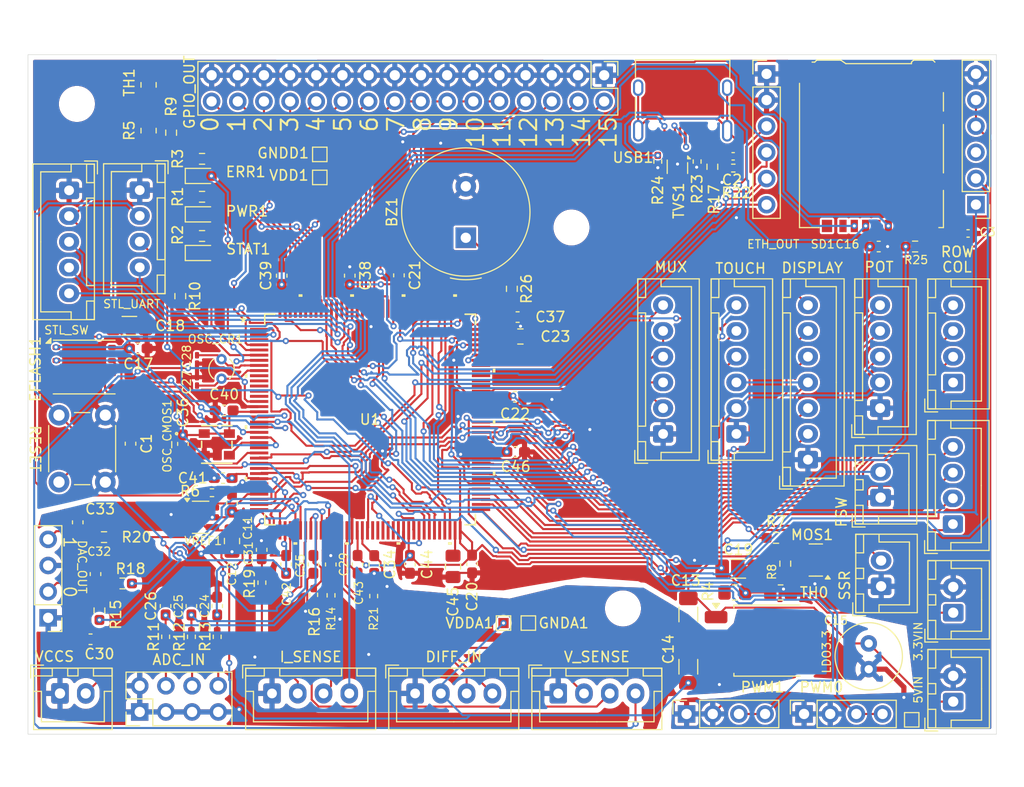
<source format=kicad_pcb>
(kicad_pcb (version 20241229) (generator "pcbnew") (generator_version "9.0")
  (layers (0 "F.Cu" signal) (2 "B.Cu" signal) (13 "F.Paste" user) (15 "B.Paste" user) (5 "F.SilkS" user "F.Silkscreen") (7 "B.SilkS" user "B.Silkscreen") (1 "F.Mask" user) (3 "B.Mask" user) (25 "Edge.Cuts" user))
  (net 0 "")
  (net 1 "VDD")
  (net 2 "+5V")
  (net 3 "GNDA")
  (net 4 "NRST")
  (net 5 "Net-(USB1-SHIELD)")
  (net 6 "Net-(SD1-SHIELD)")
  (net 7 "3.3VREF")
  (net 8 "VDDA")
  (net 9 "Net-(U1A-VCAP)")
  (net 10 "Net-(U1B-VCAP)")
  (net 11 "ADC2_UNUSED")
  (net 12 "ADC1_UNUSED")
  (net 13 "ADC0_UNUSED")
  (net 14 "RTC_OSC_OUT")
  (net 15 "RTC_OSC_IN")
  (net 16 "ADC_ISENSEC")
  (net 17 "Net-(VCCS1-Pin_2)")
  (net 18 "ADC_ISENSEF")
  (net 19 "DAC0_UNUSED")
  (net 20 "DAC1_UNUSED")
  (net 21 "ADC_VSENSE")
  (net 22 "ADC_VCCSSENSE")
  (net 23 "Net-(DAC_OUT1-Pin_4)")
  (net 24 "Net-(DAC_OUT1-Pin_2)")
  (net 25 "ADC_DIFF_P")
  (net 26 "ADC_DIFF_N")
  (net 27 "DISPL_DC")
  (net 28 "DISPL_MOSI")
  (net 29 "DISPL_LED")
  (net 30 "DISPL_CS")
  (net 31 "DISPL_SCK")
  (net 32 "DISPL_RST")
  (net 33 "E_FLASH_IO2")
  (net 34 "E_FLASH_IO1")
  (net 35 "E_FLASH_CS")
  (net 36 "E_FLASH_IO3")
  (net 37 "E_FLASH_IO0")
  (net 38 "E_FLASH_CLK")
  (net 39 "ENCODER_SW")
  (net 40 "ENCODER_A")
  (net 41 "ENCODER_B")
  (net 42 "ERROR_LED")
  (net 43 "ETH_MOSI")
  (net 44 "ETH_INT")
  (net 45 "ETH_CS")
  (net 46 "ETH_SCK")
  (net 47 "ETH_MISO")
  (net 49 "ETH_RST")
  (net 50 "FRONT_SW")
  (net 51 "GPIO3_UNUSED")
  (net 52 "GPIO10_UNUSED")
  (net 53 "GPIO13_UNUSED")
  (net 54 "GPIO9_UNUSED")
  (net 55 "GPIO1_UNUSED")
  (net 56 "GPIO15_UNUSED")
  (net 57 "GPIO14_UNUSED")
  (net 58 "GPIO12_UNUSED")
  (net 59 "GPIO7_UNUSED")
  (net 60 "GPIO8_UNUSED")
  (net 61 "GPIO4_UNUSED")
  (net 62 "GPIO6_UNUSED")
  (net 63 "GPIO2_UNUSED")
  (net 64 "GPIO0_UNUSED")
  (net 65 "GPIO11_UNUSED")
  (net 66 "GPIO5_UNUSED")
  (net 67 "Net-(I_SENSE1-Pin_2)")
  (net 68 "GPIO_I_SENSE_EN")
  (net 69 "Net-(I_SENSE1-Pin_3)")
  (net 70 "MATC3")
  (net 71 "MATC1")
  (net 72 "MATC0")
  (net 73 "MATC2")
  (net 74 "MATR2")
  (net 75 "MATR1")
  (net 76 "MATR3")
  (net 77 "MATR0")
  (net 78 "Net-(MOS1-G)")
  (net 79 "SSR_OUT")
  (net 80 "MUX_TH1")
  (net 81 "MUX_TH0")
  (net 82 "MUX_B")
  (net 83 "MUX_C")
  (net 84 "MUX_A")
  (net 85 "HSE_OSC")
  (net 86 "PWM0")
  (net 87 "PWM1")
  (net 88 "DTH2")
  (net 89 "DTH3")
  (net 90 "Net-(VREF1-OUT)")
  (net 91 "SSR_EN")
  (net 92 "Net-(U1B-BOOT0)")
  (net 93 "Net-(U1A-VBAT)")
  (net 94 "DAC_VCCS")
  (net 95 "Net-(V_SENSE1-Pin_3)")
  (net 96 "USB_VBUS")
  (net 97 "Net-(TVS1-VBUS)")
  (net 98 "Net-(V_SENSE1-Pin_2)")
  (net 99 "Net-(USB1-CC1)")
  (net 100 "Net-(USB1-CC2)")
  (net 101 "SD_CARD_DETECT")
  (net 103 "SD_MOSI")
  (net 104 "SD_MISO")
  (net 105 "SD_CS")
  (net 106 "SD_SCK")
  (net 108 "STATUS_LED")
  (net 109 "ST_LINK_SWO")
  (net 110 "ST_LINK_SWDIO")
  (net 111 "ST_LINK_SWCLK")
  (net 112 "ST_LINK_TX")
  (net 113 "ST_LINK_RX")
  (net 114 "TOUCH_CS")
  (net 115 "TOUCH_MISO")
  (net 116 "TOUCH_INT")
  (net 117 "USB_DP")
  (net 127 "Net-(BZ1-+)")
  (net 139 "GPIO_WARNING_HV")
  (net 144 "Net-(ADC_IN1-Pin_6)")
  (net 145 "Net-(ADC_IN1-Pin_4)")
  (net 146 "Net-(ADC_IN1-Pin_8)")
  (net 147 "/USB+")
  (net 148 "/USB-")
  (net 149 "USB_DM")
  (net 150 "GNDD")
  (net 151 "Net-(STAT1-K)")
  (net 152 "Net-(PWR1-K)")
  (net 153 "Net-(ERR1-K)")
  (net 154 "PWM_BUZZER")
  (footprint "Capacitor_SMD:C_0603_1608Metric_Pad1.08x0.95mm_HandSolder" (layer "F.Cu") (at 82.868999 135.2716 90)
    (property "Reference" "C44")
    (property "Value" "0.1u")
  )
  (footprint "Capacitor_SMD:C_0603_1608Metric_Pad1.08x0.95mm_HandSolder" (layer "F.Cu") (at 73.5 135.275 90)
    (property "Reference" "C35")
    (property "Value" "0.1u")
  )
  (footprint "Capacitor_SMD:C_1206_3216Metric_Pad1.33x1.80mm_HandSolder" (layer "F.Cu") (at 109.89 140.136 -90)
    (property "Reference" "C13")
    (property "Value" "10u")
  )
  (footprint "Button_Switch_THT:SW_PUSH_6mm_H9.5mm" (layer "F.Cu") (at 48.804 127.28 90)
    (property "Reference" "RESET")
    (property "Value" "SW_Push")
  )
  (footprint "Resistor_SMD:R_0603_1608Metric_Pad0.98x0.95mm_HandSolder" (layer "F.Cu") (at 62.6905 95.885)
    (property "Reference" "R3")
    (property "Value" "1K")
  )
  (footprint "Capacitor_SMD:C_0805_2012Metric_Pad1.18x1.45mm_HandSolder" (layer "F.Cu") (at 93.589501 113.1404)
    (property "Reference" "C23")
    (property "Value" "1u")
  )
  (footprint "Resistor_SMD:R_0603_1608Metric_Pad0.98x0.95mm_HandSolder" (layer "F.Cu") (at 62.6905 99.568)
    (property "Reference" "R1")
    (property "Value" "1K")
  )
  (footprint "Package_TO_SOT_SMD:SOT-23-6" (layer "F.Cu") (at 62.548999 130.6996)
    (property "Reference" "VREF1")
    (property "Value" "MCP1501-33xCH")
  )
  (footprint "Capacitor_SMD:C_0201_0603Metric_Pad0.64x0.40mm_HandSolder" (layer "F.Cu") (at 62.2 117.5 90)
    (property "Reference" "C27")
    (property "Value" "10p")
  )
  (footprint "Connector_PinSocket_2.54mm:PinSocket_1x04_P2.54mm_Vertical" (layer "F.Cu") (at 121.12 149.8 90)
    (property "Reference" "PWM0")
    (property "Value" "Conn_01x04")
  )
  (footprint "Capacitor_SMD:C_0805_2012Metric_Pad1.18x1.45mm_HandSolder" (layer "F.Cu") (at 65.596999 133.0071 -90)
    (property "Reference" "C12")
    (property "Value" "1u")
  )
  (footprint "Capacitor_SMD:C_0603_1608Metric_Pad1.08x0.95mm_HandSolder" (layer "F.Cu") (at 65.596999 129.3291 -90)
    (property "Reference" "C11")
    (property "Value" "0.1u")
  )
  (footprint "Capacitor_SMD:C_0603_1608Metric_Pad1.08x0.95mm_HandSolder" (layer "F.Cu") (at 128.369 104.402 180)
    (property "Reference" "C16")
    (property "Value" "0.1u")
  )
  (footprint "Capacitor_SMD:C_0603_1608Metric_Pad1.08x0.95mm_HandSolder" (layer "F.Cu") (at 52.35 136.2125 -90)
    (property "Reference" "C32")
    (property "Value" "0.1u")
  )
  (footprint "Capacitor_SMD:C_0603_1608Metric_Pad1.08x0.95mm_HandSolder" (layer "F.Cu") (at 56.5 114.3)
    (property "Reference" "C17")
    (property "Value" "0.1u")
  )
  (footprint "Package_TO_SOT_SMD:SOT-666" (layer "F.Cu") (at 108.8305 96.655 -90)
    (property "Reference" "TVS1")
    (property "Value" "USBLC6-2P6")
  )
  (footprint "Crystal:Crystal_C26-LF_D2.1mm_L6.5mm_Vertical" (layer "F.Cu") (at 64.580999 115.3376 -90)
    (property "Reference" "OSC_CR1")
    (property "Value" "AB26T-32.768KHZ")
  )
  (footprint "Resistor_SMD:R_0603_1608Metric_Pad0.98x0.95mm_HandSolder" (layer "F.Cu") (at 60.579 109.22 -90)
    (property "Reference" "R10")
    (property "Value" "10K")
  )
  (footprint "Resistor_SMD:R_0603_1608Metric_Pad0.98x0.95mm_HandSolder" (layer "F.Cu") (at 119.3 135.2 -90)
    (property "Reference" "R8")
    (property "Value" "10K")
  )
  (footprint "Resistor_SMD:R_0603_1608Metric_Pad0.98x0.95mm_HandSolder" (layer "F.Cu") (at 54.975 137.125 180)
    (property "Reference" "R18")
    (property "Value" "100")
  )
  (footprint "Resistor_SMD:R_0603_1608Metric_Pad0.98x0.95mm_HandSolder" (layer "F.Cu") (at 59.69 93.345 90)
    (property "Reference" "R9")
    (property "Value" "10k")
  )
  (footprint "Connector_JST:JST_XH_B4B-XH-A_1x04_P2.50mm_Vertical" (layer "F.Cu") (at 135.57 131.36 90)
    (property "Reference" "COL")
    (property "Value" "Conn_01x04")
  )
  (footprint "Capacitor_SMD:C_0201_0603Metric_Pad0.64x0.40mm_HandSolder" (layer "F.Cu") (at 62.2 115.3675 -90)
    (property "Reference" "C28")
    (property "Value" "10p")
  )
  (footprint "Capacitor_THT:C_Radial_D6.3mm_H11.0mm_P2.50mm" (layer "F.Cu") (at 127.4 142.95 -90)
    (property "Reference" "C15")
    (property "Value" "100u")
  )
  (footprint "Connector_JST:JST_XH_B5B-XH-A_1x05_P2.50mm_Vertical" (layer "F.Cu") (at 128.5 120.1 90)
    (property "Reference" "POT")
    (property "Value" "Conn_01x05")
  )
  (footprint "Resistor_SMD:R_0603_1608Metric_Pad0.98x0.95mm_HandSolder" (layer "F.Cu") (at 118.4 132.7)
    (property "Reference" "R7")
    (property "Value" "1K")
  )
  (footprint "Resistor_SMD:R_0402_1005Metric_Pad0.72x0.64mm_HandSolder" (layer "F.Cu") (at 114.254 96.782)
    (property "Reference" "R22")
    (property "Value" "20K")
  )
  (footprint "STM32 Custom:SMD4_COM1305_2p5x3p2x1p0_RAL-M" (layer "F.Cu") (at 64.123799 123.6216)
    (property "Reference" "OSC_CMOS1")
    (property "Value" "COM1305-25.000")
  )
  (footprint "TestPoint:TestPoint_Pad_1.0x1.0mm" (layer "F.Cu") (at 91.948 140.97)
    (property "Reference" "VDDA1")
    (property "Value" "TestPoint")
  )
  (footprint "Capacitor_SMD:C_0603_1608Metric_Pad1.08x0.95mm_HandSolder" (layer "F.Cu") (at 61.6552 139.319 90)
    (property "Reference" "C25")
    (property "Value" "0.1u")
  )
  (footprint "Connector_JST:JST_XH_B2B-XH-A_1x02_P2.50mm_Vertical" (layer "F.Cu") (at 128.55 128.79 90)
    (property "Reference" "FSW")
    (property "Value" "Conn_01x02")
  )
  (footprint "Connector_JST:JST_XH_B2B-XH-A_1x02_P2.50mm_Vertical" (layer "F.Cu") (at 48.902 147.806)
    (property "Reference" "VCCS")
    (property "Value" "Conn_01x02")
  )
  (footprint "MountingHole:MountingHole_3.2mm_M3" (layer "F.Cu") (at 50.546 90.551)
    (property "Reference" "H1" (hide yes))
    (property "Value" "MountingHole")
  )
  (footprint "Connector_PinHeader_2.54mm:PinHeader_2x16_P2.54mm_Vertical" (layer "F.Cu") (at 101.7185 87.765 -90)
    (property "Reference" "GPIO_OUT")
    (property "Value" "Conn_02x16_Odd_Even")
  )
  (footprint "Connector_JST:JST_XH_B7B-XH-A_1x07_P2.50mm_Vertical" (layer "F.Cu") (at 121.5 125.1 90)
    (property "Reference" "DISPLAY")
    (property "Value" "Conn_01x07")
  )
  (footprint "Capacitor_SMD:C_0603_1608Metric_Pad1.08x0.95mm_HandSolder" (layer "F.Cu") (at 93.129499 124.3496 180)
    (property "Reference" "C46")
    (property "Value" "0.1u")
  )
  (footprint "Connector_JST:JST_XH_B2B-XH-A_1x02_P2.50mm_Vertical" (layer "F.Cu") (at 135.6 139.964 90)
    (property "Reference" "3.3VIN")
    (property "Value" "Conn_01x02")
  )
  (footprint "Resistor_SMD:R_0603_1608Metric_Pad0.98x0.95mm_HandSolder" (layer "F.Cu") (at 131.9 104.4)
    (property "Reference" "R25")
    (property "Value" "10K")
  )
  (footprint "Capacitor_SMD:C_0603_1608Metric_Pad1.08x0.95mm_HandSolder" (layer "F.Cu") (at 55.75 123.55 90)
    (property "Reference" "C1")
    (property "Value" "100n")
  )
  (footprint "TestPoint:TestPoint_Pad_1.0x1.0mm" (layer "F.Cu") (at 74.1172 97.6884)
    (property "Reference" "VDD1")
    (property "Value" "TestPoint")
  )
  (footprint "Capacitor_SMD:C_0603_1608Metric_Pad1.08x0.95mm_HandSolder" (layer "F.Cu") (at 75.184 135.2804 -90)
    (property "Reference" "C29")
    (property "Value" "0.1u")
  )
  (footprint "Capacitor_SMD:C_0603_1608Metric_Pad1.08x0.95mm_HandSolder" (layer "F.Cu") (at 50.625 131.1875 90)
    (property "Reference" "C33")
    (property "Value" "0.1u")
  )
  (footprint "Resistor_SMD:R_0402_1005Metric_Pad0.72x0.64mm_HandSolder" (layer "F.Cu") (at 68.5 137.0475 -90)
    (property "Reference" "R19")
    (property "Value" "49.9")
  )
  (footprint "Connector_PinHeader_2.54mm:PinHeader_1x06_P2.54mm_Vertical" (layer "F.Cu") (at 117.485 87.638)
    (property "Reference" "ETH_OUT")
    (property "Value" "Conn_01x06")
  )
  (footprint "STM32 Custom:LQFP-144-M" (layer "F.Cu") (at 79 121.2)
    (property "Reference" "U1")
    (property "Value" "STM32H7A3ZIT6")
  )
  (footprint "Diode_SMD:D_0603_1608Metric_Pad1.05x0.95mm_HandSolder" (layer "F.Cu") (at 62.724 101.277)
    (property "Reference" "PWR1")
    (property "Value" "Green LED")
  )
  (footprint "Connector_USB:USB_C_Receptacle_XKB_U262-16XN-4BVC11" (layer "F.Cu") (at 109.3385 90.051 180)
    (property "Reference" "USB1")
    (property "Value" "USB_C_Receptacle_USB2.0_16P")
  )
  (footprint "Buzzer_Beeper:Buzzer_TDK_PS1240P02BT_D12.2mm_H6.5mm" (layer "F.Cu") (at 88.2904 103.552 90)
    (property "Reference" "BZ1")
    (property "Value" "Buzzer")
  )
  (footprint "TestPoint:TestPoint_Pad_1.0x1.0mm" (layer "F.Cu") (at 94.361 140.97)
    (property "Reference" "GNDA1")
    (property "Value" "TestPoint")
  )
  (footprint "TestPoint:TestPoint_Pad_1.0x1.0mm" (layer "F.Cu") (at 74.1172 95.4532)
    (property "Reference" "GNDD1")
    (property "Value" "TestPoint")
  )
  (footprint "Diode_SMD:D_0603_1608Metric_Pad1.05x0.95mm_HandSolder" (layer "F.Cu") (at 62.724 105.029)
    (property "Reference" "STAT1")
    (property "Value" "Green LED")
  )
  (footprint "Capacitor_SMD:C_0603_1608Metric_Pad1.08x0.95mm_HandSolder" (layer "F.Cu") (at 77.026999 107.2311 -90)
    (property "Reference" "C38")
    (property "Value" "0.1u")
  )
  (footprint "Resistor_SMD:R_0603_1608Metric_Pad0.98x0.95mm_HandSolder" (layer "F.Cu") (at 62.6905 103.378)
    (property "Reference" "R2")
    (property "Value" "1K")
  )
  (footprint "Capacitor_SMD:C_0603_1608Metric_Pad1.08x0.95mm_HandSolder" (layer "F.Cu") (at 51.8679 142.5448)
    (property "Reference" "C30")
    (property "Value" "0.1u")
  )
  (footprint "Capacitor_SMD:C_0603_1608Metric_Pad1.08x0.95mm_HandSolder" (layer "F.Cu") (at 93.0645 118.999)
    (property "Reference" "C22")
    (property "Value" "0.1u")
  )
  (footprint "Resistor_SMD:R_0402_1005Metric_Pad0.72x0.64mm_HandSolder" (layer "F.Cu") (at 79.35 138.35 -90)
    (property "Reference" "R21")
    (property "Value" "49.9")
  )
  (footprint "Capacitor_SMD:C_0402_1005Metric_Pad0.74x0.62mm_HandSolder" (layer "F.Cu") (at 114.2405 95.639 180)
    (property "Reference" "C2")
    (property "Value" "10n")
  )
  (footprint "Connector_JST:JST_XH_B5B-XH-A_1x05_P2.50mm_Vertical" (layer "F.Cu") (at 49.784 98.946 -90)
    (property "Reference" "STL_SW")
    (property "Value" "Conn_01x05")
  )
  (footprint "Connector_JST:JST_XH_B4B-XH-A_1x04_P2.50mm_Vertical" (layer "F.Cu") (at 97.262 147.806)
    (property "Reference" "V_SENSE")
    (property "Value" "Conn_01x04")
  )
  (footprint "Capacitor_SMD:C_1206_3216Metric_Pad1.33x1.80mm_HandSolder" (layer "F.Cu") (at 55.6375 112.1)
    (property "Reference" "C18")
    (property "Value" "10u")
  )
  (footprint "Resistor_SMD:R_0402_1005Metric_Pad0.72x0.64mm_HandSolder" (layer "F.Cu") (at 64.1604 142.3041 90)
    (property "Reference" "R13")
    (property "Value" "49.9")
  )
  (footprint "Resistor_SMD:R_0603_1608Metric_Pad0.98x0.95mm_HandSolder" (layer "F.Cu") (at 53.175 132.625 180)
    (property "Reference" "R20")
    (property "Value" "100")
  )
  (footprint "Capacitor_SMD:C_0805_2012Metric_Pad1.18x1.45mm_HandSolder" (layer "F.Cu") (at 87.051001 135.4659 -90)
    (property "Reference" "C20")
    (property "Value" "1u")
  )
  (footprint "Capacitor_SMD:C_0603_1608Metric_Pad1.08x0.95mm_HandSolder" (layer "F.Cu") (at 64.1604 139.319 90)
    (property "Reference" "C24")
    (property "Value" "0.1u")
  )
  (footprint "Capacitor_SMD:C_0603_1608Metric_Pad1.08x0.95mm_HandSolder" (layer "F.Cu") (at 64.734499 126.8896)
    (property "Reference" "C41")
    (property "Value" "0.1u")
  )
  (footprint "Capacitor_SMD:C_0603_1608Metric_Pad1.08x0.95mm_HandSolder" (layer "F.Cu") (at 60.833 123.571 -90)
    (property "Reference" "C36")
    (property "Value" "0.1u")
  )
  (footprint "Resistor_SMD:R_0402_1005Metric_Pad0.72x0.64mm_HandSolder" (layer "F.Cu") (at 75.2094 138.2776 -90)
    (property "Reference" "R14")
    (property "Value" "49.9")
  )
  (footprint "Connector_PinHeader_2.54mm:PinHeader_1x06_P2.54mm_Vertical" (layer "F.Cu") (at 137.805 100.33 180)
    (property "Reference" "ETH_OUT1" (hide yes))
    (property "Value" "Conn_01x06")
  )
  (footprint "Connector_JST:JST_XH_B4B-XH-A_1x04_P2.50mm_Vertical" (layer "F.Cu") (at 83.372 147.806)
    (property "Reference" "DIFF_IN")
    (property "Value" "Conn_01x04")
  )
  (footprint "Capacitor_SMD:C_0603_1608Metric_Pad1.08x0.95mm_HandSolder" (layer "F.Cu") (at 93.3185 111.252 180)
    (property "Reference" "C37")
    (property "Value" "0.1u")
  )
  (footprint "Resistor_SMD:R_0402_1005Metric_Pad0.72x0.64mm_HandSolder" (layer "F.Cu") (at 61.6585 142.3041 90)
    (property "Reference" "R12")
    (property "Value" "49.9")
  )
  (footprint "Capacitor_SMD:C_0402_1005Metric_Pad0.74x0.62mm_HandSolder" (layer "F.Cu") (at 137.043 103.132)
    (property "Reference" "C3")
    (property "Value" "10n")
  )
  (footprint "Resistor_SMD:R_0603_1608Metric_Pad0.98x0.95mm_HandSolder" (layer "F.Cu") (at 92.7608 108.5088 90)
    (property "Reference" "R26")
    (property "Value" "100")
  )
  (footprint "MountingHole:MountingHole_3.2mm_M3" (layer "F.Cu") (at 103.546 139.551)
    (property "Reference" "H3" (hide yes))
    (property "Value" "MountingHole")
  )
  (footprint "Capacitor_SMD:C_0603_1608Metric_Pad1.08x0.95mm_HandSolder" (layer "F.Cu") (at 79.4 135.2875 -90)
    (property "Reference" "C34")
    (property "Value" "0.1u")
  )
  (footprint "Capacitor_SMD:C_0603_1608Metric_Pad1.08x0.95mm_HandSolder" (layer "F.Cu") (at 68.4784 133.8569 90)
    (property "Reference" "C31")
    (property "Value" "0.1u")
  )
  (footprint "Connector_PinHeader_2.54mm:PinHeader_1x04_P2.54mm_Vertical" (layer "F.Cu") (at 47.752 140.462 180)
    (property "Reference" "DAC_OUT")
    (property "Value" "Conn_01x04")
  )
  (footprint "Connector_JST:JST_XH_B6B-XH-A_1x06_P2.50mm_Vertical" (layer "F.Cu") (at 107.442 122.6 90)
    (property "Reference" "MUX")
    (property "Value" "Conn_01x06")
  )
  (footprint "Resistor_SMD:R_0805_2012Metric_Pad1.20x1.40mm_HandSolder" (layer "F.Cu") (at 57.5 88.7 90)
    (property "Reference" "TH1")
    (property "Value" "Thermistor_NTC")
  )
  (footprint "Capacitor_SMD:C_0603_1608Metric_Pad1.08x0.95mm_HandSolder" (layer "F.Cu") (at 64.834999 120.3121)
    (property "Reference" "C40")
    (property "Value" "0.1u")
  )
  (footprint "Connector_JST:JST_XH_B4B-XH-A_1x04_P2.50mm_Vertical" (layer "F.Cu") (at 135.59 117.61 90)
    (property "Reference" "ROW")
    (property "Value" "Conn_01x04")
  )
  (footprint "Resistor_SMD:R_0402_1005Metric_Pad0.72x0.64mm_HandSolder" (layer "F.Cu") (at 73.525 138.225 -90)
    (property "Reference" "R16")
    (property "Value" "49.9")
  )
  (footprint "Capacitor_SMD:C_1206_3216Metric_Pad1.33x1.80mm_HandSolder" (layer "F.Cu") (at 114.7375 135.7)
    (property "Reference" "C19")
    (property "Value" "10u")
  )
  (footprint "Resistor_SMD:R_0805_2012Metric_Pad1.20x1.40mm_HandSolder" (layer "F.Cu") (at 114.4 138)
    (property "Reference" "R4")
    (property "Value" "10K 0.5%")
  )
  (footprint "Capacitor_SMD:C_0603_1608Metric_Pad1.08x0.95mm_HandSolder" (layer "F.Cu") (at 59.15 139.319 90)
    (property "Reference" "C26")
    (property "Value" "0.1u")
  )
  (footprint "Package_SON:WSON-8-1EP_6x5mm_P1.27mm_EP3.4x4.3mm" (layer "F.Cu") (at 51.25 116.105)
    (property "Reference" "EFLASH1")
    (property "Value" "W25Q128JVP")
  )
  (footprint "Connector_JST:JST_XH_B2B-XH-A_1x02_P2.50mm_Vertical" (layer "F.Cu") (at 135.6 148.6 90)
    (property "Reference" "5VIN")
    (property "Value" "Conn_01x02")
  )
  (footprint "Connector_PinHeader_2.54mm:PinHeader_2x04_P2.54mm_Vertical" (layer "F.Cu") (at 56.642 149.606 90)
    (property "Reference" "ADC_IN")
    (property "Value" "Conn_02x04_Odd_Even")
  )
  (footprint "Connector_JST:JST_XH_B2B-XH-A_1x02_P2.50mm_Vertical" (layer "F.Cu") (at 128.6 137.4 90)
    (property "Reference" "SSR")
    (property "Value" "Conn_01x02")
  )
  (footprint "Connector_Card:microSD_HC_Hirose_DM3AT-SF-PEJM5" (layer "F.Cu") (at 127.675 94.675 180)
    (property "Reference" "SD1")
    (property "Value" "Micro_SD_Card_Det1")
  )
  (footprint "NetTie:NetTie-2_SMD_Pad0.5mm" (layer "F.Cu") (at 130.81 147.693 90)
    (property "Reference" "NT1" (hide yes))
    (property "Value" "NetTie_2" (hide yes))
  )
  (footprint "Resistor_SMD:R_0805_2012Metric_Pad1.20x1.40mm_HandSolder" (layer "F.Cu") (at 118.845 138)
    (property "Reference" "TH0")
    (property "Value" "Thermistor_NTC")
  )
  (footprint "Capacitor_SMD:C_0603_1608Metric_Pad1.08x0.95mm_HandSolder" (layer "F.Cu") (at 77.788999 135.2716 90)
    (property "Reference" "C43")
    (property "Value" "0.1u")
  )
  (footprint "Connector_PinSocket_2.54mm:PinSocket_1x04_P2.54mm_Vertical" (layer "F.Cu") (at 109.72 149.8 90)
    (property "Reference" "PWM1")
    (property "Value" "Conn_01x04")
  )
  (footprint "Capacitor_SMD:C_0603_1608Metric_Pad1.08x0.95mm_HandSolder" (layer "F.Cu") (at 70.85 135.2716 90)
    (property "Reference" "C42")
    (property "Value" "0.1u")
  )
  (footprint "Connector_JST:JST_XH_B4B-XH-A_1x04_P2.50mm_Vertical" (layer "F.Cu") (at 69.482 147.806)
    (property "Reference" "I_SENSE")
    (property "Value" "Conn_01x04")
  )
  (footprint "Connector_JST:JST_XH_B6B-XH-A_1x06_P2.50mm_Vertical" (layer "F.Cu") (at 114.554 122.6 90)
    (property "Reference" "TOUCH")
    (property "Value" "Conn_01x06")
  )
  (footprint "Connector_JST:JST_XH_B4B-XH-A_1x04_P2.50mm_Vertical" (layer "F.Cu") (at 56.642 98.926 -90)
    (property "Reference" "STL_UART")
    (property "Value" "Conn_01x04")
  )
  (footprint "TestPoint:TestPoint_Pad_1.0x1.0mm" (layer "F.Cu") (at 131.572 150.368)
    (property "Reference" "5VIN2" (hide yes))
    (property "Value" "TestPoint")
  )
  (footprint "Capacitor_SMD:C_1206_3216Metric_Pad1.33x1.80mm_HandSolder" (layer "F.Cu") (at 109.89 145.216 90)
    (property "Reference" "C14")
    (property "Value" "10u")
  )
  (footprint "Capacitor_SMD:C_0603_1608Metric_Pad1.08x0.95mm_HandSolder" (layer "F.Cu") (at 70.422999 107.2311 -90)
    (property "Reference" "C39")
    (property "Value" "0.1u")
  )
  (footprint "Resistor_SMD:R_0402_1005Metric_Pad0.72x0.64mm_HandSolder" (layer "F.Cu") (at 110.744 96.147 -90)
    (property "Reference" "R23")
    (property "Value" "5.1K")
  )
  (footprint "Package_TO_SOT_SMD:TO-252-3_TabPin2" (layer "F.Cu") (at 117.623 142.675)
    (property "Reference" "LDO3.3")
    (property "Value" "~")
  )
  (footprint "Resistor_SMD:R_0402_1005Metric_Pad0.72x0.64mm_HandSolder" (layer "F.Cu") (at 106.9255 96.147 -90)
    (property "Reference" "R24")
    (property "Value" "5.1K")
  )
  (footprint "Resistor_SMD:R_0402_1005Metric_Pad0.72x0.64mm_HandSolder" (layer "F.Cu") (at 63.654499 128.3131)
    (property "Reference" "R6")
    (property "Value" "10")
  )
  (footprint "Capacitor_SMD:C_0603_1608Metric_Pad1.08x0.95mm_HandSolder" (layer "F.Cu") (at 81.8 107.2 90)
    (property "Reference" "C21")
    (property "Value" "0.1u")
  )
  (footprint "MountingHole:MountingHole_3.2mm_M3" (layer "F.Cu") (at 98.546 102.551)
    (property "Reference" "H2" (hide yes))
    (property "Value" "MountingHole")
  )
  (footprint "Resistor_SMD:R_0805_2012Metric_Pad1.20x1.40mm_HandSolder" (layer "F.Cu") (at 57.5 93.145 90)
    (property "Reference" "R5")
    (property "Value" "10K 0.5%")
  )
  (footprint "Resistor_SMD:R_0603_1608Metric_Pad0.98x0.95mm_HandSolder" (layer "F.Cu") (at 112.222 96.655 -90)
    (property "Reference" "R17")
    (property "Value" "10K")
  )
  (footprint "Resistor_SMD:R_0603_1608Metric_Pad0.98x0.95mm_HandSolder" (layer "F.Cu") (at 52.7304 139.7527 90)
    (property "Reference" "R15")
    (property "Value" "100")
  )
  (footprint "Capacitor_SMD:C_0603_1608Metric_Pad1.08x0.95mm_HandSolder" (layer "F.Cu") (at 88.9 135.2375 90)
    (property "Reference" "C45")
    (property "Value" "0.1u")
  )
  (footprint "Resistor_SMD:R_0402_1005Metric_Pad0.72x0.64mm_HandSolder" (layer "F.Cu") (at 59.1566 142.3041 90)
    (property "Reference" "R11")
    (property "Value" "49.9")
  )
  (footprint "Diode_SMD:D_0603_1608Metric_Pad1.05x0.95mm_HandSolder" (layer "F.Cu") (at 62.724 97.545)
    (property "Reference" "ERR1")
    (property "Value" "Red LED")
  )
  (footprint "Package_TO_SOT_SMD:SOT-23" (layer "F.Cu") (at 122.2625 134.85 180)
    (property "Reference" "MOS1")
    (property "Value" "AO3400A")
  )
  (gr_rect (start 45.795 85.765) (end 139.795 151.765) (stroke (width 0.05)) (fill no) (layer "Edge.Cuts"))
  (gr_text "0\n1\n2\n3\n4\n5\n6\n7\n8\n9\n10\n11\n12\n13\n14\n15" (at 103.0485 91.635 90) (layer "F.SilkS") (effects (font (size 1.6 1.6) (thickness 0.2)) (justify right bottom)))
  (gr_text "1    0" (at 49.149 132.461 270) (layer "F.SilkS") (effects (font (size 1.2 1.2)) (justify left bottom)))
  (segment (start 91.285271 134.512) (end 91.240685 134.467414) (width 0.2) (layer "F.Cu") (net 1))
  (segment (start 81.915 113.376) (end 81.915 111.6844) (width 0.2) (layer "F.Cu") (net 1))
  (segment (start 69.672999 126.949999) (end 69.743235 127.020235) (width 0.2) (layer "F.Cu") (net 1))
  (segment (start 50.199 101.446) (end 57.5 94.145) (width 0.2) (layer "F.Cu") (net 1))
  (segment (start 49.784 101.446) (end 50.199 101.446) (width 0.2) (layer "F.Cu") (net 1))
  (segment (start 82.868999 134.4091) (end 83.776799 135.3169) (width 0.2) (layer "F.Cu") (net 1))
  (segment (start 80.0595 108.0625) (end 80.045 108.077) (width 0.2) (layer "F.Cu") (net 1))
  (segment (start 69.6554 134.1095) (end 69.6554 130.8079) (width 0.2) (layer "F.Cu") (net 1))
  (segment (start 107.805421 135.868522) (end 107.453364 136.220579) (width 0.2) (layer "F.Cu") (net 1))
  (segment (start 67.0404 126.8907) (end 68.171101 126.8907) (width 0.2) (layer "F.Cu") (net 1))
  (segment (start 61.331866 98.321) (end 57.5 94.489134) (width 0.2) (layer "F.Cu") (net 1))
  (segment (start 55.6375 114.3) (end 55.6375 113.6625) (width 0.2) (layer "F.Cu") (net 1))
  (segment (start 62.5665 100.2445) (end 62.5665 99.100866) (width 0.2) (layer "F.Cu") (net 1))
  (segment (start 108.699999 134.851) (end 107.805421 134.851) (width 0.2) (layer "F.Cu") (net 1))
  (segment (start 69.342 130.3907) (end 69.4204 130.3907) (width 0.2) (layer "F.Cu") (net 1))
  (segment (start 70.8093 110.489701) (end 70.749999 110.4304) (width 0.2) (layer "F.Cu") (net 1))
  (segment (start 60.833 122.7085) (end 62.767699 122.7085) (width 0.2) (layer "F.Cu") (net 1))
  (segment (start 89.818601 118.999) (end 89.7696 118.949999) (width 0.2) (layer "F.Cu") (net 1))
  (segment (start 106.603421 135.745521) (end 105.9109 135.053) (width 0.2) (layer "F.Cu") (net 1))
  (segment (start 77.788999 134.555137) (end 78.600593 135.366731) (width 0.2) (layer "F.Cu") (net 1))
  (segment (start 70.749999 110.4304) (end 70.25 110.4304) (width 0.2) (layer "F.Cu") (net 1))
  (segment (start 87.791 113.297899) (end 87.172573 113.297899) (width 0.2) (layer "F.Cu") (net 1))
  (segment (start 65.342999 120.6666) (end 65.697499 120.3121) (width 0.2) (layer "F.Cu") (net 1))
  (segment (start 57.5 94.489134) (end 57.5 94.145) (width 0.2) (layer "F.Cu") (net 1))
  (segment (start 87.172573 113.297899) (end 86.944236 113.526236) (width 0.2) (layer "F.Cu") (net 1))
  (segment (start 70.25 110.4304) (end 70.25 110.255) (width 0.2) (layer "F.Cu") (net 1))
  (segment (start 75.89994 113.703003) (end 75.85 113.703003) (width 0.2) (layer "F.Cu") (net 1))
  (segment (start 127.5065 104.402) (end 128.2 103.7085) (width 0.2) (layer "F.Cu") (net 1))
  (segment (start 93.327384 135.253) (end 92.586384 134.512) (width 0.2) (layer "F.Cu") (net 1))
  (segment (start 68.2304 126.949999) (end 69.672999 126.949999) (width 0.2) (layer "F.Cu") (net 1))
  (segment (start 114.401 136.999) (end 113.4 138) (width 0.2) (layer "F.Cu") (net 1))
  (segment (start 69.4204 130.220285) (end 70.748315 128.89237) (width 0.2) (layer "F.Cu") (net 1))
  (segment (start 89.882714 133.392286) (end 88.9 134.375) (width 0.2) (layer "F.Cu") (net 1))
  (segment (start 92.166598 124.450001) (end 89.7696 124.450001) (width 0.2) (layer "F.Cu") (net 1))
  (segment (start 63.606399 101.277) (end 63.599 101.277) (width 0.2) (layer "F.Cu") (net 1))
  (segment (start 65.342999 122.5716) (end 65.342999 120.6666) (width 0.2) (layer "F.Cu") (net 1))
  (segment (start 74.1172 101.79567) (end 73.649215 102.263655) (width 0.2) (layer "F.Cu") (net 1))
  (segment (start 77.788999 134.4091) (end 77.788999 132.008599) (width 0.2) (layer "F.Cu") (net 1))
  (segment (start 70.748315 128.89237) (end 70.748315 128.279315) (width 0.2) (layer "F.Cu") (net 1))
  (segment (start 77.788999 134.4091) (end 77.788999 134.555137) (width 0.2) (layer "F.Cu") (net 1))
  (segment (start 88.638899 118.949999) (end 87.4268 117.7379) (width 0.2) (layer "F.Cu") (net 1))
  (segment (start 86.021199 124.155001) (end 86.461299 124.155001) (width 0.2) (layer "F.Cu") (net 1))
  (segment (start 65.342999 122.5716) (end 62.904599 122.5716) (width 0.2) (layer "F.Cu") (net 1))
  (segment (start 70.85 134.4091) (end 71.25 134.0091) (width 0.2) (layer "F.Cu") (net 1))
  (segment (start 87.4268 114.897857) (end 87.4268 113.662099) (width 0.2) (layer "F.Cu") (net 1))
  (segment (start 137.805 92.71) (end 139.194 94.099) (width 0.2) (layer "F.Cu") (net 1))
  (segment (start 67.0404 126.492) (end 67.0404 126.8907) (width 0.2) (layer "F.Cu") (net 1))
  (segment (start 82.868999 134.4091) (end 82.75 134.290101) (width 0.2) (layer "F.Cu") (net 1))
  (segment (start 87.737 126.091) (end 87.503 125.857) (width 0.2) (layer "F.Cu") (net 1))
  (segment (start 71.25 134.0091) (end 71.25 131.9696) (width 0.2) (layer "F.Cu") (net 1))
  (segment (start 71.3745 111.6325) (end 71.3866 111.6204) (width 0.2) (layer "F.Cu") (net 1))
  (segment (start 88.9 133.1196) (end 87.75 131.9696) (width 0.2) (layer "F.Cu") (net 1))
  (segment (start 92.586384 134.512) (end 91.285271 134.512) (width 0.2) (layer "F.Cu") (net 1))
  (segment (start 85.999 124.1772) (end 86.021199 124.155001) (width 0.2) (layer "F.Cu") (net 1))
  (segment (start 69.342 130.4945) (end 69.342 130.3907) (width 0.2) (layer "F.Cu") (net 1))
  (segment (start 76.749999 108.3706) (end 77.026999 108.0936) (width 0.2) (layer "F.Cu") (net 1))
  (segment (start 106.955478 136.220579) (end 106.603421 135.868522) (width 0.2) (layer "F.Cu") (net 1))
  (segment (start 70.85 134.4091) (end 69.3558 134.4091) (width 0.2) (layer "F.Cu") (net 1))
  (segment (start 106.603421 135.868522) (end 106.603421 135.745521) (width 0.2) (layer "F.Cu") (net 1))
  (segment (start 105.9109 135.053) (end 94.68967 135.053) (width 0.2) (layer "F.Cu") (net 1))
  (segment (start 86.82965 123.78665) (end 87.0195 123.9765) (width 0.2) (layer "F.Cu") (net 1))
  (segment (start 71.3866 111.6204) (end 70.8093 111.6204) (width 0.2) (layer "F.Cu") (net 1))
  (segment (start 87.9581 135.3169) (end 88.9 134.375) (width 0.2) (layer "F.Cu") (net 1))
  (segment (start 86.461299 124.155001) (end 86.82965 123.78665) (width 0.2) (layer "F.Cu") (net 1))
  (segment (start 89.7696 118.949999) (end 88.638899 118.949999) (width 0.2) (layer "F.Cu") (net 1))
  (segment (start 69.6554 130.8079) (end 69.342 130.4945) (width 0.2) (layer "F.Cu") (net 1))
  (segment (start 92.266999 124.3496) (end 92.166598 124.450001) (width 0.2) (layer "F.Cu") (net 1))
  (segment (start 94.48967 135.253) (end 93.327384 135.253) (width 0.2) (layer "F.Cu") (net 1))
  (segment (start 76.491677 113.111266) (end 75.89994 113.703003) (width 0.2) (layer "F.Cu") (net 1))
  (segment (start 91.240685 134.467414) (end 90.957842 134.467414) (width 0.2) (layer "F.Cu") (net 1))
  (segment (start 87.737 133.212) (end 87.737 126.091) (width 0.2) (layer "F.Cu") (net 1))
  (segment (start 54.075 105.737) (end 54.075 112.1) (width 0.2) (layer "F.Cu") (net 1))
  (segment (start 76.749999 110.4304) (end 76.749999 111.561101) (width 0.2) (layer "F.Cu") (net 1))
  (segment (start 81.8 108.0625) (end 80.0595 108.0625) (width 0.2) (layer "F.Cu") (net 1))
  (segment (start 81.75 111.5194) (end 81.75 110.4304) (width 0.2) (layer "F.Cu") (net 1))
  (segment (start 65.994599 126.492) (end 67.0404 126.492) (width 0.2) (layer "F.Cu") (net 1))
  (segment (start 70.8093 111.6204) (end 70.8093 110.489701) (width 0.2) (layer "F.Cu") (net 1))
  (segment (start 107.453364 136.220579) (end 106.955478 136.220579) (width 0.2) (layer "F.Cu") (net 1))
  (segment (start 90.9676 111.252) (end 90.8863 111.3333) (width 0.2) (layer "F.Cu") (net 1))
  (segment (start 92.8895 118.888188) (end 92.778688 118.999) (width 0.2) (layer "F.Cu") (net 1))
  (segment (start 132.0345 105.178) (end 132.8125 104.4) (width 0.2) (layer "F.Cu") (net 1))
  (segment (start 65.697499 120.3121) (end 65.835398 120.449999) (width 0.2) (layer "F.Cu") (net 1))
  (segment (start 55.6375 114.3) (end 54.05 114.3) (width 0.2) (layer "F.Cu") (net 1))
  (segment (start 128.2825 105.178) (end 132.0345 105.178) (width 0.2) (layer "F.Cu") (net 1))
  (segment (start 94.68967 135.053) (end 94.48967 135.253) (width 0.2) (layer "F.Cu") (net 1))
  (segment (start 88.638899 112.45) (end 89.7696 112.45) (width 0.2) (layer "F.Cu") (net 1))
  (segment (start 88.9 134.375) (end 88.9 133.1196) (width 0.2) (layer "F.Cu") (net 1))
  (segment (start 65.596999 126.8896) (end 65.994599 126.492) (width 0.2) (layer "F.Cu") (net 1))
  (segment (start 62.5665 99.100866) (end 61.786634 98.321) (width 0.2) (layer "F.Cu") (net 1))
  (segment (start 137.805 90.17) (end 137.805 92.71) (width 0.2) (layer "F.Cu") (net 1))
  (segment (start 127.5065 104.402) (end 128.2825 105.178) (width 0.2) (layer "F.Cu") (net 1))
  (segment (start 61.786634 98.321) (end 61.331866 98.321) (width 0.2) (layer "F.Cu") (net 1))
  (segment (start 81.75 110.4304) (end 81.75 108.1125) (width 0.2) (layer "F.Cu") (net 1))
  (segment (start 92.202 118.999) (end 89.818601 118.999) (width 0.2) (layer "F.Cu") (net 1))
  (segment (start 120.43016 136.999) (end 114.775 136.999) (width 0.2) (layer "F.Cu") (net 1))
  (segment (start 87.723 115.691943) (end 87.723 115.194057) (width 0.2) (layer "F.Cu") (net 1))
  (segment (start 88.509001 124.450001) (end 89.7696 124.450001) (width 0.2) (layer "F.Cu") (net 1))
  (segment (start 107.805421 134.851) (end 107.805421 135.868522) (width 0.2) (layer "F.Cu") (net 1))
  (segment (start 90.957842 134.467414) (end 89.882714 133.392286) (width 0.2) (layer "F.Cu") (net 1))
  (segment (start 85.999 125.857) (end 85.999 124.1772) (width 0.2) (layer "F.Cu") (net 1))
  (segment (start 90.8863 111.3333) (end 89.7696 112.45) (width 0.2) (layer "F.Cu") (net 1))
  (segment (start 55.6375 113.6625) (end 54.075 112.1) (width 0.2) (layer "F.Cu") (net 1))
  (segment (start 54.05 114.3) (end 53.95 114.2) (width 0.2) (layer "F.Cu") (net 1))
  (segment (start 69.3558 134.4091) (end 69.6554 134.1095) (width 0.2) (layer "F.Cu") (net 1))
  (segment (start 87.0195 123.9765) (end 88.0355 123.9765) (width 0.2) (layer "F.Cu") (net 1))
  (segment (start 82.75 134.290101) (end 82.75 131.9696) (width 0.2) (layer "F.Cu") (net 1))
  (segment (start 69.4204 130.3907) (end 69.4204 130.220285) (width 0.2) (layer "F.Cu") (net 1))
  (segment (start 137.664 104.4) (end 132.8125 104.4) (width 0.2) (layer "F.Cu") (net 1))
  (segment (start 83.776799 135.3169) (end 87.9581 135.3169) (width 0.2) (layer "F.Cu") (net 1))
  (segment (start 72.263 112.521) (end 71.3745 111.6325) (width 0.2) (layer "F.Cu") (net 1))
  (segment (start 87.4268 115.988143) (end 87.723 115.691943) (width 0.2) (layer "F.Cu") (net 1))
  (segment (start 76.749999 110.4304) (end 76.749999 108.3706) (width 0.2) (layer "F.Cu") (net 1))
  (segment (start 92.456 111.252) (end 90.9676 111.252) (width 0.2) (layer "F.Cu") (net 1))
  (segment (start 123.39516 139.964) (end 120.43016 136.999) (width 0.2) (layer "F.Cu") (net 1))
  (segment (start 114.474 136.999) (end 113.175 135.7) (width 0.2) (layer "F.Cu") (net 1))
  (segment (start 65.835398 120.449999) (end 68.2304 120.449999) (width 0.2) (layer "F.Cu") (net 1))
  (segment (start 70.422999 110.082001) (end 70.422999 108.0936) (width 0.2) (layer "F.Cu") (net 1))
  (segment (start 70.25 110.255) (end 70.422999 110.082001) (width 0.2) (layer "F.Cu") (net 1))
  (segment (start 139.194 102.87) (end 137.664 104.4) (width 0.2) (layer "F.Cu") (net 1))
  (segment (start 88.0355 123.9765) (end 88.509001 124.450001) (width 0.2) (layer "F.Cu") (net 1))
  (segment (start 114.775 136.999) (end 114.474 136.999) (width 0.2) (layer "F.Cu") (net 1))
  (segment (start 76.491677 111.819423) (end 76.491677 113.111266) (width 0.2) (layer "F.Cu") (net 1))
  (segment (start 128.2 103.7085) (end 128.2 102.4) (width 0.2) (layer "F.Cu") (net 1))
  (segment (start 49.784 101.446) (end 54.075 105.737) (width 0.2) (layer "F.Cu") (net 1))
  (segment (start 76.749999 111.561101) (end 76.491677 111.819423) (width 0.2) (layer "F.Cu") (net 1))
  (segment (start 135.6 139.964) (end 123.39516 139.964) (width 0.2) (layer "F.Cu") (net 1))
  (segment (start 114.775 136.999) (end 114.401 136.999) (width 0.2) (layer "F.Cu") (net 1))
  (segment (start 87.503 125.857) (end 85.999 125.857) (width 0.2) (layer "F.Cu") (net 1))
  (segment (start 62.767699 122.7085) (end 62.904599 122.5716) (width 0.2) (layer "F.Cu") (net 1))
  (segment (start 81.915 111.6844) (end 81.75 111.5194) (width 0.2) (layer "F.Cu") (net 1))
  (segment (start 92.778688 118.999) (end 92.202 118.999) (width 0.2) (layer "F.Cu") (net 1))
  (segment (start 68.171101 126.8907) (end 68.2304 126.949999) (width 0.2) (layer "F.Cu") (net 1))
  (segment (start 87.723 115.194057) (end 87.4268 114.897857) (width 0.2) (layer "F.Cu") (net 1))
  (segment (start 88.9 134.375) (end 87.737 133.212) (width 0.2) (layer "F.Cu") (net 1))
  (segment (start 74.1172 97.6884) (end 74.1172 101.79567) (width 0.2) (layer "F.Cu") (net 1))
  (segment (start 74.150001 112.521) (end 72.263 112.521) (width 0.2) (layer "F.Cu") (net 1))
  (segment (start 87.4268 117.7379) (end 87.4268 115.988143) (width 0.2) (layer "F.Cu") (net 1))
  (segment (start 139.194 94.099) (end 139.194 102.87) (width 0.2) (layer "F.Cu") (net 1))
  (segment (start 63.599 101.277) (end 62.5665 100.2445) (width 0.2) (layer "F.Cu") (net 1))
  (segment (start 81.75 108.1125) (end 81.8 108.0625) (width 0.2) (layer "F.Cu") (net 1))
  (segment (start 87.791 113.297899) (end 88.638899 112.45) (width 0.2) (layer "F.Cu") (net 1))
  (segment (start 87.4268 113.662099) (end 87.791 113.297899) (width 0.2) (layer "F.Cu") (net 1))
  (segment (start 70.422999 108.0936) (end 63.606399 101.277) (width 0.2) (layer "F.Cu") (net 1))
  (segment (start 77.788999 132.008599) (end 77.75 131.9696) (width 0.2) (layer "F.Cu") (net 1))
  (via (at 92.266999 124.3496) (size 0.6) (drill 0.3) (layers "F.Cu" "B.Cu") (net 1))
  (via (at 74.150001 112.521) (size 0.6) (drill 0.3) (layers "F.Cu" "B.Cu") (net 1))
  (via (at 81.915 113.376) (size 0.6) (drill 0.3) (layers "F.Cu" "B.Cu") (net 1))
  (via (at 55.6375 114.3) (size 0.6) (drill 0.3) (layers "F.Cu" "B.Cu") (net 1))
  (via (at 82.868999 134.4091) (size 0.6) (drill 0.3) (layers "F.Cu" "B.Cu") (net 1))
  (via (at 70.422999 108.0936) (size 0.6) (drill 0.3) (layers "F.Cu" "B.Cu") (net 1))
  (via (at 69.743235 127.020235) (size 0.6) (drill 0.3) (layers "F.Cu" "B.Cu") (net 1))
  (via (at 78.600593 135.366731) (size 0.6) (drill 0.3) (layers "F.Cu" "B.Cu") (net 1))
  (via (at 75.85 113.703003) (size 0.6) (drill 0.3) (layers "F.Cu" "B.Cu") (net 1))
  (via (at 86.944236 113.526236) (size 0.6) (drill 0.3) (layers "F.Cu" "B.Cu") (net 1))
  (via (at 108.699999 134.851) (size 0.6) (drill 0.3) (layers "F.Cu" "B.Cu") (net 1))
  (via (at 92.8895 118.888188) (size 0.6) (drill 0.3) (layers "F.Cu" "B.Cu") (net 1))
  (via (at 80.045 108.077) (size 0.6) (drill 0.3) (layers "F.Cu" "B.Cu") (net 1))
  (via (at 127.5065 104.402) (size 0.6) (drill 0.3) (layers "F.Cu" "B.Cu") (net 1))
  (via (at 70.748315 128.279315) (size 0.6) (drill 0.3) (layers "F.Cu" "B.Cu") (net 1))
  (via (at 60.833 122.7085) (size 0.6) (drill 0.3) (layers "F.Cu" "B.Cu") (net 1))
  (via (at 73.649215 102.263655) (size 0.6) (drill 0.3) (layers "F.Cu" "B.Cu") (net 1))
  (via (at 77.026999 108.0936) (size 0.6) (drill 0.3) (layers "F.Cu" "B.Cu") (net 1))
  (via (at 113.1 135.625) (size 0.6) (drill 0.3) (layers "F.Cu" "B.Cu") (net 1))
  (via (at 65.596999 126.8896) (size 0.6) (drill 0.3) (layers "F.Cu" "B.Cu") (net 1))
  (segment (start 108.699999 134.851) (end 108.943 134.851) (width 0.2) (layer "B.Cu") (net 1))
  (segment (start 127.241 118.859) (end 115.795 118.859) (width 0.2) (layer "B.Cu") (net 1))
  (segment (start 108.943 134.851) (end 109.717 135.625) (width 0.2) (layer "B.Cu") (net 1))
  (segment (start 93.98 123.016) (end 93.212144 123.016) (width 0.2) (layer "B.Cu") (net 1))
  (segment (start 97.547414 123.911586) (end 95.727272 123.911586) (width 0.2) (layer "B.Cu") (net 1))
  (segment (start 78.600593 135.366731) (end 81.911368 135.366731) (width 0.2) (layer "B.Cu") (net 1))
  (segment (start 80.045 108.077) (end 77.043599 108.077) (width 0.2) (layer "B.Cu") (net 1))
  (segment (start 94.466657 123.502657) (end 93.98 123.016) (width 0.2) (layer "B.Cu") (net 1))
  (segment (start 77.043599 108.077) (end 77.026999 108.0936) (width 0.2) (layer "B.Cu") (net 1))
  (segment (start 74.548 112.521) (end 75.730003 113.703003) (width 0.2) (layer "B.Cu") (net 1))
  (segment (start 81.911368 135.366731) (end 82.868999 134.4091) (width 0.2) (layer "B.Cu") (net 1))
  (segment (start 65.0141 126.8896) (end 60.833 122.7085) (width 0.2) (layer "B.Cu") (net 1))
  (segment (start 98.549935 123.062943) (end 98.197878 123.415) (width 0.2) (layer "B.Cu") (net 1))
  (segment (start 60.833 119.4955) (end 55.6375 114.3) (width 0.2) (layer "B.Cu") (net 1))
  (segment (start 82.065236 113.526236) (end 81.915 113.376) (width 0.2) (layer "B.Cu") (net 1))
  (segment (start 65.596999 126.8896) (end 65.0141 126.8896) (width 0.2) (layer "B.Cu") (net 1))
  (segment (start 109.717 135.625) (end 113.1 135.625) (width 0.2) (layer "B.Cu") (net 1))
  (segment (start 97.904878 121.92) (end 98.549935 122.565057) (width 0.2) (layer "B.Cu") (net 1))
  (segment (start 73.649215 102.263655) (end 70.422999 105.489871) (width 0.2) (layer "B.Cu") (net 1))
  (segment (start 74.150001 112.521) (end 74.548 112.521) (width 0.2) (layer "B.Cu") (net 1))
  (segment (start 127.224 104.6845) (end 127.5065 104.402) (width 0.2) (layer "B.Cu") (net 1))
  (segment (start 95.727272 123.911586) (end 95.318343 123.502657) (width 0.2) (layer "B.Cu") (net 1))
  (segment (start 127.224 116.324) (end 127.224 104.6845) (width 0.2) (layer "B.Cu") (net 1))
  (segment (start 98.044 123.415) (end 97.547414 123.911586) (width 0.2) (layer "B.Cu") (net 1))
  (segment (start 113.1 121.554) (end 113.1 135.625) (width 0.2) (layer "B.Cu") (net 1))
  (segment (start 92.266999 123.961145) (end 92.266999 124.3496) (width 0.2) (layer "B.Cu") (net 1))
  (segment (start 128.5 117.6) (end 127.224 116.324) (width 0.2) (layer "B.Cu") (net 1))
  (segment (start 75.730003 113.703003) (end 75.85 113.703003) (width 0.2) (layer "B.Cu") (net 1))
  (segment (start 93.212144 123.016) (end 92.266999 123.961145) (width 0.2) (layer "B.Cu") (net 1))
  (segment (start 95.592999 119.849999) (end 97.663 121.92) (width 0.2) (layer "B.Cu") (net 1))
  (segment (start 93.851311 119.849999) (end 95.592999 119.849999) (width 0.2) (layer "B.Cu") (net 1))
  (segment (start 98.197878 123.415) (end 98.044 123.415) (width 0.2) (layer "B.Cu") (net 1))
  (segment (start 69.743235 127.274235) (end 70.748315 128.279315) (width 0.2) (layer "B.Cu") (net 1))
  (segment (start 115.795 118.859) (end 114.554 120.1) (width 0.2) (layer "B.Cu") (net 1))
  (segment (start 86.944236 113.526236) (end 82.065236 113.526236) (width 0.2) (layer "B.Cu") (net 1))
  (segment (start 97.663 121.92) (end 97.904878 121.92) (width 0.2) (layer "B.Cu") (net 1))
  (segment (start 69.743235 127.020235) (end 69.743235 127.274235) (width 0.2) (layer "B.Cu") (net 1))
  (segment (start 98.549935 122.565057) (end 98.549935 123.062943) (width 0.2) (layer "B.Cu") (net 1))
  (segment (start 127.241 118.859) (end 128.5 117.6) (width 0.2) (layer "B.Cu") (net 1))
  (segment (start 92.8895 118.888188) (end 93.851311 119.849999) (width 0.2) (layer "B.Cu") (net 1))
  (segment (start 70.422999 105.489871) (end 70.422999 108.0936) (width 0.2) (layer "B.Cu") (net 1))
  (segment (start 114.554 120.1) (end 113.1 121.554) (width 0.2) (layer "B.Cu") (net 1))
  (segment (start 95.318343 123.502657) (end 94.466657 123.502657) (width 0.2) (layer "B.Cu") (net 1))
  (segment (start 60.833 122.7085) (end 60.833 119.4955) (width 0.2) (layer "B.Cu") (net 1))
  (segment (start 133.05 148.6) (end 127.4 142.95) (width 0.2) (layer "F.Cu") (net 2))
  (segment (start 135.6 148.6) (end 133.05 148.6) (width 0.2) (layer "F.Cu") (net 2))
  (segment (start 110.7615 138.5735) (end 112.583 140.395) (width 0.2) (layer "F.Cu") (net 2))
  (segment (start 121.025 135.15) (end 118.6 135.15) (width 0.2) (layer "F.Cu") (net 2))
  (segment (start 131.572 150.368) (end 133.05 148.89) (width 0.2) (layer "F.Cu") (net 2))
  (segment (start 109.89 137.13634) (end 109.89 138.5735) (width 0.2) (layer "F.Cu") (net 2))
  (segment (start 121.325 134.85) (end 121.025 135.15) (width 0.2) (layer "F.Cu") (net 2))
  (segment (start 112.52734 134.499) (end 109.89 137.13634) (width 0.2) (layer "F.Cu") (net 2))
  (segment (start 127.4 142.95) (end 125.54416 142.95) (width 0.2) (layer "F.Cu") (net 2))
  (segment (start 117.949 134.499) (end 112.52734 134.499) (width 0.2) (layer "F.Cu") (net 2))
  (segment (start 109.89 138.5735) (end 110.7615 138.5735) (width 0.2) (layer "F.Cu") (net 2))
  (segment (start 118.6 135.15) (end 117.949 134.499) (width 0.2) (layer "F.Cu") (net 2))
  (segment (start 113.504 139.474) (end 112.583 140.395) (width 0.2) (layer "F.Cu") (net 2))
  (segment (start 133.05 148.89) (end 133.05 148.6) (width 0.2) (layer "F.Cu") (net 2))
  (segment (start 125.54416 142.95) (end 122.06816 139.474) (width 0.2) (layer "F.Cu") (net 2))
  (segment (start 122.06816 139.474) (end 113.504 139.474) (width 0.2) (layer "F.Cu") (net 2))
  (segment (start 130.81 147.193) (end 129.067 145.45) (width 0.5) (layer "F.Cu") (net 3))
  (segment (start 72.898 136.7395) (end 72.898 139.66) (width 0.2) (layer "F.Cu") (net 3))
  (segment (start 68.2304 127.45) (end 66.751207 127.45) (width 0.2) (layer "F.Cu") (net 3))
  (segment (start 65.596999 130.1916) (end 65.088999 130.6996) (width 0.2) (layer "F.Cu") (net 3))
  (segment (start 73.5 136.1375) (end 72.898 136.7395) (width 0.2) (layer "F.Cu") (net 3))
  (segment (start 66.751207 127.45) (end 66.612341 127.311134) (width 0.2) (layer "F.Cu") (net 3))
  (segment (start 65.088999 130.6996) (end 63.686499 130.6996) (width 0.2) (layer "F.Cu") (net 3))
  (segment (start 129.067 145.45) (end 127.4 145.45) (width 0.5) (layer "F.Cu") (net 3))
  (segment (start 72.898 139.66) (end 72.731 139.827) (width 0.2) (layer "F.Cu") (net 3))
  (via (at 63.686499 130.6996) (size 0.6) (drill 0.3) (layers "F.Cu" "B.Cu") (net 3))
  (via (at 65.596999 130.1916) (size 0.6) (drill 0.3) (layers "F.Cu" "B.Cu") (net 3))
  (via (at 76.073 140.589) (size 0.6) (drill 0.3) (layers "F.Cu" "B.Cu") (net 3))
  (via (at 62.611 134.239) (size 0.6) (drill 0.3) (layers "F.Cu" "B.Cu") (net 3))
  (via (at 75.184 134.4179) (size 0.6) (drill 0.3) (layers "F.Cu" "B.Cu") (net 3))
  (via (at 79.4 136.15) (size 0.6) (drill 0.3) (layers "F.Cu" "B.Cu") (net 3))
  (via (at 67.183 131.191) (size 0.6) (drill 0.3) (layers "F.Cu" "B.Cu") (net 3))
  (via (at 67.818 144.272) (size 0.6) (drill 0.3) (layers "F.Cu" "B.Cu") (net 3))
  (via (at 66.294 149.352) (size 0.6) (drill 0.3) (layers "F.Cu" "B.Cu") (net 3))
  (via (at 66.612341 127.311134) (size 0.6) (drill 0.3) (layers "F.Cu" "B.Cu") (net 3))
  (via (at 78.867 144.018) (size 0.6) (drill 0.3) (layers "F.Cu" "B.Cu") (net 3))
  (via (at 68.453 132.969) (size 0.6) (drill 0.3) (layers "F.Cu" "B.Cu") (net 3))
  (via (at 72.731 139.827) (size 0.6) (drill 0.3) (layers "F.Cu" "B.Cu") (net 3))
  (via (at 112.903 146.939) (size 0.6) (drill 0.3) (layers "F.Cu" "B.Cu") (net 3))
  (via (at 59.69 130.429) (size 0.6) (drill 0.3) (layers "F.Cu" "B.Cu") (net 3))
  (via (at 80.645 137.414) (size 0.6) (drill 0.3) (layers "F.Cu" "B.Cu") (net 3))
  (via (at 65.596999 134.0446) (size 0.6) (drill 0.3) (layers "F.Cu" "B.Cu") (net 3))
  (segment (start 66.490866 127.311134) (end 66.167 127.635) (width 0.2) (layer "B.Cu") (net 3))
  (segment (start 60.9766 130.6996) (end 60.96 130.683) (width 0.2) (layer "B.Cu") (net 3))
  (segment (start 63.686499 130.6996) (end 60.9766 130.6996) (width 0.2) (layer "B.Cu") (net 3))
  (segment (start 66.612341 127.311134) (end 66.490866 127.311134) (width 0.2) (layer "B.Cu") (net 3))
  (segment (start 48.804 127.28) (end 51.6715 124.4125) (width 0.2) (layer "F.Cu") (net 4))
  (segment (start 56.8135 125.476) (end 66.0737 125.476) (width 0.2) (layer "F.Cu") (net 4))
  (segment (start 67.099701 124.449999) (end 68.2304 124.449999) (width 0.2) (layer "F.Cu") (net 4))
  (segment (start 55.75 124.4125) (end 56.8135 125.476) (width 0.2) (layer "F.Cu") (net 4))
  (segment (start 66.0737 125.476) (end 67.099701 124.449999) (width 0.2) (layer "F.Cu") (net 4))
  (segment (start 51.6715 123.6475) (end 51.6715 124.4125) (width 0.2) (layer "F.Cu") (net 4))
  (segment (start 48.804 120.78) (end 51.6715 123.6475) (width 0.2) (layer "F.Cu") (net 4))
  (segment (start 51.6715 124.4125) (end 55.75 124.4125) (width 0.2) (layer "F.Cu") (net 4))
  (segment (start 46.482 101.219) (end 46.482 118.458) (width 0.2) (layer "B.Cu") (net 4))
  (segment (start 46.736 101.219) (end 46.482 101.219) (width 0.2) (layer "B.Cu") (net 4))
  (segment (start 56.642 101.426) (end 55.419 100.203) (width 0.2) (layer "B.Cu") (net 4))
  (segment (start 47.752 100.203) (end 46.736 101.219) (width 0.2) (layer "B.Cu") (net 4))
  (segment (start 46.482 118.458) (end 48.804 120.78) (width 0.2) (layer "B.Cu") (net 4))
  (segment (start 55.419 100.203) (end 47.752 100.203) (width 0.2) (layer "B.Cu") (net 4))
  (segment (start 114.808 94.3055) (end 114.808 95.639) (width 0.2) (layer "F.Cu") (net 5))
  (segment (start 113.6585 93.156) (end 113.6585 88.976) (width 0.2) (layer "F.Cu") (net 5))
  (segment (start 113.6585 92.906) (end 112.7325 91.98) (width 0.2) (layer "F.Cu") (net 5))
  (segment (start 105.0185 92.906) (end 105.0185 93.156) (width 0.2) (layer "F.Cu") (net 5))
  (segment (start 105.0185 88.976) (end 105.0185 93.156) (width 0.2) (layer "F.Cu") (net 5))
  (segment (start 112.7325 91.98) (end 105.9445 91.98) (width 0.2) (layer "F.Cu") (net 5))
  (segment (start 113.6585 93.156) (end 114.808 94.3055) (width 0.2) (layer "F.Cu") (net 5))
  (segment (start 105.9445 91.98) (end 105.0185 92.906) (width 0.2) (layer "F.Cu") (net 5))
  (segment (start 113.6585 93.156) (end 113.6585 92.906) (width 0.2) (layer "F.Cu") (net 5))
  (segment (start 135.301 92.701) (end 134.5 91.9) (width 0.2) (layer "F.Cu") (net 6))
  (segment (start 135.301 101.7275) (end 135.301 92.701) (width 0.2) (layer "F.Cu") (net 6))
  (segment (start 136.7055 103.132) (end 135.301 101.7275) (width 0.2) (layer "F.Cu") (net 6))
  (segment (start 65.443499 128.3131) (end 65.596999 128.4666) (width 0.2) (layer "F.Cu") (net 7))
  (segment (start 65.596999 128.4666) (end 66.054298 128.009301) (width 0.2) (layer "F.Cu") (net 7))
  (segment (start 64.251999 128.3131) (end 65.443499 128.3131) (width 0.2) (layer "F.Cu") (net 7))
  (segment (start 66.054298 128.009301) (end 67.75 128.009301) (width 0.2) (layer "F.Cu") (net 7))
  (segment (start 112.583 144.955) (end 110.7595 146.7785) (width 0.2) (layer "F.Cu") (net 8))
  (segment (start 65.325 135.371261) (end 64.570999 134.61726) (width 0.2) (layer "F.Cu") (net 8))
  (segment (start 65.325 144.85) (end 65.325 135.371261) (width 0.2) (layer "F.Cu") (net 8))
  (segment (start 63.024 131.6496) (end 63.686499 131.6496) (width 0.2) (layer "F.Cu") (net 8))
  (segment (start 64.570999 134.61726) (end 64.570999 132.9956) (width 0.2) (layer "F.Cu") (net 8))
  (segment (start 67.099699 128.450001) (end 68.2304 128.450001) (width 0.2) (layer "F.Cu") (net 8))
  (segment (start 62.722999 130.358632) (end 62.722999 131.348599) (width 0.2) (layer "F.Cu") (net 8))
  (segment (start 64.082999 129.3531) (end 66.1966 129.3531) (width 0.2) (layer "F.Cu") (net 8))
  (segment (start 62.722999 131.348599) (end 63.024 131.6496) (width 0.2) (layer "F.Cu") (net 8))
  (segment (start 63.686499 129.7496) (end 64.082999 129.3531) (width 0.2) (layer "F.Cu") (net 8))
  (segment (start 63.332031 129.7496) (end 62.722999 130.358632) (width 0.2) (layer "F.Cu") (net 8))
  (segment (start 63.686499 129.7496) (end 63.332031 129.7496) (width 0.2) (layer "F.Cu") (net 8))
  (segment (start 65.596999 131.9696) (end 64.006499 131.9696) (width 0.2) (layer "F.Cu") (net 8))
  (segment (start 110.7595 146.7785) (end 109.89 146.7785) (width 0.2) (layer "F.Cu") (net 8))
  (segment (start 64.006499 131.9696) (end 63.686499 131.6496) (width 0.2) (layer "F.Cu") (net 8))
  (segment (start 64.570999 132.9956) (end 65.596999 131.9696) (width 0.2) (layer "F.Cu") (net 8))
  (segment (start 66.1966 129.3531) (end 67.099699 128.450001) (width 0.2) (layer "F.Cu") (net 8))
  (via (at 65.325 144.85) (size 0.6) (drill 0.3) (layers "F.Cu" "B.Cu") (net 8))
  (via (at 109.89 146.7785) (size 0.6) (drill 0.3) (layers "F.Cu" "B.Cu") (net 8))
  (via (at 91.948 140.97) (size 0.6) (drill 0.3) (layers "F.Cu" "B.Cu") (net 8))
  (segment (start 65.413 147.836) (end 66.328 148.751) (width 0.2) (layer "B.Cu") (net 8))
  (segment (start 85.872 147.046) (end 91.948 140.97) (width 0.2) (layer "B.Cu") (net 8))
  (segment (start 66.895 149.103057) (end 66.895 149.318) (width 0.2) (layer "B.Cu") (net 8))
  (segment (start 67.818 150.241) (end 88.384 150.241) (width 0.2) (layer "B.Cu") (net 8))
  (segment (start 109.89 146.7785) (end 106.7435 149.925) (width 0.2) (layer "B.Cu") (net 8))
  (segment (start 88.7 149.925) (end 87.991 149.925) (width 0.2) (layer "B.Cu") (net 8))
  (segment (start 66.328 148.751) (end 66.542943 148.751) (width 0.2) (layer "B.Cu") (net 8))
  (segment (start 66.895 149.318) (end 67.818 150.241) (width 0.2) (layer "B.Cu") (net 8))
  (segment (start 106.7435 149.925) (end 88.7 149.925) (width 0.2) (layer "B.Cu") (net 8))
  (segment (start 66.542943 148.751) (end 66.895 149.103057) (width 0.2) (layer "B.Cu") (net 8))
  (segment (start 85.872 147.806) (end 85.872 147.046) (width 0.2) (layer "B.Cu") (net 8))
  (segment (start 65.413 146.58924) (end 65.413 147.836) (width 0.2) (layer "B.Cu") (net 8))
  (segment (start 88.384 150.241) (end 88.7 149.925) (width 0.2) (layer "B.Cu") (net 8))
  (segment (start 87.991 149.925) (end 85.872 147.806) (width 0.2) (layer "B.Cu") (net 8))
  (segment (start 65.325 146.50124) (end 65.413 146.58924) (width 0.2) (layer "B.Cu") (net 8))
  (segment (start 65.325 144.85) (end 65.325 146.50124) (width 0.2) (layer "B.Cu") (net 8))
  (segment (start 87.051001 134.4284) (end 87.250001 134.2294) (width 0.2) (layer "F.Cu") (net 9))
  (segment (start 87.250001 134.2294) (end 87.250001 131.9696) (width 0.2) (layer "F.Cu") (net 9))
  (segment (start 92.242401 113.45) (end 89.7696 113.45) (width 0.2) (layer "F.Cu") (net 10))
  (segment (start 92.552001 113.1404) (end 92.242401 113.45) (width 0.2) (layer "F.Cu") (net 10))
  (segment (start 75.025 129.658156) (end 75.025 130.7796) (width 0.2) (layer "F.Cu") (net 11))
  (segment (start 75.025 130.7796) (end 74.8093 130.7796) (width 0.2) (layer "F.Cu") (net 11))
  (segment (start 74.8093 131.910301) (end 74.750001 131.9696) (width 0.2) (layer "F.Cu") (net 11))
  (segment (start 65.925 135.509) (end 66.622999 134.811001) (width 0.2) (layer "F.Cu") (net 11))
  (segment (start 64.1604 141.7066) (end 64.1604 140.1815) (width 0.2) (layer "F.Cu") (net 11))
  (segment (start 74.8093 130.7796) (end 74.8093 131.910301) (width 0.2) (layer "F.Cu") (net 11))
  (segment (start 66.622999 134.811001) (end 66.622999 132.959443) (width 0.2) (layer "F.Cu") (net 11))
  (segment (start 66.622999 132.959443) (end 68.507156 131.075286) (width 0.2) (layer "F.Cu") (net 11))
  (segment (start 74.929307 129.562463) (end 75.025 129.658156) (width 0.2) (layer "F.Cu") (net 11))
  (via (at 64.1604 140.1815) (size 0.6) (drill 0.3) (layers "F.Cu" "B.Cu") (net 11))
  (via (at 65.925 135.509) (size 0.6) (drill 0.3) (layers "F.Cu" "B.Cu") (net 11))
  (via (at 74.929307 129.562463) (size 0.6) (drill 0.3) (layers "F.Cu" "B.Cu") (net 11))
  (via (at 68.507156 131.075286) (size 0.6) (drill 0.3) (layers "F.Cu" "B.Cu") (net 11))
  (segment (start 70.821019 130.803981) (end 71.358371 130.266629) (width 0.2) (layer "B.Cu") (net 11))
  (segment (start 72.55495 129.137787) (end 72.88715 129.137787) (width 0.2) (layer "B.Cu") (net 11))
  (segment (start 73.875 129.275) (end 73.922943 129.275) (width 0.2) (layer "B.Cu") (net 11))
  (segment (start 71.358371 130.266629) (end 71.641042 130.266629) (width 0.2) (layer "B.Cu") (net 11))
  (segment (start 64.1604 140.1815) (end 64.124 140.1451) (width 0.2) (layer "B.Cu") (net 11))
  (segment (start 73.049363 129.3) (end 73.85 129.3) (width 0.2) (layer "B.Cu") (net 11))
  (segment (start 64.124 135.901) (end 64.516 135.509) (width 0.2) (layer "B.Cu") (net 11))
  (segment (start 64.516 135.509) (end 65.925 135.509) (width 0.2) (layer "B.Cu") (net 11))
  (segment (start 72.021224 129.603776) (end 72.088961 129.603776) (width 0.2) (layer "B.Cu") (net 11))
  (segment (start 73.85 129.3) (end 73.875 129.275) (width 0.2) (layer "B.Cu") (net 11))
  (segment (start 71.993099 129.914572) (end 71.993099 129.631901) (width 0.2) (layer "B.Cu") (net 11))
  (segment (start 68.507156 131.075286) (end 68.778461 130.803981) (width 0.2) (layer "B.Cu") (net 11))
  (segment (start 71.641042 130.266629) (end 71.993099 129.914572) (width 0.2) (layer "B.Cu") (net 11))
  (segment (start 64.124 140.1451) (end 64.124 135.901) (width 0.2) (layer "B.Cu") (net 11))
  (segment (start 74.929307 129.25) (end 74.929307 129.562463) (width 0.2) (layer "B.Cu") (net 11))
  (segment (start 72.88715 129.137787) (end 73.049363 129.3) (width 0.2) (layer "B.Cu") (net 11))
  (segment (start 68.778461 130.803981) (end 70.821019 130.803981) (width 0.2) (layer "B.Cu") (net 11))
  (segment (start 72.088961 129.603776) (end 72.55495 129.137787) (width 0.2) (layer "B.Cu") (net 11))
  (segment (start 73.947943 129.25) (end 74.929307 129.25) (width 0.2) (layer "B.Cu") (net 11))
  (segment (start 73.922943 129.275) (end 73.947943 129.25) (width 0.2) (layer "B.Cu") (net 11))
  (segment (start 71.993099 129.631901) (end 72.021224 129.603776) (width 0.2) (layer "B.Cu") (net 11))
  (segment (start 74.309301 130.189) (end 74.309301 131.910298) (width 0.2) (layer "F.Cu") (net 12))
  (segment (start 74.309301 131.910298) (end 74.249999 131.9696) (width 0.2) (layer "F.Cu") (net 12))
  (segment (start 61.6585 140.1848) (end 61.6552 140.1815) (width 0.2) (layer "F.Cu") (net 12))
  (segment (start 74.354949 130.143352) (end 74.309301 130.189) (width 0.2) (layer "F.Cu") (net 12))
  (segment (start 74.379242 130.143352) (end 74.354949 130.143352) (width 0.2) (layer "F.Cu") (net 12))
  (segment (start 61.6585 141.7066) (end 61.6585 140.1848) (width 0.2) (layer "F.Cu") (net 12))
  (via (at 61.6552 140.1815) (size 0.6) (drill 0.3) (layers "F.Cu" "B.Cu") (net 12))
  (via (at 74.379242 130.143352) (size 0.6) (drill 0.3) (layers "F.Cu" "B.Cu") (net 12))
  (segment (start 62.2562 140.7825) (end 61.6552 140.1815) (width 0.2) (layer "B.Cu") (net 12))
  (segment (start 72.72105 129.92105) (end 72.72105 137.580363) (width 0.2) (layer "B.Cu") (net 12))
  (segment (start 74.379242 130.143352) (end 74.121998 130.143352) (width 0.2) (layer "B.Cu") (net 12))
  (segment (start 69.518913 140.7825) (end 62.2562 140.7825) (width 0.2) (layer "B.Cu") (net 12))
  (segment (start 72.72105 137.580363) (end 69.518913 140.7825) (width 0.2) (layer "B.Cu") (net 12))
  (segment (start 73.875 129.925) (end 72.725 129.925) (width 0.2) (layer "B.Cu") (net 12))
  (segment (start 74.121998 130.143352) (end 73.958244 129.979598) (width 0.2) (layer "B.Cu") (net 12))
  (segment (start 72.725 129.925) (end 72.72105 129.92105) (width 0.2) (layer "B.Cu") (net 12))
  (segment (start 73.958244 129.979598) (end 73.929598 129.979598) (width 0.2) (layer "B.Cu") (net 12))
  (segment (start 73.929598 129.979598) (end 73.875 129.925) (width 0.2) (layer "B.Cu") (net 12))
  (segment (start 73.709301 130.580598) (end 73.508302 130.580598) (width 0.2) (layer "F.Cu") (net 13))
  (segment (start 73.508302 130.580598) (end 73.249999 130.838901) (width 0.2) (layer "F.Cu") (net 13))
  (segment (start 59.1566 140.225) (end 59.1566 140.1881) (width 0.2) (layer "F.Cu") (net 13))
  (segment (start 73.249999 130.838901) (end 73.249999 131.9696) (width 0.2) (layer "F.Cu") (net 13))
  (segment (start 59.1566 140.1881) (end 59.15 140.1815) (width 0.2) (layer "F.Cu") (net 13))
  (segment (start 59.1566 141.7066) (end 59.1566 140.225) (width 0.2) (layer "F.Cu") (net 13))
  (via (at 73.709301 130.580598) (size 0.6) (drill 0.3) (layers "F.Cu" "B.Cu") (net 13))
  (via (at 59.1566 140.225) (size 0.6) (drill 0.3) (layers "F.Cu" "B.Cu") (net 13))
  (segment (start 69.685013 141.1835) (end 73.709301 137.159212) (width 0.2) (layer "B.Cu") (net 13))
  (segment (start 59.1566 140.225) (end 60.1151 141.1835) (width 0.2) (layer "B.Cu") (net 13))
  (segment (start 60.1151 141.1835) (end 69.685013 141.1835) (width 0.2) (layer "B.Cu") (net 13))
  (segment (start 73.709301 137.159212) (end 73.709301 130.580598) (width 0.2) (layer "B.Cu") (net 13))
  (segment (start 67.099702 116.449999) (end 68.2304 116.449999) (width 0.2) (layer "F.Cu") (net 14))
  (segment (start 63.911099 117.9075) (end 62.2 117.9075) (width 0.2) (layer "F.Cu") (net 14))
  (segment (start 64.580999 117.2376) (end 63.911099 117.9075) (width 0.2) (layer "F.Cu") (net 14))
  (segment (start 64.580999 117.2376) (end 66.312101 117.2376) (width 0.2) (layer "F.Cu") (net 14))
  (segment (start 66.312101 117.2376) (end 67.099702 116.449999) (width 0.2) (layer "F.Cu") (net 14))
  (segment (start 64.580999 115.3376) (end 65.193399 115.95) (width 0.2) (layer "F.Cu") (net 15))
  (segment (start 65.590057 115.95) (end 65.791057 116.151) (width 0.2) (layer "F.Cu") (net 15))
  (segment (start 65.791057 116.151) (end 66.288943 116.151) (width 0.2) (layer "F.Cu") (net 15))
  (segment (start 65.193399 115.95) (end 65.590057 115.95) (width 0.2) (layer "F.Cu") (net 15))
  (segment (start 66.8421 115.95) (end 68.2304 115.95) (width 0.2) (layer "F.Cu") (net 15))
  (segment (start 64.203399 114.96) (end 62.2 114.96) (width 0.2) (layer "F.Cu") (net 15))
  (segment (start 66.8411 115.951) (end 66.8421 115.95) (width 0.2) (layer "F.Cu") (net 15))
  (segment (start 66.288943 116.151) (end 66.488943 115.951) (width 0.2) (layer "F.Cu") (net 15))
  (segment (start 64.580999 115.3376) (end 64.203399 114.96) (width 0.2) (layer "F.Cu") (net 15))
  (segment (start 66.488943 115.951) (end 66.8411 115.951) (width 0.2) (layer "F.Cu") (net 15))
  (segment (start 74.408 134.947534) (end 74.408 133.888266) (width 0.2) (layer "F.Cu") (net 16))
  (segment (start 75.2094 136.1683) (end 75.184 136.1429) (width 0.2) (layer "F.Cu") (net 16))
  (segment (start 75.184 135.723534) (end 74.408 134.947534) (width 0.2) (layer "F.Cu") (net 16))
  (segment (start 75.2094 137.6801) (end 75.2094 136.1683) (width 0.2) (layer "F.Cu") (net 16))
  (segment (start 75.184 136.1429) (end 75.184 135.723534) (width 0.2) (layer "F.Cu") (net 16))
  (segment (start 74.825 133.5794) (end 75.25 133.1544) (width 0.2) (layer "F.Cu") (net 16))
  (segment (start 74.408 133.888266) (end 74.716866 133.5794) (width 0.2) (layer "F.Cu") (net 16))
  (segment (start 74.716866 133.5794) (end 74.825 133.5794) (width 0.2) (layer "F.Cu") (net 16))
  (segment (start 75.25 133.1544) (end 75.25 131.9696) (width 0.2) (layer "F.Cu") (net 16))
  (segment (start 52.7304 138.8402) (end 51.8439 139.7267) (width 0.2) (layer "F.Cu") (net 17))
  (segment (start 51.8439 141.6583) (end 52.7304 142.5448) (width 0.2) (layer "F.Cu") (net 17))
  (segment (start 51.8439 139.7267) (end 51.8439 141.6583) (width 0.2) (layer "F.Cu") (net 17))
  (segment (start 52.7304 146.4776) (end 51.402 147.806) (width 0.2) (layer "F.Cu") (net 17))
  (segment (start 52.7304 142.5448) (end 52.7304 146.4776) (width 0.2) (layer "F.Cu") (net 17))
  (segment (start 68.4784 134.7194) (end 69.2544 133.9434) (width 0.2) (layer "F.Cu") (net 18))
  (segment (start 68.5 134.741) (end 68.4784 134.7194) (width 0.2) (layer "F.Cu") (net 18))
  (segment (start 68.5 136.45) (end 68.5 134.741) (width 0.2) (layer "F.Cu") (net 18))
  (segment (start 69.2544 133.9434) (end 69.2544 130.974) (width 0.2) (layer "F.Cu") (net 18))
  (segment (start 69.2544 130.974) (end 68.2304 129.95) (width 0.2) (layer "F.Cu") (net 18))
  (segment (start 71.840018 129.265018) (end 72.250001 129.675001) (width 0.2) (layer "F.Cu") (net 19))
  (segment (start 71.840018 129.002776) (end 71.840018 129.265018) (width 0.2) (layer "F.Cu") (net 19))
  (segment (start 72.250001 129.675001) (end 72.250001 131.9696) (width 0.2) (layer "F.Cu") (net 19))
  (via (at 71.840018 129.002776) (size 0.6) (drill 0.3) (layers "F.Cu" "B.Cu") (net 19))
  (via (at 55.8875 137.125) (size 0.6) (drill 0.3) (layers "F.Cu" "B.Cu") (net 19))
  (segment (start 65.641981 128.922019) (end 71.497019 128.922019) (width 0.2) (layer "B.Cu") (net 19))
  (segment (start 60.114522 133.187565) (end 60.944608 133.187565) (width 0.2) (layer "B.Cu") (net 19))
  (segment (start 60.944608 133.187565) (end 61.511971 133.754928) (width 0.2) (layer "B.Cu") (net 19))
  (segment (start 64.594999 129.776557) (end 65.181956 129.1896) (width 0.2) (layer "B.Cu") (net 19))
  (segment (start 65.641981 128.922019) (end 65.3744 129.1896) (width 0.2) (layer "B.Cu") (net 19))
  (segment (start 59.743478 134.820522) (end 57.439 137.125) (width 0.2) (layer "B.Cu") (net 19))
  (segment (start 71.840018 129.002776) (end 71.577776 129.002776) (width 0.2) (layer "B.Cu") (net 19))
  (segment (start 59.527565 134.604608) (end 59.743478 134.820522) (width 0.2) (layer "B.Cu") (net 19))
  (segment (start 65.3744 129.1896) (end 65.181956 129.1896) (width 0.2) (layer "B.Cu") (net 19))
  (segment (start 64.594999 129.776557) (end 64.594999 130.671901) (width 0.2) (layer "B.Cu") (net 19))
  (segment (start 59.527565 133.774522) (end 59.527565 134.604608) (width 0.2) (layer "B.Cu") (net 19))
  (segment (start 64.594999 130.671901) (end 61.511971 133.754928) (width 0.2) (layer "B.Cu") (net 19))
  (segment (start 57.439 137.125) (end 55.8875 137.125) (width 0.2) (layer "B.Cu") (net 19))
  (segment (start 59.527565 133.774522) (end 60.114522 133.187565) (width 0.2) (layer "B.Cu") (net 19))
  (segment (start 71.577776 129.002776) (end 71.497019 128.922019) (width 0.2) (layer "B.Cu") (net 19))
  (segment (start 71.951057 137.499) (end 72.2339 137.499) (width 0.2) (layer "F.Cu") (net 20))
  (segment (start 72.2339 137.499) (end 72.323 137.4099) (width 0.2) (layer "F.Cu") (net 20))
  (segment (start 72.65 133.1586) (end 72.75 133.0586) (width 0.2) (layer "F.Cu") (net 20))
  (segment (start 72.323 137.4099) (end 72.323 135.441766) (width 0.2) (layer "F.Cu") (net 20))
  (segment (start 72.323 135.441766) (end 72.5579 135.206866) (width 0.2) (layer "F.Cu") (net 20))
  (segment (start 64.725 135.464) (end 61.886 132.625) (width 0.2) (layer "F.Cu") (net 20))
  (segment (start 71.257477 138.19258) (end 71.951057 137.499) (width 0.2) (layer "F.Cu") (net 20))
  (segment (start 64.725 136.148527) (end 64.725 135.464) (width 0.2) (layer "F.Cu") (net 20))
  (segment (start 71.257477 138.193993) (end 71.257477 138.19258) (width 0.2) (layer "F.Cu") (net 20))
  (segment (start 72.65 135.206866) (end 72.65 133.1586) (width 0.2) (layer "F.Cu") (net 20))
  (segment (start 72.5579 135.206866) (end 72.65 135.206866) (width 0.2) (layer "F.Cu") (net 20))
  (segment (start 72.75 133.0586) (end 72.75 131.9696) (width 0.2) (layer "F.Cu") (net 20))
  (segment (start 61.886 132.625) (end 54.0875 132.625) (width 0.2) (layer "F.Cu") (net 20))
  (via (at 64.725 136.148527) (size 0.6) (drill 0.3) (layers "F.Cu" "B.Cu") (net 20))
  (via (at 71.257477 138.193993) (size 0.6) (drill 0.3) (layers "F.Cu" "B.Cu") (net 20))
  (segment (start 69.9524 139.7805) (end 69.9524 139.49907) (width 0.2) (layer "B.Cu") (net 20))
  (segment (start 67.1805 139.7805) (end 69.9524 139.7805) (width 0.2) (layer "B.Cu") (net 20))
  (segment (start 69.9524 139.49907) (end 71.257477 138.193993) (width 0.2) (layer "B.Cu") (net 20))
  (segment (start 64.725 137.325) (end 67.1805 139.7805) (width 0.2) (layer "B.Cu") (net 20))
  (segment (start 64.725 136.148527) (end 64.725 137.325) (width 0.2) (layer "B.Cu") (net 20))
  (segment (start 80.176 135.620366) (end 80.01 135.454366) (width 0.2) (layer "F.Cu") (net 21))
  (segment (start 79.35 137.7525) (end 80.01 137.0925) (width 0.2) (layer "F.Cu") (net 21))
  (segment (start 79.4 134.425) (end 78.249999 133.274999) (width 0.2) (layer "F.Cu") (net 21))
  (segment (start 80.176 136.679634) (end 80.176 135.620366) (width 0.2) (layer "F.Cu") (net 21))
  (segment (start 80.01 135.454366) (end 80.01 135.035) (width 0.2) (layer "F.Cu") (net 21))
  (segment (start 78.249999 133.274999) (end 78.249999 131.9696) (width 0.2) (layer "F.Cu") (net 21))
  (segment (start 80.01 136.845634) (end 80.176 136.679634) (width 0.2) (layer "F.Cu") (net 21))
  (segment (start 80.01 137.0925) (end 80.01 136.845634) (width 0.2) (layer "F.Cu") (net 21))
  (segment (start 80.01 135.035) (end 79.4 134.425) (width 0.2) (layer "F.Cu") (net 21))
  (segment (start 73.75 134.1625) (end 73.75 131.9696) (width 0.2) (layer "F.Cu") (net 22))
  (segment (start 73.967134 135.299) (end 73.704 135.299) (width 0.2) (layer "F.Cu") (net 22))
  (segment (start 73.704 135.299) (end 73.5 135.095) (width 0.2) (layer "F.Cu") (net 22))
  (segment (start 74.276 135.607866) (end 73.967134 135.299) (width 0.2) (layer "F.Cu") (net 22))
  (segment (start 73.525 137.6275) (end 74.276 136.8765) (width 0.2) (layer "F.Cu") (net 22))
  (segment (start 73.5 134.4125) (end 73.75 134.1625) (width 0.2) (layer "F.Cu") (net 22))
  (segment (start 73.5 135.095) (end 73.5 134.4125) (width 0.2) (layer "F.Cu") (net 22))
  (segment (start 74.276 136.8765) (end 74.276 135.607866) (width 0.2) (layer "F.Cu") (net 22))
  (segment (start 50.625 132.05) (end 48.544 132.05) (width 0.2) (layer "F.Cu") (net 23))
  (segment (start 52.2625 132.625) (end 51.2 132.625) (width 0.2) (layer "F.Cu") (net 23))
  (segment (start 48.544 132.05) (end 47.752 132.842) (width 0.2) (layer "F.Cu") (net 23))
  (segment (start 51.2 132.625) (end 50.625 132.05) (width 0.2) (layer "F.Cu") (net 23))
  (segment (start 52.4 137.125) (end 52.35 137.075) (width 0.2) (layer "F.Cu") (net 24))
  (segment (start 48.599 137.075) (end 47.752 137.922) (width 0.2) (layer "F.Cu") (net 24))
  (segment (start 52.35 137.075) (end 48.599 137.075) (width 0.2) (layer "F.Cu") (net 24))
  (segment (start 54.0625 137.125) (end 52.4 137.125) (width 0.2) (layer "F.Cu") (net 24))
  (segment (start 88.372 145.942397) (end 86.663583 144.23398) (width 0.2) (layer "F.Cu") (net 25))
  (segment (start 76.25 132.963932) (end 76.25 131.9696) (width 0.2) (layer "F.Cu") (net 25))
  (segment (start 82.986226 144.23398) (end 76.162019 137.409773) (width 0.2) (layer "F.Cu") (net 25))
  (segment (start 76.162019 137.409773) (end 76.162019 133.051913) (width 0.2) (layer "F.Cu") (net 25))
  (segment (start 88.372 147.806) (end 88.372 145.942397) (width 0.2) (layer "F.Cu") (net 25))
  (segment (start 86.663583 144.23398) (end 82.986226 144.23398) (width 0.2) (layer "F.Cu") (net 25))
  (segment (start 76.162019 133.051913) (end 76.25 132.963932) (width 0.2) (layer "F.Cu") (net 25))
  (segment (start 83.172614 143.784) (end 76.611999 137.223385) (width 0.2) (layer "F.Cu") (net 26))
  (segment (start 76.749999 133.100301) (end 76.749999 131.9696) (width 0.2) (layer "F.Cu") (net 26))
  (segment (start 86.85 143.784) (end 83.172614 143.784) (width 0.2) (layer "F.Cu") (net 26))
  (segment (start 76.611999 137.223385) (end 76.611999 133.238301) (width 0.2) (layer "F.Cu") (net 26))
  (segment (start 76.611999 133.238301) (end 76.749999 133.100301) (width 0.2) (layer "F.Cu") (net 26))
  (segment (start 90.872 147.806) (end 86.85 143.784) (width 0.2) (layer "F.Cu") (net 26))
  (segment (start 85.049001 120.690999) (end 85.049001 113.059146) (width 0.2) (layer "F.Cu") (net 27))
  (segment (start 121.5 112.6) (end 119.98495 114.11505) (width 0.2) (layer "F.Cu") (net 27))
  (segment (start 118.27445 124.56715) (end 117.6926 125.149) (width 0.2) (layer "F.Cu") (net 27))
  (segment (start 85.649001 111.938001) (end 85.749999 111.837003) (width 0.2) (layer "F.Cu") (net 27))
  (segment (start 110.364 126.5795) (end 105.029 126.5795) (width 0.2) (layer "F.Cu") (net 27))
  (segment (start 118.27445 119.76555) (end 118.27445 124.56715) (width 0.2) (layer "F.Cu") (net 27))
  (segment (start 119.422 118.618) (end 118.27445 119.76555) (width 0.2) (layer "F.Cu") (net 27))
  (segment (start 119.98495 114.11505) (end 119.98495 116.04795) (width 0.2) (layer "F.Cu") (net 27))
  (segment (start 119.422 116.6109) (end 119.422 118.618) (width 0.2) (layer "F.Cu") (net 27))
  (segment (start 85.459147 112.649) (end 85.649001 112.649) (width 0.2) (layer "F.Cu") (net 27))
  (segment (start 111.7945 125.149) (end 110.364 126.5795) (width 0.2) (layer "F.Cu") (net 27))
  (segment (start 84.196 121.544) (end 85.049001 120.690999) (width 0.2) (layer "F.Cu") (net 27))
  (segment (start 84.196 122.352001) (end 84.196 121.544) (width 0.2) (layer "F.Cu") (net 27))
  (segment (start 99.550363 125.679908) (end 99.51505 125.715221) (width 0.2) (layer "F.Cu") (net 27))
  (segment (start 85.649001 112.649) (end 85.649001 111.938001) (width 0.2) (layer "F.Cu") (net 27))
  (segment (start 111.7945 125.149) (end 117.6926 125.149) (width 0.2) (layer "F.Cu") (net 27))
  (segment (start 105.029 126.5795) (end 104.129408 125.679908) (width 0.2) (layer "F.Cu") (net 27))
  (segment (start 85.049001 113.059146) (end 85.459147 112.649) (width 0.2) (layer "F.Cu") (net 27))
  (segment (start 119.98495 116.04795) (end 119.422 116.6109) (width 0.2) (layer "F.Cu") (net 27))
  (segment (start 104.129408 125.679908) (end 99.550363 125.679908) (width 0.2) (layer "F.Cu") (net 27))
  (segment (start 85.749999 111.837003) (end 85.749999 110.4304) (width 0.2) (layer "F.Cu") (net 27))
  (via (at 99.51505 125.715221) (size 0.6) (drill 0.3) (layers "F.Cu" "B.Cu") (net 27))
  (via (at 84.196 122.352001) (size 0.6) (drill 0.3) (layers "F.Cu" "B.Cu") (net 27))
  (segment (start 85.3982 126.3805) (end 84.196 125.1783) (width 0.2) (layer "B.Cu") (net 27))
  (segment (start 85.3982 126.3805) (end 98.849771 126.3805) (width 0.2) (layer "B.Cu") (net 27))
  (segment (start 99.51505 125.715221) (end 98.849771 126.3805) (width 0.2) (layer "B.Cu") (net 27))
  (segment (start 84.196 125.1783) (end 84.196 122.352001) (width 0.2) (layer "B.Cu") (net 27))
  (segment (start 77.461809 117.380282) (end 74.803 114.721473) (width 0.2) (layer "F.Cu") (net 28))
  (segment (start 101.809093 126.083593) (end 100.278053 126.083593) (width 0.2) (layer "F.Cu") (net 28))
  (segment (start 102.108 126.3825) (end 101.809093 126.083593) (width 0.2) (layer "F.Cu") (net 28))
  (segment (start 118.67545 124.73325) (end 117.8587 125.55) (width 0.2) (layer "F.Cu") (net 28))
  (segment (start 74.803 113.157) (end 74.750001 113.104001) (width 0.2) (layer "F.Cu") (net 28))
  (segment (start 110.5301 126.9805) (end 104.6871 126.9805) (width 0.2) (layer "F.Cu") (net 28))
  (segment (start 100.278053 126.083593) (end 100.080738 126.280908) (width 0.2) (layer "F.Cu") (net 28))
  (segment (start 121.5 115.1) (end 119.823 116.777) (width 0.2) (layer "F.Cu") (net 28))
  (segment (start 119.823 120.142) (end 118.67545 121.28955) (width 0.2) (layer "F.Cu") (net 28))
  (segment (start 74.803 114.721473) (end 74.803 113.157) (width 0.2) (layer "F.Cu") (net 28))
  (segment (start 104.6871 126.9805) (end 104.0891 126.3825) (width 0.2) (layer "F.Cu") (net 28))
  (segment (start 118.67545 121.28955) (end 118.67545 124.73325) (width 0.2) (layer "F.Cu") (net 28))
  (segment (start 74.750001 113.104001) (end 74.750001 110.4304) (width 0.2) (layer "F.Cu") (net 28))
  (segment (start 110.5301 126.9805) (end 111.9606 125.55) (width 0.2) (layer "F.Cu") (net 28))
  (segment (start 111.9606 125.55) (end 117.8587 125.55) (width 0.2) (layer "F.Cu") (net 28))
  (segment (start 119.823 116.777) (end 119.823 120.142) (width 0.2) (layer "F.Cu") (net 28))
  (segment (start 104.0891 126.3825) (end 102.108 126.3825) (width 0.2) (layer "F.Cu") (net 28))
  (segment (start 77.461812 117.380282) (end 77.461809 117.380282) (width 0.2) (layer "F.Cu") (net 28))
  (via (at 77.461812 117.380282) (size 0.6) (drill 0.3) (layers "F.Cu" "B.Cu") (net 28))
  (via (at 100.080738 126.280908) (size 0.6) (drill 0.3) (layers "F.Cu" "B.Cu") (net 28))
  (segment (start 85.2321 126.7815) (end 99.580146 126.7815) (width 0.2) (layer "B.Cu") (net 28))
  (segment (start 78.353943 117.255) (end 78.479225 117.380282) (width 0.2) (layer "B.Cu") (net 28))
  (segment (start 77.856057 117.255) (end 78.353943 117.255) (width 0.2) (layer "B.Cu") (net 28))
  (segment (start 83.40945 121.06055) (end 83.40945 124.95885) (width 0.2) (layer "B.Cu") (net 28))
  (segment (start 78.989742 117.137315) (end 79.487628 117.137315) (width 0.2) (layer "B.Cu") (net 28))
  (segment (start 79.487628 117.137315) (end 79.839685 117.489372) (width 0.2) (layer "B.Cu") (net 28))
  (segment (start 77.461812 117.380282) (end 77.730775 117.380282) (width 0.2) (layer "B.Cu") (net 28))
  (segment (start 79.839685 117.489372) (end 79.839685 117.490785) (width 0.2) (layer "B.Cu") (net 28))
  (segment (start 83.40945 124.95885) (end 85.2321 126.7815) (width 0.2) (layer "B.Cu") (net 28))
  (segment (start 99.580146 126.7815) (end 100.080738 126.280908) (width 0.2) (layer "B.Cu") (net 28))
  (segment (start 79.839685 117.490785) (end 83.40945 121.06055) (width 0.2) (layer "B.Cu") (net 28))
  (segment (start 78.479225 117.380282) (end 78.746775 117.380282) (width 0.2) (layer "B.Cu") (net 28))
  (segment (start 78.746775 117.380282) (end 78.989742 117.137315) (width 0.2) (layer "B.Cu") (net 28))
  (segment (start 77.730775 117.380282) (end 77.856057 117.255) (width 0.2) (layer "B.Cu") (net 28))
  (segment (start 90.8586 118.45) (end 89.7696 118.45) (width 0.2) (layer "F.Cu") (net 29))
  (segment (start 102.122 118.223) (end 91.0856 118.223) (width 0.2) (layer "F.Cu") (net 29))
  (segment (start 105.537 114.808) (end 102.122 118.223) (width 0.2) (layer "F.Cu") (net 29))
  (segment (start 106.84024 108.949) (end 105.537 110.25224) (width 0.2) (layer "F.Cu") (net 29))
  (segment (start 105.537 110.25224) (end 105.537 114.808) (width 0.2) (layer "F.Cu") (net 29))
  (segment (start 91.0856 118.223) (end 90.8586 118.45) (width 0.2) (layer "F.Cu") (net 29))
  (segment (start 120.349 108.949) (end 106.84024 108.949) (width 0.2) (layer "F.Cu") (net 29))
  (segment (start 121.5 110.1) (end 120.349 108.949) (width 0.2) (layer "F.Cu") (net 29))
  (segment (start 119.888 124.212) (end 121.5 122.6) (width 0.2) (layer "F.Cu") (net 30))
  (segment (start 119.888 125.222) (end 119.888 124.212) (width 0.2) (layer "F.Cu") (net 30))
  (segment (start 75.692 114.427) (end 75.25 113.985) (width 0.2) (layer "F.Cu") (net 30))
  (segment (start 78.062812 117.131339) (end 77.710755 116.779282) (width 0.2) (layer "F.Cu") (net 30))
  (segment (start 78.062812 117.629225) (end 78.062812 117.131339) (width 0.2) (layer "F.Cu") (net 30))
  (segment (start 112.4589 126.753) (end 118.357 126.753) (width 0.2) (layer "F.Cu") (net 30))
  (segment (start 111.0284 128.1835) (end 112.4589 126.753) (width 0.2) (layer "F.Cu") (net 30))
  (segment (start 78.105 117.729) (end 78.034018 117.658018) (width 0.2) (layer "F.Cu") (net 30))
  (segment (start 75.692 115.043373) (end 75.692 114.427) (width 0.2) (layer "F.Cu") (net 30))
  (segment (start 103.5455 128.1835) (end 111.0284 128.1835) (width 0.2) (layer "F.Cu") (net 30))
  (segment (start 101.834915 127.9845) (end 103.3465 127.9845) (width 0.2) (layer "F.Cu") (net 30))
  (segment (start 77.710755 116.779282) (end 77.427909 116.779282) (width 0.2) (layer "F.Cu") (net 30))
  (segment (start 103.3465 127.9845) (end 103.5455 128.1835) (width 0.2) (layer "F.Cu") (net 30))
  (segment (start 78.034018 117.658018) (end 78.062812 117.629225) (width 0.2) (layer "F.Cu") (net 30))
  (segment (start 77.427909 116.779282) (end 75.692 115.043373) (width 0.2) (layer "F.Cu") (net 30))
  (segment (start 75.25 113.985) (end 75.25 110.4304) (width 0.2) (layer "F.Cu") (net 30))
  (segment (start 118.357 126.753) (end 119.888 125.222) (width 0.2) (layer "F.Cu") (net 30))
  (segment (start 78.105 117.856) (end 78.105 117.729) (width 0.2) (layer "F.Cu") (net 30))
  (via (at 101.834915 127.9845) (size 0.6) (drill 0.3) (layers "F.Cu" "B.Cu") (net 30))
  (via (at 78.105 117.856) (size 0.6) (drill 0.3) (layers "F.Cu" "B.Cu") (net 30))
  (segment (start 81.153 121.325) (end 82.129 122.301) (width 0.2) (layer "B.Cu") (net 30))
  (segment (start 78.637685 117.987258) (end 80.919427 120.269) (width 0.2) (layer "B.Cu") (net 30))
  (segment (start 80.919427 120.269) (end 81.153 120.269) (width 0.2) (layer "B.Cu") (net 30))
  (segment (start 78.105 117.856) (end 78.236258 117.987258) (width 0.2) (layer "B.Cu") (net 30))
  (segment (start 84.7338 127.9845) (end 101.834915 127.9845) (width 0.2) (layer "B.Cu") (net 30))
  (segment (start 82.129 125.3797) (end 84.7338 127.9845) (width 0.2) (layer "B.Cu") (net 30))
  (segment (start 81.153 120.269) (end 81.153 121.325) (width 0.2) (layer "B.Cu") (net 30))
  (segment (start 82.129 122.301) (end 82.129 125.3797) (width 0.2) (layer "B.Cu") (net 30))
  (segment (start 78.236258 117.987258) (end 78.637685 117.987258) (width 0.2) (layer "B.Cu") (net 30))
  (segment (start 79.2897 110.4701) (end 79.25 110.4304) (width 0.2) (layer "F.Cu") (net 31))
  (segment (start 79.238685 117.484315) (end 79.863 116.86) (width 0.2) (layer "F.Cu") (net 31))
  (segment (start 119.07645 121.95645) (end 119.07645 124.89935) (width 0.2) (layer "F.Cu") (net 31))
  (segment (start 79.863 113.1961) (end 79.849 113.1821) (width 0.2) (layer "F.Cu") (net 31))
  (segment (start 110.6962 127.3815) (end 104.521 127.3815) (width 0.2) (layer "F.Cu") (net 31))
  (segment (start 79.309301 111.6204) (end 79.849 111.6204) (width 0.2) (layer "F.Cu") (net 31))
  (segment (start 120.26245 120.77045) (end 119.07645 121.95645) (width 0.2) (layer "F.Cu") (net 31))
  (segment (start 79.2897 110.537199) (end 79.2897 110.4701) (width 0.2) (layer "F.Cu") (net 31))
  (segment (start 79.863 116.86) (end 79.863 113.1961) (width 0.2) (layer "F.Cu") (net 31))
  (segment (start 104.521 127.3815) (end 103.923 126.7835) (width 0.2) (layer "F.Cu") (net 31))
  (segment (start 103.923 126.7835) (end 100.70952 126.7835) (width 0.2) (layer "F.Cu") (net 31))
  (segment (start 79.238685 117.738315) (end 79.238685 117.484315) (width 0.2) (layer "F.Cu") (net 31))
  (segment (start 79.309301 111.6204) (end 79.309301 110.5568) (width 0.2) (layer "F.Cu") (net 31))
  (segment (start 79.849 113.1821) (end 79.849 111.6204) (width 0.2) (layer "F.Cu") (net 31))
  (segment (start 120.224 118.876) (end 120.224 120.732) (width 0.2) (layer "F.Cu") (net 31))
  (segment (start 121.5 117.6) (end 120.224 118.876) (width 0.2) (layer "F.Cu") (net 31))
  (segment (start 120.224 120.732) (end 120.26245 120.77045) (width 0.2) (layer "F.Cu") (net 31))
  (segment (start 112.1267 125.951) (end 118.0248 125.951) (width 0.2) (layer "F.Cu") (net 31))
  (segment (start 79.309301 110.5568) (end 79.2897 110.537199) (width 0.2) (layer "F.Cu") (net 31))
  (segment (start 119.07645 124.89935) (end 118.0248 125.951) (width 0.2) (layer "F.Cu") (net 31))
  (segment (start 112.1267 125.951) (end 110.6962 127.3815) (width 0.2) (layer "F.Cu") (net 31))
  (segment (start 100.70952 126.7835) (end 100.646425 126.846595) (width 0.2) (layer "F.Cu") (net 31))
  (via (at 79.238685 117.738315) (size 0.6) (drill 0.3) (layers "F.Cu" "B.Cu") (net 31))
  (via (at 100.646425 126.846595) (size 0.6) (drill 0.3) (layers "F.Cu" "B.Cu") (net 31))
  (segment (start 114.554 117.6) (end 121.5 117.6) (width 0.2) (layer "B.Cu") (net 31))
  (segment (start 82.931 121.158) (end 79.511315 117.738315) (width 0.2) (layer "B.Cu") (net 31))
  (segment (start 85.066 127.1825) (end 82.931 125.0475) (width 0.2) (layer "B.Cu") (net 31))
  (segment (start 85.066 127.1825) (end 100.31052 127.1825) (width 0.2) (layer "B.Cu") (net 31))
  (segment (start 79.511315 117.738315) (end 79.238685 117.738315) (width 0.2) (layer "B.Cu") (net 31))
  (segment (start 82.931 125.0475) (end 82.931 121.158) (width 0.2) (layer "B.Cu") (net 31))
  (segment (start 100.646425 126.846595) (end 100.31052 127.1825) (width 0.2) (layer "B.Cu") (net 31))
  (segment (start 119.47745 122.12255) (end 121.5 120.1) (width 0.2) (layer "F.Cu") (net 32))
  (segment (start 101.239593 127.3835) (end 102.083858 127.3835) (width 0.2) (layer "F.Cu") (net 32))
  (segment (start 112.2928 126.352) (end 118.1909 126.352) (width 0.2) (layer "F.Cu") (net 32))
  (segment (start 118.1909 126.352) (end 119.47745 125.06545) (width 0.2) (layer "F.Cu") (net 32))
  (segment (start 102.283858 127.5835) (end 103.9615 127.5835) (width 0.2) (layer "F.Cu") (net 32))
  (segment (start 103.9615 127.5835) (end 104.1605 127.7825) (width 0.2) (layer "F.Cu") (net 32))
  (segment (start 84.582 119.126) (end 84.582 111.687401) (width 0.2) (layer "F.Cu") (net 32))
  (segment (start 82.316235 121.391765) (end 84.582 119.126) (width 0.2) (layer "F.Cu") (net 32))
  (segment (start 110.8623 127.7825) (end 112.2928 126.352) (width 0.2) (layer "F.Cu") (net 32))
  (segment (start 84.750001 111.5194) (end 84.750001 110.4304) (width 0.2) (layer "F.Cu") (net 32))
  (segment (start 101.238593 127.3845) (end 101.239593 127.3835) (width 0.2) (layer "F.Cu") (net 32))
  (segment (start 102.083858 127.3835) (end 102.283858 127.5835) (width 0.2) (layer "F.Cu") (net 32))
  (segment (start 84.582 111.687401) (end 84.750001 111.5194) (width 0.2) (layer "F.Cu") (net 32))
  (segment (start 119.47745 125.06545) (end 119.47745 122.12255) (width 0.2) (layer "F.Cu") (net 32))
  (segment (start 104.1605 127.7825) (end 110.8623 127.7825) (width 0.2) (layer "F.Cu") (net 32))
  (via (at 101.238593 127.3845) (size 0.6) (drill 0.3) (layers "F.Cu" "B.Cu") (net 32))
  (via (at 82.316235 121.391765) (size 0.6) (drill 0.3) (layers "F.Cu" "B.Cu") (net 32))
  (segment (start 82.33647 121.412) (end 82.316235 121.391765) (width 0.2) (layer "B.Cu") (net 32))
  (segment (start 82.53 121.412) (end 82.33647 121.412) (width 0.2) (layer "B.Cu") (net 32))
  (segment (start 84.8999 127.5835) (end 82.53 125.2136) (width 0.2) (layer "B.Cu") (net 32))
  (segment (start 101.238593 127.3845) (end 101.039593 127.5835) (width 0.2) (layer "B.Cu") (net 32))
  (segment (start 82.53 125.2136) (end 82.53 121.412) (width 0.2) (layer "B.Cu") (net 32))
  (segment (start 84.8999 127.5835) (end 101.039593 127.5835) (width 0.2) (layer "B.Cu") (net 32))
  (segment (start 47.874 116.064) (end 47.874 113.895082) (width 0.2) (layer "F.Cu") (net 33))
  (segment (start 69.619402 112.545402) (end 69.524 112.45) (width 0.2) (layer "F.Cu") (net 33))
  (segment (start 69.524 112.45) (end 68.2304 112.45) (width 0.2) (layer "F.Cu") (net 33))
  (segment (start 48.612082 113.157) (end 52.705 113.157) (width 0.2) (layer "F.Cu") (net 33))
  (segment (start 47.874 113.895082) (end 48.612082 113.157) (width 0.2) (layer "F.Cu") (net 33))
  (segment (start 69.619402 112.958) (end 69.619402 112.545402) (width 0.2) (layer "F.Cu") (net 33))
  (segment (start 48.55 116.74) (end 47.874 116.064) (width 0.2) (layer "F.Cu") (net 33))
  (via (at 69.619402 112.958) (size 0.6) (drill 0.3) (layers "F.Cu" "B.Cu") (net 33))
  (via (at 52.705 113.157) (size 0.6) (drill 0.3) (layers "F.Cu" "B.Cu") (net 33))
  (segment (start 69.619402 112.958) (end 69.16 112.958) (width 0.2) (layer "B.Cu") (net 33))
  (segment (start 69.16 112.958) (end 68.961 113.157) (width 0.2) (layer "B.Cu") (net 33))
  (segment (start 68.961 113.157) (end 52.705 113.157) (width 0.2) (layer "B.Cu") (net 33))
  (segment (start 61.170313 121.841313) (end 64.41824 121.841313) (width 0.2) (layer "F.Cu") (net 34))
  (segment (start 68.2084 122.428) (end 68.2304 122.45) (width 0.2) (layer "F.Cu") (net 34))
  (segment (start 66.675 122.428) (end 68.2084 122.428) (width 0.2) (layer "F.Cu") (net 34))
  (segment (start 60.233 120.904) (end 61.170313 121.841313) (width 0.2) (layer "F.Cu") (net 34))
  (via (at 48.55 115.47) (size 0.6) (drill 0.3) (layers "F.Cu" "B.Cu") (net 34))
  (via (at 60.233 120.904) (size 0.6) (drill 0.3) (layers "F.Cu" "B.Cu") (net 34))
  (via (at 66.675 122.428) (size 0.6) (drill 0.3) (layers "F.Cu" "B.Cu") (net 34))
  (via (at 64.41824 121.841313) (size 0.6) (drill 0.3) (layers "F.Cu" "B.Cu") (net 34))
  (segment (start 64.41824 121.841313) (end 66.088313 121.841313) (width 0.2) (layer "B.Cu") (net 34))
  (segment (start 56.2404 115.47) (end 60.233 119.4626) (width 0.2) (layer "B.Cu") (net 34))
  (segment (start 48.55 115.47) (end 56.2404 115.47) (width 0.2) (layer "B.Cu") (net 34))
  (segment (start 60.233 119.4626) (end 60.233 120.904) (width 0.2) (layer "B.Cu") (net 34))
  (segment (start 66.088313 121.841313) (end 66.675 122.428) (width 0.2) (layer "B.Cu") (net 34))
  (segment (start 80.816158 124.533073) (end 80.899 124.533073) (width 0.2) (layer "F.Cu") (net 35))
  (segment (start 83.749999 133.205277) (end 83.749999 131.969602) (width 0.2) (layer "F.Cu") (net 35))
  (segment (start 79.2103 129.794) (end 79.2103 129.8833) (width 0.2) (layer "F.Cu") (net 35))
  (segment (start 79.309178 129.277765) (end 79.2103 129.277765) (width 0.2) (layer "F.Cu") (net 35))
  (segment (start 74.310356 113.573356) (end 74.402 113.665) (width 0.2) (layer "F.Cu") (net 35))
  (segment (start 79.661235 128.925708) (end 79.309178 129.277765) (width 0.2) (layer "F.Cu") (net 35))
  (segment (start 70.820402 113.573356) (end 74.310356 113.573356) (width 0.2) (layer "F.Cu") (net 35))
  (segment (start 80.499371 126.05186) (end 80.712861 126.05186) (width 0.2) (layer "F.Cu") (net 35))
  (segment (start 80.712861 126.05186) (end 80.774029 126.113028) (width 0.2) (layer "F.Cu") (net 35))
  (segment (start 80.147314 125.201917) (end 80.816158 124.533073) (width 0.2) (layer "F.Cu") (net 35))
  (segment (start 79.2103 129.277765) (end 79.2103 129.794) (width 0.2) (layer "F.Cu") (net 35))
  (segment (start 74.402 113.665) (end 74.402 115.170413) (width 0.2) (layer "F.Cu") (net 35))
  (segment (start 81.529 124.533073) (end 80.899 124.533073) (width 0.2) (layer "F.Cu") (net 35))
  (segment (start 80.172272 120.940685) (end 80.335685 120.940685) (width 0.2) (layer "F.Cu") (net 35))
  (segment (start 83.749999 131.969602) (end 83.750001 131.9696) (width 0.2) (layer "F.Cu") (net 35))
  (segment (start 79.2103 129.794) (end 79.2103 129.921) (width 0.2) (layer "F.Cu") (net 35))
  (segment (start 80.774029 126.113028) (end 78.811292 128.075765) (width 0.2) (layer "F.Cu") (net 35))
  (segment (start 79.2103 129.8833) (end 79.883 130.556) (width 0.2) (layer "F.Cu") (net 35))
  (segment (start 74.402 115.170413) (end 80.172272 120.940685) (width 0.2) (layer "F.Cu") (net 35))
  (segment (start 79.661235 128.427822) (end 79.661235 128.925708) (width 0.2) (layer "F.Cu") (net 35))
  (segment (start 80.899 124.533073) (end 80.745498 124.533073) (width 0.2) (layer "F.Cu") (net 35))
  (segment (start 78.811292 128.075765) (end 79.309178 128.075765) (width 0.2) (layer "F.Cu") (net 35))
  (segment (start 80.499371 126.05186) (end 80.147314 125.699803) (width 0.2) (layer "F.Cu") (net 35))
  (segment (start 79.309178 128.075765) (end 79.661235 128.427822) (width 0.2) (layer "F.Cu") (net 35))
  (segment (start 80.147314 125.699803) (end 80.147314 125.201917) (width 0.2) (layer "F.Cu") (net 35))
  (via (at 70.820402 113.573356) (size 0.6) (drill 0.3) (layers "F.Cu" "B.Cu") (net 35))
  (via (at 80.335685 120.940685) (size 0.6) (drill 0.3) (layers "F.Cu" "B.Cu") (net 35))
  (via (at 81.529 124.533073) (size 0.6) (drill 0.3) (layers "F.Cu" "B.Cu") (net 35))
  (via (at 79.883 130.556) (size 0.6) (drill 0.3) (layers "F.Cu" "B.Cu") (net 35))
  (via (at 48.514 114.173) (size 0.6) (drill 0.3) (layers "F.Cu" "B.Cu") (net 35))
  (via (at 83.749999 133.205277) (size 0.6) (drill 0.3) (layers "F.Cu" "B.Cu") (net 35))
  (segment (start 81.529 124.533073) (end 81.534 124.528073) (width 0.2) (layer "B.Cu") (net 35))
  (segment (start 81.534 124.528073) (end 81.534 122.301) (width 0.2) (layer "B.Cu") (net 35))
  (segment (start 79.883 130.556) (end 82.532277 133.205277) (width 0.2) (layer "B.Cu") (net 35))
  (segment (start 69.342 113.538) (end 69.377356 113.573356) (width 0.2) (layer "B.Cu") (net 35))
  (segment (start 55.529558 113.558) (end 69.322 113.558) (width 0.2) (layer "B.Cu") (net 35))
  (segment (start 54.914557 114.173) (end 48.514 114.173) (width 0.2) (layer "B.Cu") (net 35))
  (segment (start 55.529557 113.558) (end 55.397279 113.690279) (width 0.2) (layer "B.Cu") (net 35))
  (segment (start 69.377356 113.573356) (end 70.820402 113.573356) (width 0.2) (layer "B.Cu") (net 35))
  (segment (start 69.322 113.558) (end 69.342 113.538) (width 0.2) (layer "B.Cu") (net 35))
  (segment (start 55.397279 113.690279) (end 54.914557 114.173) (width 0.2) (layer "B.Cu") (net 35))
  (segment (start 80.335685 120.940685) (end 80.335685 121.102685) (width 0.2) (layer "B.Cu") (net 35))
  (segment (start 82.532277 133.205277) (end 83.749999 133.205277) (width 0.2) (layer "B.Cu") (net 35))
  (segment (start 80.335685 121.102685) (end 81.534 122.301) (width 0.2) (layer "B.Cu") (net 35))
  (segment (start 55.397279 113.690279) (end 55.529558 113.558) (width 0.2) (layer "B.Cu") (net 35))
  (segment (start 53.95 115.47) (end 54.864 116.384) (width 0.2) (layer "F.Cu") (net 36))
  (segment (start 69.650057 120.95) (end 68.2304 120.95) (width 0.2) (layer "F.Cu") (net 36))
  (segment (start 54.864 117.609) (end 59.491 117.609) (width 0.2) (layer "F.Cu") (net 36))
  (segment (start 70.686663 120.825) (end 69.775057 120.825) (width 0.2) (layer "F.Cu") (net 36))
  (segment (start 54.864 116.384) (end 54.864 117.609) (width 0.2) (layer "F.Cu") (net 36))
  (segment (start 59.491 117.609) (end 59.69 117.41) (width 0.2) (layer "F.Cu") (net 36))
  (segment (start 69.775057 120.825) (end 69.650057 120.95) (width 0.2) (layer "F.Cu") (net 36))
  (via (at 59.69 117.41) (size 0.6) (drill 0.3) (layers "F.Cu" "B.Cu") (net 36))
  (via (at 70.686663 120.825) (size 0.6) (drill 0.3) (layers "F.Cu" "B.Cu") (net 36))
  (segment (start 67.691 121.265) (end 68.131 120.825) (width 0.2) (layer "B.Cu") (net 36))
  (segment (start 63.9201 119.995) (end 64.8091 120.884) (width 0.2) (layer "B.Cu") (net 36))
  (segment (start 67.31 120.884) (end 67.691 121.265) (width 0.2) (layer "B.Cu") (net 36))
  (segment (start 62.859943 119.414) (end 63.440943 119.995) (width 0.2) (layer "B.Cu") (net 36))
  (segment (start 63.440943 119.995) (end 63.9201 119.995) (width 0.2) (layer "B.Cu") (net 36))
  (segment (start 68.131 120.825) (end 70.686663 120.825) (width 0.2) (layer "B.Cu") (net 36))
  (segment (start 59.69 117.41) (end 61.694 119.414) (width 0.2) (layer "B.Cu") (net 36))
  (segment (start 64.8091 120.884) (end 67.31 120.884) (width 0.2) (layer "B.Cu") (net 36))
  (segment (start 61.694 119.414) (end 62.859943 119.414) (width 0.2) (layer "B.Cu") (net 36))
  (segment (start 53.95 118.01) (end 60.606 118.01) (width 0.2) (layer "F.Cu") (net 37))
  (segment (start 69.775057 122.025) (end 69.700055 121.949998) (width 0.2) (layer "F.Cu") (net 37))
  (segment (start 69.700055 121.949998) (end 68.2304 121.949998) (width 0.2) (layer "F.Cu") (net 37))
  (segment (start 60.606 118.01) (end 62.611 120.015) (width 0.2) (layer "F.Cu") (net 37))
  (segment (start 70.765058 122.025) (end 69.775057 122.025) (width 0.2) (layer "F.Cu") (net 37))
  (via (at 70.765058 122.025) (size 0.6) (drill 0.3) (layers "F.Cu" "B.Cu") (net 37))
  (via (at 62.611 120.015) (size 0.6) (drill 0.3) (layers "F.Cu" "B.Cu") (net 37))
  (segment (start 69.416057 121.666) (end 69.775057 122.025) (width 0.2) (layer "B.Cu") (net 37))
  (segment (start 64.643 121.285) (end 66.929 121.285) (width 0.2) (layer "B.Cu") (net 37))
  (segment (start 63.754 120.396) (end 64.643 121.285) (width 0.2) (layer "B.Cu") (net 37))
  (segment (start 69.775057 122.025) (end 70.765058 122.025) (width 0.2) (layer "B.Cu") (net 37))
  (segment (start 62.992 120.396) (end 63.754 120.396) (width 0.2) (layer "B.Cu") (net 37))
  (segment (start 67.31 121.666) (end 69.416057 121.666) (width 0.2) (layer "B.Cu") (net 37))
  (segment (start 62.611 120.015) (end 62.992 120.396) (width 0.2) (layer "B.Cu") (net 37))
  (segment (start 66.929 121.285) (end 67.31 121.666) (width 0.2) (layer "B.Cu") (net 37))
  (segment (start 69.361098 122.949999) (end 68.2304 122.949999) (width 0.2) (layer "F.Cu") (net 38))
  (segment (start 53.274 118.314918) (end 53.520082 118.561) (width 0.2) (layer "F.Cu") (net 38))
  (segment (start 62.268744 120.804118) (end 62.47948 120.804118) (width 0.2) (layer "F.Cu") (net 38))
  (segment (start 54.921 118.561) (end 54.991 118.491) (width 0.2) (layer "F.Cu") (net 38))
  (segment (start 53.274 117.416) (end 53.274 118.314918) (width 0.2) (layer "F.Cu") (net 38))
  (segment (start 54.991 118.491) (end 60.5199 118.491) (width 0.2) (layer "F.Cu") (net 38))
  (segment (start 69.85 123.698) (end 69.85 123.438901) (width 0.2) (layer "F.Cu") (net 38))
  (segment (start 61.88295 119.85405) (end 61.88295 120.418324) (width 0.2) (layer "F.Cu") (net 38))
  (segment (start 53.95 116.74) (end 53.274 117.416) (width 0.2) (layer "F.Cu") (net 38))
  (segment (start 53.520082 118.561) (end 54.921 118.561) (width 0.2) (layer "F.Cu") (net 38))
  (segment (start 69.85 123.438901) (end 69.361098 122.949999) (width 0.2) (layer "F.Cu") (net 38))
  (segment (start 61.88295 120.418324) (end 62.268744 120.804118) (width 0.2) (layer "F.Cu") (net 38))
  (segment (start 60.5199 118.491) (end 61.88295 119.85405) (width 0.2) (layer "F.Cu") (net 38))
  (via (at 62.47948 120.804118) (size 0.6) (drill 0.3) (layers "F.Cu" "B.Cu") (net 38))
  (via (at 69.85 123.698) (size 0.6) (drill 0.3) (layers "F.Cu" "B.Cu") (net 38))
  (segment (start 62.47948 120.804118) (end 65.373362 123.698) (width 0.2) (layer "B.Cu") (net 38))
  (segment (start 65.373362 123.698) (end 69.85 123.698) (width 0.2) (layer "B.Cu") (net 38))
  (segment (start 112.625 127.154) (end 111.1945 128.5845) (width 0.2) (layer "F.Cu") (net 39))
  (segment (start 93.9013 120.95) (end 89.7696 120.95) (width 0.2) (layer "F.Cu") (net 39))
  (segment (start 101.5358 128.5845) (end 93.9013 120.95) (width 0.2) (layer "F.Cu") (net 39))
  (segment (start 128.5 110.1) (end 124.843 113.757) (width 0.2) (layer "F.Cu") (net 39))
  (segment (start 124.843 113.757) (end 124.843 127.154) (width 0.2) (layer "F.Cu") (net 39))
  (segment (start 124.843 127.154) (end 112.625 127.154) (width 0.2) (layer "F.Cu") (net 39))
  (segment (start 111.1945 128.5845) (end 101.5358 128.5845) (width 0.2) (layer "F.Cu") (net 39))
  (segment (start 93.767101 121.950001) (end 89.7696 121.950001) (width 0.2) (layer "F.Cu") (net 40))
  (segment (start 112.9572 127.956) (end 111.43415 129.47905) (width 0.2) (layer "F.Cu") (net 40))
  (segment (start 125.645 117.955) (end 125.645 127.956) (width 0.2) (layer "F.Cu") (net 40))
  (segment (start 125.645 127.956) (end 112.9572 127.956) (width 0.2) (layer "F.Cu") (net 40))
  (segment (start 101.29615 129.47905) (end 93.767101 121.950001) (width 0.2) (layer "F.Cu") (net 40))
  (segment (start 128.5 115.1) (end 125.645 117.955) (width 0.2) (layer "F.Cu") (net 40))
  (segment (start 111.43415 129.47905) (end 101.29615 129.47905) (width 0.2) (layer "F.Cu") (net 40))
  (segment (start 93.8342 121.45) (end 89.7696 121.45) (width 0.2) (layer "F.Cu") (net 41))
  (segment (start 125.244 115.856) (end 125.244 127.555) (width 0.2) (layer "F.Cu") (net 41))
  (segment (start 111.26805 129.07805) (end 101.46225 129.07805) (width 0.2) (layer "F.Cu") (net 41))
  (segment (start 128.5 112.6) (end 125.244 115.856) (width 0.2) (layer "F.Cu") (net 41))
  (segment (start 125.244 127.555) (end 112.7911 127.555) (width 0.2) (layer "F.Cu") (net 41))
  (segment (start 101.46225 129.07805) (end 93.8342 121.45) (width 0.2) (layer "F.Cu") (net 41))
  (segment (start 112.7911 127.555) (end 111.26805 129.07805) (width 0.2) (layer "F.Cu") (net 41))
  (segment (start 68.2304 114.450001) (end 66.952001 114.450001) (width 0.2) (layer "F.Cu") (net 42))
  (segment (start 65.195437 112.693437) (end 65.195437 103.714567) (width 0.2) (layer "F.Cu") (net 42))
  (segment (start 66.952001 114.450001) (end 65.195437 112.693437) (width 0.2) (layer "F.Cu") (net 42))
  (via (at 63.599 97.545) (size 0.6) (drill 0.3) (layers "F.Cu" "B.Cu") (net 42))
  (via (at 65.195437 103.714567) (size 0.6) (drill 0.3) (layers "F.Cu" "B.Cu") (net 42))
  (segment (start 65.195437 99.141437) (end 63.599 97.545) (width 0.2) (layer "B.Cu") (net 42))
  (segment (start 65.195437 103.714567) (end 65.195437 99.141437) (width 0.2) (layer "B.Cu") (net 42))
  (segment (start 80.017527 122.107373) (end 79.98045 122.14445) (width 0.2) (layer "F.Cu") (net 43))
  (segment (start 80.370998 121.755316) (end 80.018941 122.107373) (width 0.2) (layer "F.Cu") (net 43))
  (segment (start 115.51 97.752712) (end 114.808 98.454712) (width 0.2) (layer "F.Cu") (net 43))
  (segment (start 72.771 125.187) (end 72.508001 125.449999) (width 0.2) (layer "F.Cu") (net 43))
  (segment (start 83.312 118.8129) (end 80.370998 121.753902) (width 0.2) (layer "F.Cu") (net 43))
  (segment (start 117.485 92.718) (end 115.51 94.693) (width 0.2) (layer "F.Cu") (net 43))
  (segment (start 77.692471 124.151) (end 79.699021 122.14445) (width 0.2) (layer "F.Cu") (net 43))
  (segment (start 115.51 94.693) (end 115.51 97.752712) (width 0.2) (layer "F.Cu") (net 43))
  (segment (start 77.271 124.151) (end 77.692471 124.151) (width 0.2) (layer "F.Cu") (net 43))
  (segment (start 80.370998 121.753902) (end 80.370998 121.755316) (width 0.2) (layer "F.Cu") (net 43))
  (segment (start 80.018941 122.107373) (end 80.017527 122.107373) (width 0.2) (layer "F.Cu") (net 43))
  (segment (start 72.508001 125.449999) (end 68.2304 125.449999) (width 0.2) (layer "F.Cu") (net 43))
  (segment (start 77.271 124.151) (end 77.072 124.35) (width 0.2) (layer "F.Cu") (net 43))
  (segment (start 83.312 117.672) (end 83.312 118.8129) (width 0.2) (layer "F.Cu") (net 43))
  (segment (start 77.072 124.35) (end 74.803 124.35) (width 0.2) (layer "F.Cu") (net 43))
  (segment (start 79.98045 122.14445) (end 79.699021 122.14445) (width 0.2) (layer "F.Cu") (net 43))
  (segment (start 83.382 117.602) (end 83.312 117.672) (width 0.2) (layer "F.Cu") (net 43))
  (via (at 74.803 124.35) (size 0.6) (drill 0.3) (layers "F.Cu" "B.Cu") (net 43))
  (via (at 83.382 117.602) (size 0.6) (drill 0.3) (layers "F.Cu" "B.Cu") (net 43))
  (via (at 72.771 125.187) (size 0.6) (drill 0.3) (layers "F.Cu" "B.Cu") (net 43))
  (via (at 114.808 98.454712) (size 0.6) (drill 0.3) (layers "F.Cu" "B.Cu") (net 43))
  (segment (start 112.474143 102.743) (end 112.1913 102.743) (width 0.2) (layer "B.Cu") (net 43))
  (segment (start 73.608 124.35) (end 72.771 125.187) (width 0.2) (layer "B.Cu") (net 43))
  (segment (start 83.529 117.749) (end 97.1853 117.749) (width 0.2) (layer "B.Cu") (net 43))
  (segment (start 74.803 124.35) (end 73.608 124.35) (width 0.2) (layer "B.Cu") (net 43))
  (segment (start 97.1853 117.749) (end 112.1913 102.743) (width 0.2) (layer "B.Cu") (net 43))
  (segment (start 114.808 100.409143) (end 112.474143 102.743) (width 0.2) (layer "B.Cu") (net 43))
  (segment (start 83.529 117.749) (end 83.382 117.602) (width 0.2) (layer "B.Cu") (net 43))
  (segment (start 114.808 98.454712) (end 114.808 100.409143) (width 0.2) (layer "B.Cu") (net 43))
  (segment (start 117.485 100.338) (end 112.895 100.338) (width 0.2) (layer "F.Cu") (net 44))
  (segment (start 84.25 111.452301) (end 84.25 110.4304) (width 0.2) (layer "F.Cu") (net 44))
  (segment (start 83.982 111.720301) (end 84.25 111.452301) (width 0.2) (layer "F.Cu") (net 44))
  (segment (start 83.982 114.726236) (end 83.982 111.720301) (width 0.2) (layer "F.Cu") (net 44))
  (via (at 112.895 100.338) (size 0.6) (drill 0.3) (layers "F.Cu" "B.Cu") (net 44))
  (via (at 83.982 114.726236) (size 0.6) (drill 0.3) (layers "F.Cu" "B.Cu") (net 44))
  (segment (start 85.587764 116.332) (end 83.982 114.726236) (width 0.2) (layer "B.Cu") (net 44))
  (segment (start 112.895 100.338) (end 96.774 116.459) (width 0.2) (layer "B.Cu") (net 44))
  (segment (start 85.587764 116.332) (end 96.647 116.332) (width 0.2) (layer "B.Cu") (net 44))
  (segment (start 96.774 116.459) (end 96.647 116.332) (width 0.2) (layer "B.Cu") (net 44))
  (segment (start 80.14655 122.54545) (end 79.865121 122.54545) (width 0.2) (layer "F.Cu") (net 45))
  (segment (start 78.1759 124.234671) (end 79.865121 122.54545) (width 0.2) (layer "F.Cu") (net 45))
  (segment (start 115.545 99.738) (end 113.533811 99.738) (width 0.2) (layer "F.Cu") (net 45))
  (segment (start 80.771998 121.920002) (end 83.982 118.71) (width 0.2) (layer "F.Cu") (net 45))
  (segment (start 68.289701 124.890699) (end 68.2304 124.95) (width 0.2) (layer "F.Cu") (net 45))
  (segment (start 74.202 124.598943) (end 74.202 124.587) (width 0.2) (layer "F.Cu") (net 45))
  (segment (start 83.982 117.851943) (end 83.982 118.71) (width 0.2) (layer "F.Cu") (net 45))
  (segment (start 83.983 117.850943) (end 83.982 117.851943) (width 0.2) (layer "F.Cu") (net 45))
  (segment (start 80.183627 122.508373) (end 80.14655 122.54545) (width 0.2) (layer "F.Cu") (net 45))
  (segment (start 74.202 124.587) (end 69.4204 124.587) (width 0.2) (layer "F.Cu") (net 45))
  (segment (start 69.4204 124.890699) (end 68.289701 124.890699) (width 0.2) (layer "F.Cu") (net 45))
  (segment (start 78.1759 124.234671) (end 78.1759 124.5161) (width 0.2) (layer "F.Cu") (net 45))
  (segment (start 83.982 115.697) (end 83.982 117.352057) (width 0.2) (layer "F.Cu") (net 45))
  (segment (start 75.251943 124.751) (end 77.941 124.751) (width 0.2) (layer "F.Cu") (net 45))
  (segment (start 78.1759 124.5161) (end 77.941 124.751) (width 0.2) (layer "F.Cu") (net 45))
  (segment (start 83.983 117.353057) (end 83.983 117.850943) (width 0.2) (layer "F.Cu") (net 45))
  (segment (start 75.051943 124.951) (end 74.554057 124.951) (width 0.2) (layer "F.Cu") (net 45))
  (segment (start 69.4204 124.587) (end 69.4204 124.890699) (width 0.2) (layer "F.Cu") (net 45))
  (segment (start 83.982 117.352057) (end 83.983 117.353057) (width 0.2) (layer "F.Cu") (net 45))
  (segment (start 80.771998 121.920002) (end 80.771998 121.921416) (width 0.2) (layer "F.Cu") (net 45))
  (segment (start 75.251943 124.751) (end 75.051943 124.951) (width 0.2) (layer "F.Cu") (net 45))
  (segment (start 117.485 97.798) (end 115.545 99.738) (width 0.2) (layer "F.Cu") (net 45))
  (segment (start 80.185041 122.508373) (end 80.771998 121.921416) (width 0.2) (layer "F.Cu") (net 45))
  (segment (start 80.185041 122.508373) (end 80.183627 122.508373) (width 0.2) (layer "F.Cu") (net 45))
  (segment (start 74.554057 124.951) (end 74.202 124.598943) (width 0.2) (layer "F.Cu") (net 45))
  (via (at 113.533811 99.738) (size 0.6) (drill 0.3) (layers "F.Cu" "B.Cu") (net 45))
  (via (at 83.982 115.697) (size 0.6) (drill 0.3) (layers "F.Cu" "B.Cu") (net 45))
  (segment (start 112.538 101.489) (end 112.42455 101.37555) (width 0.2) (layer "B.Cu") (net 45))
  (segment (start 84.074 115.697) (end 83.982 115.697) (width 0.2) (layer "B.Cu") (net 45))
  (segment (start 85.11 116.733) (end 84.074 115.697) (width 0.2) (layer "B.Cu") (net 45))
  (segment (start 113.533811 99.738) (end 113.533811 100.549132) (width 0.2) (layer "B.Cu") (net 45))
  (segment (start 96.9401 116.86) (end 93.472 116.86) (width 0.2) (layer "B.Cu") (net 45))
  (segment (start 113.533811 100.549132) (end 112.593943 101.489) (width 0.2) (layer "B.Cu") (net 45))
  (segment (start 93.345 116.733) (end 85.11 116.733) (width 0.2) (layer "B.Cu") (net 45))
  (segment (start 112.42455 101.37555) (end 96.9401 116.86) (width 0.2) (layer "B.Cu") (net 45))
  (segment (start 112.593943 101.489) (end 112.538 101.489) (width 0.2) (layer "B.Cu") (net 45))
  (segment (start 93.472 116.86) (end 93.345 116.733) (width 0.2) (layer "B.Cu") (net 45))
  (segment (start 117.00824 96.647) (end 116.334 97.32124) (width 0.2) (layer "F.Cu") (net 46))
  (segment (start 117.485 95.258) (end 117.485 96.647) (width 0.2) (layer "F.Cu") (net 46))
  (segment (start 83.750001 111.3852) (end 83.750001 110.4304) (width 0.2) (layer "F.Cu") (net 46))
  (segment (start 83.181997 114.726236) (end 83.181997 111.953204) (width 0.2) (layer "F.Cu") (net 46))
  (segment (start 83.181997 111.953204) (end 83.750001 111.3852) (width 0.2) (layer "F.Cu") (net 46))
  (segment (start 116.334 98.27476) (end 116.38757 98.32833) (width 0.2) (layer "F.Cu") (net 46))
  (segment (start 116.38757 98.32833) (end 115.661188 99.054712) (width 0.2) (layer "F.Cu") (net 46))
  (segment (start 115.661188 99.054712) (end 113.94989 99.054712) (width 0.2) (layer "F.Cu") (net 46))
  (segment (start 116.334 97.32124) (end 116.334 98.27476) (width 0.2) (layer "F.Cu") (net 46))
  (segment (start 117.485 96.647) (end 117.00824 96.647) (width 0.2) (layer "F.Cu") (net 46))
  (via (at 83.181997 114.726236) (size 0.6) (drill 0.3) (layers "F.Cu" "B.Cu") (net 46))
  (via (at 113.94989 99.054712) (size 0.6) (drill 0.3) (layers "F.Cu" "B.Cu") (net 46))
  (segment (start 113.94989 99.054712) (end 114.173 99.277822) (width 0.2) (layer "B.Cu") (net 46))
  (segment (start 84.783057 117.348) (end 97.0192 117.348) (width 0.2) (layer "B.Cu") (net 46))
  (segment (start 114.173 99.277822) (end 114.173 100.477043) (width 0.2) (layer "B.Cu") (net 46))
  (segment (start 83.181997 115.74694) (end 83.181997 114.726236) (width 0.2) (layer "B.Cu") (net 46))
  (segment (start 112.542043 102.108) (end 112.2592 102.108) (width 0.2) (layer "B.Cu") (net 46))
  (segment (start 84.783057 117.348) (end 83.181997 115.74694) (width 0.2) (layer "B.Cu") (net 46))
  (segment (start 97.0192 117.348) (end 112.2592 102.108) (width 0.2) (layer "B.Cu") (net 46))
  (segment (start 114.173 100.477043) (end 112.542043 102.108) (width 0.2) (layer "B.Cu") (net 46))
  (segment (start 77.582 125.713843) (end 73.144808 125.713843) (width 0.2) (layer "F.Cu") (net 47))
  (segment (start 73.144808 125.713843) (end 72.90865 125.950001) (width 0.2) (layer "F.Cu") (net 47))
  (segment (start 72.90865 125.950001) (end 68.2304 125.950001) (width 0.2) (layer "F.Cu") (net 47))
  (via (at 77.582 125.713843) (size 0.6) (drill 0.3) (layers "F.Cu" "B.Cu") (net 47))
  (segment (start 77.582 126.477) (end 77.582 125.713843) (width 0.2) (layer "B.Cu") (net 47))
  (segment (start 85.725 128.397) (end 101.397472 128.397) (width 0.2) (layer "B.Cu") (net 47))
  (segment (start 85.725 128.397) (end 84.763 129.359) (width 0.2) (layer "B.Cu") (net 47))
  (segment (start 78.72 127.615) (end 77.582 126.477) (width 0.2) (layer "B.Cu") (net 47))
  (segment (start 137.805 130.312) (end 137.922 130.429) (width 0.2) (layer "B.Cu") (net 47))
  (segment (start 112.35 136.226) (end 113.964 136.226) (width 0.2) (layer "B.Cu") (net 47))
  (segment (start 112.35 136.226) (end 112.268 136.144) (width 0.2) (layer "B.Cu") (net 47))
  (segment (start 137.805 100.33) (end 137.805 130.312) (width 0.2) (layer "B.Cu") (net 47))
  (segment (start 112.268 136.144) (end 109.144472 136.144) (width 0.2) (layer "B.Cu") (net 47))
  (segment (start 78.72 127.615) (end 79.4141 127.615) (width 0.2) (layer "B.Cu") (net 47))
  (segment (start 137.922 130.429) (end 137.702 130.209) (width 0.2) (layer "B.Cu") (net 47))
  (segment (start 113.964 136.226) (end 119.981 130.209) (width 0.2) (layer "B.Cu") (net 47))
  (segment (start 84.763 129.359) (end 81.1581 129.359) (width 0.2) (layer "B.Cu") (net 47))
  (segment (start 101.397472 128.397) (end 109.144472 136.144) (width 0.2) (layer "B.Cu") (net 47))
  (segment (start 79.4141 127.615) (end 81.1581 129.359) (width 0.2) (layer "B.Cu") (net 47))
  (segment (start 137.702 130.209) (end 119.981 130.209) (width 0.2) (layer "B.Cu") (net 47))
  (segment (start 77.582 127.854) (end 73.025 127.854) (width 0.2) (layer "F.Cu") (net 49))
  (segment (start 71.856611 126.72061) (end 71.526702 126.390701) (width 0.2) (layer "F.Cu") (net 49))
  (segment (start 68.393701 126.45) (end 68.2304 126.45) (width 0.2) (layer "F.Cu") (net 49))
  (segment (start 68.453 126.390701) (end 68.393701 126.45) (width 0.2) (layer "F.Cu") (net 49))
  (segment (start 71.526702 126.390701) (end 68.453 126.390701) (width 0.2) (layer "F.Cu") (net 49))
  (via (at 73.025 127.854) (size 0.6) (drill 0.3) (layers "F.Cu" "B.Cu") (net 49))
  (via (at 71.856611 126.72061) (size 0.6) (drill 0.3) (layers "F.Cu" "B.Cu") (net 49))
  (via (at 77.582 127.854) (size 0.6) (drill 0.3) (layers "F.Cu" "B.Cu") (net 49))
  (segment (start 80.992 129.76) (end 79.248 128.016) (width 0.2) (layer "B.Cu") (net 49))
  (segment (start 77.744 128.016) (end 77.582 127.854) (width 0.2) (layer "B.Cu") (net 49))
  (segment (start 138.956 98.941) (end 138.956 130.665) (width 0.2) (layer "B.Cu") (net 49))
  (segment (start 119.9471 130.81) (end 114.1301 136.627) (width 0.2) (layer "B.Cu") (net 49))
  (segment (start 73.025 127.854) (end 72.990001 127.854) (width 0.2) (layer "B.Cu") (net 49))
  (segment (start 134.60984 132.511) (end 133.096 130.99716) (width 0.2) (layer "B.Cu") (net 49))
  (segment (start 94.963927 129.245943) (end 94.61187 129.598) (width 0.2) (layer "B.Cu") (net 49))
  (segment (start 137.805 97.79) (end 138.956 98.941) (width 0.2) (layer "B.Cu") (net 49))
  (segment (start 133.096 130.81) (end 119.9471 130.81) (width 0.2) (layer "B.Cu") (net 49))
  (segment (start 94.113984 129.598) (end 93.913984 129.398) (width 0.2) (layer "B.Cu") (net 49))
  (segment (start 137.11 132.511) (end 138.956 130.665) (width 0.2) (layer "B.Cu") (net 49))
  (segment (start 80.992 129.76) (end 93.252 129.76) (width 0.2) (layer "B.Cu") (net 49))
  (segment (start 72.990001 127.854) (end 71.856611 126.72061) (width 0.2) (layer "B.Cu") (net 49))
  (segment (start 101.231372 128.798) (end 109.060372 136.627) (width 0.2) (layer "B.Cu") (net 49))
  (segment (start 94.963927 128.798) (end 101.231372 128.798) (width 0.2) (layer "B.Cu") (net 49))
  (segment (start 137.11 132.511) (end 134.60984 132.511) (width 0.2) (layer "B.Cu") (net 49))
  (segment (start 94.61187 129.598) (end 94.113984 129.598) (width 0.2) (layer "B.Cu") (net 49))
  (segment (start 93.614 129.398) (end 93.252 129.76) (width 0.2) (layer "B.Cu") (net 49))
  (segment (start 109.060372 136.627) (end 114.1301 136.627) (width 0.2) (layer "B.Cu") (net 49))
  (segment (start 93.913984 129.398) (end 93.614 129.398) (width 0.2) (layer "B.Cu") (net 49))
  (segment (start 94.963927 128.798) (end 94.963927 129.245943) (width 0.2) (layer "B.Cu") (net 49))
  (segment (start 79.248 128.016) (end 77.744 128.016) (width 0.2) (layer "B.Cu") (net 49))
  (segment (start 133.096 130.99716) (end 133.096 130.81) (width 0.2) (layer "B.Cu") (net 49))
  (segment (start 93.307527 134.072) (end 93.282 134.072) (width 0.2) (layer "F.Cu") (net 50))
  (segment (start 88.5796 130.3907) (end 88.5796 128.009301) (width 0.2) (layer "F.Cu") (net 50))
  (segment (start 112.12634 134.3329) (end 111.86544 134.072) (width 0.2) (layer "F.Cu") (net 50))
  (segment (start 93.307527 134.098943) (end 93.307527 134.072) (width 0.2) (layer "F.Cu") (net 50))
  (segment (start 113.79 133.74) (end 113.432 134.098) (width 0.2) (layer "F.Cu") (net 50))
  (segment (start 113.432 134.098) (end 112.36124 134.098) (width 0.2) (layer "F.Cu") (net 50))
  (segment (start 93.659584 134.451) (end 93.307527 134.098943) (width 0.2) (layer "F.Cu") (net 50))
  (segment (start 94.15747 134.451) (end 93.659584 134.451) (width 0.2) (layer "F.Cu") (net 50))
  (segment (start 93.282 134.072) (end 92.92 133.71) (width 0.2) (layer "F.Cu") (net 50))
  (segment (start 111.0171 134.072) (end 110.8381 134.251) (width 0.2) (layer "F.Cu") (net 50))
  (segment (start 111.86544 134.072) (end 111.0171 134.072) (width 0.2) (layer "F.Cu") (net 50))
  (segment (start 88.638902 127.949999) (end 89.7696 127.949999) (width 0.2) (layer "F.Cu") (net 50))
  (segment (start 94.35747 134.251) (end 110.8381 134.251) (width 0.2) (layer "F.Cu") (net 50))
  (segment (start 91.8989 133.71) (end 88.5796 130.3907) (width 0.2) (layer "F.Cu") (net 50))
  (segment (start 94.35747 134.251) (end 94.15747 134.451) (width 0.2) (layer "F.Cu") (net 50))
  (segment (start 112.36124 134.098) (end 112.12634 134.3329) (width 0.2) (layer "F.Cu") (net 50))
  (segment (start 92.92 133.71) (end 91.8989 133.71) (width 0.2) (layer "F.Cu") (net 50))
  (segment (start 88.5796 128.009301) (end 88.638902 127.949999) (width 0.2) (layer "F.Cu") (net 50))
  (via (at 113.79 133.74) (size 0.6) (drill 0.3) (layers "F.Cu" "B.Cu") (net 50))
  (segment (start 113.82 133.71) (end 113.79 133.74) (width 0.2) (layer "B.Cu") (net 50))
  (segment (start 123.08 126.29) (end 115.66 133.71) (width 0.2) (layer "B.Cu") (net 50))
  (segment (start 115.66 133.71) (end 113.82 133.71) (width 0.2) (layer "B.Cu") (net 50))
  (segment (start 128.55 126.29) (end 123.08 126.29) (width 0.2) (layer "B.Cu") (net 50))
  (segment (start 71.2385 102.6842) (end 71.2385 90.305) (width 0.2) (layer "F.Cu") (net 51))
  (segment (start 72.75 104.1957) (end 71.2385 102.6842) (width 0.2) (layer "F.Cu") (net 51))
  (segment (start 72.75 110.4304) (end 72.75 104.1957) (width 0.2) (layer "F.Cu") (net 51))
  (segment (start 79.750001 110.4304) (end 79.6907 110.371099) (width 0.2) (layer "F.Cu") (net 52))
  (segment (start 83.29564 91.857) (end 84.58136 91.857) (width 0.2) (layer "F.Cu") (net 52))
  (segment (start 79.091699 109.2404) (end 79.091699 109.0743) (width 0.2) (layer "F.Cu") (net 52))
  (segment (start 85.4905 90.94476) (end 86.00174 91.456) (width 0.2) (layer "F.Cu") (net 52))
  (segment (start 79.091699 109.0743) (end 79.005999 108.9886) (width 0.2) (layer "F.Cu") (net 52))
  (segment (start 79.006001 108.789337) (end 79.005999 108.789334) (width 0.2) (layer "F.Cu") (net 52))
  (segment (start 85.4905 90.94786) (end 85.4905 90.94476) (width 0.2) (layer "F.Cu") (net 52))
  (segment (start 79.091699 109.2404) (end 79.6907 109.2404) (width 0.2) (layer "F.Cu") (net 52))
  (segment (start 82.20746 92.258) (end 82.95205 91.51341) (width 0.2) (layer "F.Cu") (net 52))
  (segment (start 79.005999 108.9886) (end 79.006001 108.789337) (width 0.2) (layer "F.Cu") (net 52))
  (segment (start 78.105 104.439667) (end 79.005999 105.340666) (width 0.2) (layer "F.Cu") (net 52))
  (segment (start 86.00174 91.456) (end 86.95526 91.456) (width 0.2) (layer "F.Cu") (net 52))
  (segment (start 78.105 104.439667) (end 78.105 95.3682) (width 0.2) (layer "F.Cu") (net 52))
  (segment (start 81.2152 92.258) (end 82.20746 92.258) (width 0.2) (layer "F.Cu") (net 52))
  (segment (start 87.6295 90.78176) (end 87.6295 90.305) (width 0.2) (layer "F.Cu") (net 52))
  (segment (start 87.6295 90.305) (end 89.0185 90.305) (width 0.2) (layer "F.Cu") (net 52))
  (segment (start 79.6907 110.371099) (end 79.6907 109.2404) (width 0.2) (layer "F.Cu") (net 52))
  (segment (start 86.95526 91.456) (end 87.6295 90.78176) (width 0.2) (layer "F.Cu") (net 52))
  (segment (start 84.58136 91.857) (end 85.4905 90.94786) (width 0.2) (layer "F.Cu") (net 52))
  (segment (start 82.95205 91.51341) (end 83.29564 91.857) (width 0.2) (layer "F.Cu") (net 52))
  (segment (start 79.005999 108.789334) (end 79.005999 105.340666) (width 0.2) (layer "F.Cu") (net 52))
  (segment (start 78.105 95.3682) (end 81.2152 92.258) (width 0.2) (layer "F.Cu") (net 52))
  (segment (start 87.59746 91.948) (end 87.28746 92.258) (width 0.2) (layer "F.Cu") (net 53))
  (segment (start 96.6385 90.305) (end 94.9955 91.948) (width 0.2) (layer "F.Cu") (net 53))
  (segment (start 82.809299 110.371101) (end 82.75 110.4304) (width 0.2) (layer "F.Cu") (net 53))
  (segment (start 83.185 94.1749) (end 82.848999 94.510901) (width 0.2) (layer "F.Cu") (net 53))
  (segment (start 82.809299 109.173302) (end 82.809299 110.371101) (width 0.2) (layer "F.Cu") (net 53))
  (segment (start 83.145 96.139) (end 83.145 108.837601) (width 0.2) (layer "F.Cu") (net 53))
  (segment (start 83.145 108.837601) (end 82.809299 109.173302) (width 0.2) (layer "F.Cu") (net 53))
  (segment (start 84.91356 92.659) (end 83.998 92.659) (width 0.2) (layer "F.Cu") (net 53))
  (segment (start 85.66954 92.258) (end 85.49205 92.08051) (width 0.2) (layer "F.Cu") (net 53))
  (segment (start 85.49205 92.08051) (end 84.91356 92.659) (width 0.2) (layer "F.Cu") (net 53))
  (segment (start 94.9955 91.948) (end 87.59746 91.948) (width 0.2) (layer "F.Cu") (net 53))
  (segment (start 82.848999 95.842999) (end 83.145 96.139) (width 0.2) (layer "F.Cu") (net 53))
  (segment (start 83.998 92.659) (end 83.185 93.472) (width 0.2) (layer "F.Cu") (net 53))
  (segment (start 82.848999 94.510901) (end 82.848999 95.842999) (width 0.2) (layer "F.Cu") (net 53))
  (segment (start 83.185 93.472) (end 83.185 94.1749) (width 0.2) (layer "F.Cu") (net 53))
  (segment (start 87.28746 92.258) (end 85.66954 92.258) (width 0.2) (layer "F.Cu") (net 53))
  (segment (start 85.0895 90.305) (end 86.4785 90.305) (width 0.2) (layer "F.Cu") (net 54))
  (segment (start 78.690699 109.2404) (end 78.5917 109.2404) (width 0.2) (layer "F.Cu") (net 54))
  (segment (start 82.04136 91.857) (end 82.9505 90.94786) (width 0.2) (layer "F.Cu") (net 54))
  (segment (start 82.9505 90.94476) (end 83.46174 91.456) (width 0.2) (layer "F.Cu") (net 54))
  (segment (start 77.826333 104.7281) (end 77.597 104.7281) (width 0.2) (layer "F.Cu") (net 54))
  (segment (start 78.5917 109.0743) (end 78.538916 109.021516) (width 0.2) (layer "F.Cu") (net 54))
  (segment (start 84.41526 91.456) (end 85.0895 90.78176) (width 0.2) (layer "F.Cu") (net 54))
  (segment (start 82.9505 90.94786) (end 82.9505 90.94476) (width 0.2) (layer "F.Cu") (net 54))
  (segment (start 85.0895 90.78176) (end 85.0895 90.305) (width 0.2) (layer "F.Cu") (net 54))
  (segment (start 83.46174 91.456) (end 84.41526 91.456) (width 0.2) (layer "F.Cu") (net 54))
  (segment (start 81.0491 91.857) (end 82.04136 91.857) (width 0.2) (layer "F.Cu") (net 54))
  (segment (start 78.604999 107.231766) (end 78.604333 107.2311) (width 0.2) (layer "F.Cu") (net 54))
  (segment (start 78.604333 107.2311) (end 78.604999 107.230434) (width 0.2) (layer "F.Cu") (net 54))
  (segment (start 77.597 104.7281) (end 77.597 95.3091) (width 0.2) (layer "F.Cu") (net 54))
  (segment (start 78.538916 109.021516) (end 78.604999 108.955434) (width 0.2) (layer "F.Cu") (net 54))
  (segment (start 78.5917 109.2404) (end 78.5917 109.0743) (width 0.2) (layer "F.Cu") (net 54))
  (segment (start 77.826333 104.7281) (end 78.604999 105.506766) (width 0.2) (layer "F.Cu") (net 54))
  (segment (start 78.690699 110.371099) (end 78.690699 109.2404) (width 0.2) (layer "F.Cu") (net 54))
  (segment (start 77.597 95.3091) (end 81.0491 91.857) (width 0.2) (layer "F.Cu") (net 54))
  (segment (start 78.604999 108.955434) (end 78.604999 107.231766) (width 0.2) (layer "F.Cu") (net 54))
  (segment (start 78.75 110.4304) (end 78.690699 110.371099) (width 0.2) (layer "F.Cu") (net 54))
  (segment (start 78.604999 107.230434) (end 78.604999 105.506766) (width 0.2) (layer "F.Cu") (net 54))
  (segment (start 68.092 92.2385) (end 66.1585 90.305) (width 0.2) (layer "F.Cu") (net 55))
  (segment (start 68.092 100.6719) (end 68.092 92.2385) (width 0.2) (layer "F.Cu") (net 55))
  (segment (start 71.749999 104.329899) (end 68.092 100.6719) (width 0.2) (layer "F.Cu") (net 55))
  (segment (start 71.749999 110.4304) (end 71.749999 104.329899) (width 0.2) (layer "F.Cu") (net 55))
  (segment (start 83.947 109.1274) (end 83.947 94.742) (width 0.2) (layer "F.Cu") (net 56))
  (segment (start 84.06 109.2404) (end 83.947 109.1274) (width 0.2) (layer "F.Cu") (net 56))
  (segment (start 85.190701 109.2404) (end 84.06 109.2404) (width 0.2) (layer "F.Cu") (net 56))
  (segment (start 85.25 110.4304) (end 85.190701 110.371101) (width 0.2) (layer "F.Cu") (net 56))
  (segment (start 85.197 93.492) (end 98.5315 93.492) (width 0.2) (layer "F.Cu") (net 56))
  (segment (start 85.190701 110.371101) (end 85.190701 109.2404) (width 0.2) (layer "F.Cu") (net 56))
  (segment (start 98.5315 93.492) (end 101.7185 90.305) (width 0.2) (layer "F.Cu") (net 56))
  (segment (start 83.947 94.742) (end 85.197 93.492) (width 0.2) (layer "F.Cu") (net 56))
  (segment (start 83.546 95.500102) (end 83.249999 95.204101) (width 0.2) (layer "F.Cu") (net 57))
  (segment (start 83.5456 109.2404) (end 83.546 109.24) (width 0.2) (layer "F.Cu") (net 57))
  (segment (start 83.309301 109.2404) (end 83.5456 109.2404) (width 0.2) (layer "F.Cu") (net 57))
  (segment (start 83.249999 95.204101) (end 83.249999 94.871901) (width 0.2) (layer "F.Cu") (net 57))
  (segment (start 83.693 94.234) (end 84.836 93.091) (width 0.2) (layer "F.Cu") (net 57))
  (segment (start 84.836 93.091) (end 96.3925 93.091) (width 0.2) (layer "F.Cu") (net 57))
  (segment (start 83.693 94.4289) (end 83.693 94.234) (width 0.2) (layer "F.Cu") (net 57))
  (segment (start 83.249999 109.299702) (end 83.309301 109.2404) (width 0.2) (layer "F.Cu") (net 57))
  (segment (start 96.3925 93.091) (end 99.1785 90.305) (width 0.2) (layer "F.Cu") (net 57))
  (segment (start 83.249999 94.871901) (end 83.693 94.4289) (width 0.2) (layer "F.Cu") (net 57))
  (segment (start 83.546 109.24) (end 83.546 95.500102) (width 0.2) (layer "F.Cu") (net 57))
  (segment (start 83.249999 110.4304) (end 83.249999 109.299702) (width 0.2) (layer "F.Cu") (net 57))
  (segment (start 81.9331 93.259) (end 82.267533 93.259) (width 0.2) (layer "F.Cu") (net 58))
  (segment (start 79.014 96.1781) (end 81.9331 93.259) (width 0.2) (layer "F.Cu") (net 58))
  (segment (start 81.250001 110.4304) (end 81.250001 112.111001) (width 0.2) (layer "F.Cu") (net 58))
  (segment (start 80.006999 105.207466) (end 79.014 104.214467) (width 0.2) (layer "F.Cu") (net 58))
  (segment (start 81.250001 112.111001) (end 81.28 112.141) (width 0.2) (layer "F.Cu") (net 58))
  (segment (start 80.006999 106.84201) (end 80.006999 105.207466) (width 0.2) (layer "F.Cu") (net 58))
  (segment (start 79.014 104.214467) (end 79.014 96.1781) (width 0.2) (layer "F.Cu") (net 58))
  (via (at 80.006999 106.84201) (size 0.6) (drill 0.3) (layers "F.Cu" "B.Cu") (net 58))
  (via (at 82.267533 93.259) (size 0.6) (drill 0.3) (layers "F.Cu" "B.Cu") (net 58))
  (via (at 81.28 112.141) (size 0.6) (drill 0.3) (layers "F.Cu" "B.Cu") (net 58))
  (segment (start 91.6935 92.71) (end 94.0985 90.305) (width 0.2) (layer "B.Cu") (net 58))
  (segment (start 82.267533 93.259) (end 83.398 93.259) (width 0.2) (layer "B.Cu") (net 58))
  (segment (start 81.28 112.141) (end 80.645 111.506) (width 0.2) (layer "B.Cu") (net 58))
  (segment (start 80.645 107.480011) (end 80.006999 106.84201) (width 0.2) (layer "B.Cu") (net 58))
  (segment (start 83.947 92.71) (end 91.6935 92.71) (width 0.2) (layer "B.Cu") (net 58))
  (segment (start 83.398 93.259) (end 83.947 92.71) (width 0.2) (layer "B.Cu") (net 58))
  (segment (start 80.645 111.506) (end 80.645 107.480011) (width 0.2) (layer "B.Cu") (net 58))
  (segment (start 77.150999 108.9321) (end 77.494133 108.9321) (width 0.2) (layer "F.Cu") (net 59))
  (segment (start 77.150999 109.2404) (end 77.690701 109.2404) (width 0.2) (layer "F.Cu") (net 59))
  (segment (start 76.651 105.5301) (end 76.651 95.0525) (width 0.2) (layer "F.Cu") (net 59))
  (segment (start 77.494133 108.9321) (end 77.802999 108.623234) (width 0.2) (layer "F.Cu") (net 59))
  (segment (start 77.494133 107.2071) (end 77.802999 106.898234) (width 0.2) (layer "F.Cu") (net 59))
  (segment (start 77.75 110.4304) (end 77.690701 110.371101) (width 0.2) (layer "F.Cu") (net 59))
  (segment (start 77.150999 109.2404) (end 77.150999 108.9321) (width 0.2) (layer "F.Cu") (net 59))
  (segment (start 77.802999 108.623234) (end 77.802999 107.563966) (width 0.2) (layer "F.Cu") (net 59))
  (segment (start 76.651 95.0525) (end 81.3985 90.305) (width 0.2) (layer "F.Cu") (net 59))
  (segment (start 77.690701 110.371101) (end 77.690701 109.2404) (width 0.2) (layer "F.Cu") (net 59))
  (segment (start 77.802999 107.563966) (end 77.494133 107.2551) (width 0.2) (layer "F.Cu") (net 59))
  (segment (start 77.802999 105.838966) (end 77.494133 105.5301) (width 0.2) (layer "F.Cu") (net 59))
  (segment (start 77.494133 105.5301) (end 76.651 105.5301) (width 0.2) (layer "F.Cu") (net 59))
  (segment (start 77.802999 106.898234) (end 77.802999 105.838966) (width 0.2) (layer "F.Cu") (net 59))
  (segment (start 81.87526 91.456) (end 82.5495 90.78176) (width 0.2) (layer "F.Cu") (net 60))
  (segment (start 82.5495 90.305) (end 83.9385 90.305) (width 0.2) (layer "F.Cu") (net 60))
  (segment (start 78.203999 107.064334) (end 78.203999 105.672866) (width 0.2) (layer "F.Cu") (net 60))
  (segment (start 78.091701 109.0743) (end 78.005367 108.987966) (width 0.2) (layer "F.Cu") (net 60))
  (segment (start 78.203999 108.789334) (end 78.203999 107.397866) (width 0.2) (layer "F.Cu") (net 60))
  (segment (start 78.037233 107.2311) (end 78.203999 107.064334) (width 0.2) (layer "F.Cu") (net 60))
  (segment (start 82.5495 90.78176) (end 82.5495 90.305) (width 0.2) (layer "F.Cu") (net 60))
  (segment (start 80.92174 91.456) (end 81.87526 91.456) (width 0.2) (layer "F.Cu") (net 60))
  (segment (start 80.90237 91.43663) (end 80.92174 91.456) (width 0.2) (layer "F.Cu") (net 60))
  (segment (start 78.1907 110.371101) (end 78.1907 109.2404) (width 0.2) (layer "F.Cu") (net 60))
  (segment (start 78.091701 109.2404) (end 78.091701 109.0743) (width 0.2) (layer "F.Cu") (net 60))
  (segment (start 78.249999 110.4304) (end 78.1907 110.371101) (width 0.2) (layer "F.Cu") (net 60))
  (segment (start 77.089 105.1291) (end 77.660233 105.1291) (width 0.2) (layer "F.Cu") (net 60))
  (segment (start 77.089 105.1291) (end 77.089 95.25) (width 0.2) (layer "F.Cu") (net 60))
  (segment (start 77.089 95.25) (end 80.90237 91.43663) (width 0.2) (layer "F.Cu") (net 60))
  (segment (start 78.005367 108.987966) (end 78.203999 108.789334) (width 0.2) (layer "F.Cu") (net 60))
  (segment (start 77.660233 105.1291) (end 78.203999 105.672866) (width 0.2) (layer "F.Cu") (net 60))
  (segment (start 78.203999 107.397866) (end 78.037233 107.2311) (width 0.2) (layer "F.Cu") (net 60))
  (segment (start 78.1907 109.2404) (end 78.091701 109.2404) (width 0.2) (layer "F.Cu") (net 60))
  (segment (start 72.466165 102.213392) (end 72.114108 101.861335) (width 0.2) (layer "F.Cu") (net 61))
  (segment (start 71.6395 101.66957) (end 71.6395 92.444) (width 0.2) (layer "F.Cu") (net 61))
  (segment (start 73.75 110.4304) (end 73.75 103.78007) (width 0.2) (layer "F.Cu") (net 61))
  (segment (start 71.6395 92.444) (end 73.7785 90.305) (width 0.2) (layer "F.Cu") (net 61))
  (segment (start 72.466165 102.496235) (end 73.75 103.78007) (width 0.2) (layer "F.Cu") (net 61))
  (segment (start 72.466165 102.496235) (end 72.466165 102.213392) (width 0.2) (layer "F.Cu") (net 61))
  (segment (start 71.831265 101.861335) (end 71.6395 101.66957) (width 0.2) (layer "F.Cu") (net 61))
  (segment (start 72.114108 101.861335) (end 71.831265 101.861335) (width 0.2) (layer "F.Cu") (net 61))
  (segment (start 76.25 110.4304) (end 76.25 92.9135) (width 0.2) (layer "F.Cu") (net 62))
  (segment (start 76.25 92.9135) (end 78.8585 90.305) (width 0.2) (layer "F.Cu") (net 62))
  (segment (start 68.6985 92.1235) (end 68.6985 90.305) (width 0.2) (layer "F.Cu") (net 63))
  (segment (start 72.250001 104.262801) (end 68.493 100.5058) (width 0.2) (layer "F.Cu") (net 63))
  (segment (start 68.493 92.329) (end 68.6985 92.1235) (width 0.2) (layer "F.Cu") (net 63))
  (segment (start 68.493 100.5058) (end 68.493 92.329) (width 0.2) (layer "F.Cu") (net 63))
  (segment (start 72.250001 110.4304) (end 72.250001 104.262801) (width 0.2) (layer "F.Cu") (net 63))
  (segment (start 67.691 100.838) (end 67.691 94.3775) (width 0.2) (layer "F.Cu") (net 64))
  (segment (start 67.691 94.3775) (end 63.6185 90.305) (width 0.2) (layer "F.Cu") (net 64))
  (segment (start 71.25 110.4304) (end 71.25 104.397) (width 0.2) (layer "F.Cu") (net 64))
  (segment (start 71.25 104.397) (end 67.691 100.838) (width 0.2) (layer "F.Cu") (net 64))
  (segment (start 84.74746 92.258) (end 85.49205 91.51341) (width 0.2) (layer "F.Cu") (net 65))
  (segment (start 79.406999 108.623234) (end 79.406999 105.174566) (width 0.2) (layer "F.Cu") (net 65))
  (segment (start 90.1695 90.305) (end 91.5585 90.305) (width 0.2) (layer "F.Cu") (net 65))
  (segment (start 89.49526 91.456) (end 90.1695 90.78176) (width 0.2) (layer "F.Cu") (net 65))
  (segment (start 79.423899 108.8394) (end 79.8568 108.8394) (width 0.2) (layer "F.Cu") (net 65))
  (segment (start 79.407001 108.822502) (end 79.407003 108.623241) (width 0.2) (layer "F.Cu") (net 65))
  (segment (start 85.49205 91.51341) (end 85.83564 91.857) (width 0.2) (layer "F.Cu") (net 65))
  (segment (start 88.0305 90.94476) (end 88.54174 91.456) (width 0.2) (layer "F.Cu") (net 65))
  (segment (start 83.12954 92.258) (end 84.74746 92.258) (width 0.2) (layer "F.Cu") (net 65))
  (segment (start 88.0305 90.94786) (end 88.0305 90.94476) (width 0.2) (layer "F.Cu") (net 65))
  (segment (start 80.749999 110.4304) (end 80.6907 110.371101) (width 0.2) (layer "F.Cu") (net 65))
  (segment (start 80.0917 109.2404) (end 80.6907 109.2404) (width 0.2) (layer "F.Cu") (net 65))
  (segment (start 78.613 104.380567) (end 78.613 96.012) (width 0.2) (layer "F.Cu") (net 65))
  (segment (start 79.407001 108.623239) (end 79.407001 108.623237) (width 0.2) (layer "F.Cu") (net 65))
  (segment (start 79.407003 108.623241) (end 79.407001 108.623239) (width 0.2) (layer "F.Cu") (net 65))
  (segment (start 78.613 104.380567) (end 79.406999 105.174566) (width 0.2) (layer "F.Cu") (net 65))
  (segment (start 80.0917 109.0743) (end 79.8568 108.8394) (width 0.2) (layer "F.Cu") (net 65))
  (segment (start 85.83564 91.857) (end 87.12136 91.857) (width 0.2) (layer "F.Cu") (net 65))
  (segment (start 87.12136 91.857) (end 88.0305 90.94786) (width 0.2) (layer "F.Cu") (net 65))
  (segment (start 79.407001 108.623237) (end 79.406999 108.623234) (width 0.2) (layer "F.Cu") (net 65))
  (segment (start 79.423899 108.8394) (end 79.407001 108.822502) (width 0.2) (layer "F.Cu") (net 65))
  (segment (start 81.966 92.659) (end 82.37356 92.659) (width 0.2) (layer "F.Cu") (net 65))
  (segment (start 80.6907 110.371101) (end 80.6907 109.2404) (width 0.2) (layer "F.Cu") (net 65))
  (segment (start 82.37356 92.659) (end 82.95205 92.08051) (width 0.2) (layer "F.Cu") (net 65))
  (segment (start 90.1695 90.78176) (end 90.1695 90.305) (width 0.2) (layer "F.Cu") (net 65))
  (segment (start 88.54174 91.456) (end 89.49526 91.456) (width 0.2) (layer "F.Cu") (net 65))
  (segment (start 80.0917 109.2404) (end 80.0917 109.0743) (width 0.2) (layer "F.Cu") (net 65))
  (segment (start 78.613 96.012) (end 81.966 92.659) (width 0.2) (layer "F.Cu") (net 65))
  (segment (start 82.95205 92.08051) (end 83.12954 92.258) (width 0.2) (layer "F.Cu") (net 65))
  (segment (start 74.151 109.2404) (end 74.151 103.61397) (width 0.2) (layer "F.Cu") (net 66))
  (segment (start 72.280208 101.460335) (end 72.0405 101.460335) (width 0.2) (layer "F.Cu") (net 66))
  (segment (start 72.867165 102.330135) (end 74.151 103.61397) (width 0.2) (layer "F.Cu") (net 66))
  (segment (start 74.1907 109.2404) (end 74.151 109.2404) (width 0.2) (layer "F.Cu") (net 66))
  (segment (start 72.0405 94.583) (end 76.3185 90.305) (width 0.2) (layer "F.Cu") (net 66))
  (segment (start 72.280208 101.460335) (end 72.867165 102.047292) (width 0.2) (layer "F.Cu") (net 66))
  (segment (start 72.0405 101.460335) (end 72.0405 94.583) (width 0.2) (layer "F.Cu") (net 66))
  (segment (start 72.867165 102.330135) (end 72.867165 102.047292) (width 0.2) (layer "F.Cu") (net 66))
  (segment (start 74.249999 110.4304) (end 74.1907 110.371101) (width 0.2) (layer "F.Cu") (net 66))
  (segment (start 74.1907 110.371101) (end 74.1907 109.2404) (width 0.2) (layer "F.Cu") (net 66))
  (segment (start 71.982 147.806) (end 71.982 146.657) (width 0.2) (layer "F.Cu") (net 67))
  (segment (start 68.5 143.175) (end 68.5 137.645) (width 0.2) (layer "F.Cu") (net 67))
  (segment (start 71.982 146.657) (end 68.5 143.175) (width 0.2) (layer "F.Cu") (net 67))
  (segment (start 70.025 121.425) (end 68.2554 121.425) (width 0.2) (layer "F.Cu") (net 68))
  (segment (start 68.2554 121.425) (end 68.2304 121.45) (width 0.2) (layer "F.Cu") (net 68))
  (via (at 70.025 121.425) (size 0.6) (drill 0.3) (layers "F.Cu" "B.Cu") (net 68))
  (segment (start 75.2 123.8) (end 75.102943 123.8) (width 0.2) (layer "B.Cu") (net 68))
  (segment (start 73.635 123.8) (end 71.26 121.425) (width 0.2) (layer "B.Cu") (net 68))
  (segment (start 75.102943 123.8) (end 75.051943 123.749) (width 0.2) (layer "B.Cu") (net 68))
  (segment (start 71.26 121.425) (end 70.025 121.425) (width 0.2) (layer "B.Cu") (net 68))
  (segment (start 75.051943 123.749) (end 74.554057 123.749) (width 0.2) (layer "B.Cu") (net 68))
  (segment (start 76.982 147.806) (end 76.982 125.582) (width 0.2) (layer "B.Cu") (net 68))
  (segment (start 74.503057 123.8) (end 73.635 123.8) (width 0.2) (layer "B.Cu") (net 68))
  (segment (start 74.554057 123.749) (end 74.503057 123.8) (width 0.2) (layer "B.Cu") (net 68))
  (segment (start 76.982 125.582) (end 75.2 123.8) (width 0.2) (layer "B.Cu") (net 68))
  (segment (start 75.2094 138.8751) (end 75.2094 147.0786) (width 0.2) (layer "F.Cu") (net 69))
  (segment (start 75.2094 147.0786) (end 74.482 147.806) (width 0.2) (layer "F.Cu") (net 69))
  (segment (start 134.324 125.85324) (end 134.294 125.88324) (width 0.2) (layer "F.Cu") (net 70))
  (segment (start 133.731 128.8509) (end 132.5849 129.997) (width 0.2) (layer "F.Cu") (net 70))
  (segment (start 134.294 126.43) (end 133.923 126.801) (width 0.2) (layer "F.Cu") (net 70))
  (segment (start 110.2066 132.047) (end 110.0076 132.246) (width 0.2) (layer "F.Cu") (net 70))
  (segment (start 111.7168 132.0319) (end 111.3846 132.0319) (width 0.2) (layer "F.Cu") (net 70))
  (segment (start 91.0345 128.45) (end 89.7696 128.450001) (width 0.2) (layer "F.Cu") (net 70))
  (segment (start 133.923 127.062) (end 133.731 127.254) (width 0.2) (layer "F.Cu") (net 70))
  (segment (start 135.6 123.7) (end 134.324 124.976) (width 0.2) (layer "F.Cu") (net 70))
  (segment (start 111.3695 132.047) (end 110.2066 132.047) (width 0.2) (layer "F.Cu") (net 70))
  (segment (start 133.923 126.801) (end 133.923 127.062) (width 0.2) (layer "F.Cu") (net 70))
  (segment (start 134.324 124.976) (end 134.324 125.85324) (width 0.2) (layer "F.Cu") (net 70))
  (segment (start 94.65577 132.046) (end 94.6305 132.046) (width 0.2) (layer "F.Cu") (net 70))
  (segment (start 113.7517 129.997) (end 111.7168 132.0319) (width 0.2) (layer "F.Cu") (net 70))
  (segment (start 133.731 127.254) (end 133.731 128.8509) (width 0.2) (layer "F.Cu") (net 70))
  (segment (start 134.294 125.88324) (end 134.294 126.43) (width 0.2) (layer "F.Cu") (net 70))
  (segment (start 94.6305 132.046) (end 91.0345 128.45) (width 0.2) (layer "F.Cu") (net 70))
  (segment (start 94.85577 132.246) (end 94.65577 132.046) (width 0.2) (layer "F.Cu") (net 70))
  (segment (start 111.3846 132.0319) (end 111.3695 132.047) (width 0.2) (layer "F.Cu") (net 70))
  (segment (start 110.0076 132.246) (end 94.85577 132.246) (width 0.2) (layer "F.Cu") (net 70))
  (segment (start 132.5849 129.997) (end 113.7517 129.997) (width 0.2) (layer "F.Cu") (net 70))
  (segment (start 110.3398 133.048) (end 94.52357 133.048) (width 0.2) (layer "F.Cu") (net 71))
  (segment (start 126.041 130.799) (end 125.291 131.549) (width 0.2) (layer "F.Cu") (net 71))
  (segment (start 94.32357 132.848) (end 94.2983 132.848) (width 0.2) (layer "F.Cu") (net 71))
  (segment (start 90.900301 129.450001) (end 89.7696 129.450001) (width 0.2) (layer "F.Cu") (net 71))
  (segment (start 112.049 132.8339) (end 111.7168 132.8339) (width 0.2) (layer "F.Cu") (net 71))
  (segment (start 135.6 128.7) (end 134.175 130.125) (width 0.2) (layer "F.Cu") (net 71))
  (segment (start 134.175 130.799) (end 126.041 130.799) (width 0.2) (layer "F.Cu") (net 71))
  (segment (start 125.291 131.549) (end 119.984234 131.549) (width 0.2) (layer "F.Cu") (net 71))
  (segment (start 94.52357 133.048) (end 94.32357 132.848) (width 0.2) (layer "F.Cu") (net 71))
  (segment (start 118.159234 131.549) (end 118.133234 131.523) (width 0.2) (layer "F.Cu") (net 71))
  (segment (start 90.900301 129.450001) (end 94.2983 132.848) (width 0.2) (layer "F.Cu") (net 71))
  (segment (start 110.5388 132.849) (end 110.3398 133.048) (width 0.2) (layer "F.Cu") (net 71))
  (segment (start 116.117766 130.799) (end 116.841766 131.523) (width 0.2) (layer "F.Cu") (net 71))
  (segment (start 118.640766 131.549) (end 118.159234 131.549) (width 0.2) (layer "F.Cu") (net 71))
  (segment (start 114.0839 130.799) (end 116.117766 130.799) (width 0.2) (layer "F.Cu") (net 71))
  (segment (start 134.175 130.125) (end 134.175 130.799) (width 0.2) (layer "F.Cu") (net 71))
  (segment (start 110.5388 132.849) (end 111.7017 132.849) (width 0.2) (layer "F.Cu") (net 71))
  (segment (start 112.049 132.8339) (end 114.0839 130.799) (width 0.2) (layer "F.Cu") (net 71))
  (segment (start 118.666766 131.523) (end 119.958234 131.523) (width 0.2) (layer "F.Cu") (net 71))
  (segment (start 118.666766 131.523) (end 118.640766 131.549) (width 0.2) (layer "F.Cu") (net 71))
  (segment (start 111.7168 132.8339) (end 111.7017 132.849) (width 0.2) (layer "F.Cu") (net 71))
  (segment (start 119.984234 131.549) (end 119.958234 131.523) (width 0.2) (layer "F.Cu") (net 71))
  (segment (start 116.841766 131.523) (end 118.133234 131.523) (width 0.2) (layer "F.Cu") (net 71))
  (segment (start 118.832866 131.924) (end 118.806866 131.95) (width 0.2) (layer "F.Cu") (net 72))
  (segment (start 115.951666 131.2) (end 114.25 131.2) (width 0.2) (layer "F.Cu") (net 72))
  (segment (start 117.993134 131.95) (end 117.967134 131.924) (width 0.2) (layer "F.Cu") (net 72))
  (segment (start 134.85 131.95) (end 119.818134 131.95) (width 0.2) (layer "F.Cu") (net 72))
  (segment (start 114.25 131.2) (end 112.2 133.25) (width 0.2) (layer "F.Cu") (net 72))
  (segment (start 93.659584 133.249) (end 93.364092 133.544492) (width 0.2) (layer "F.Cu") (net 72))
  (segment (start 110.7049 133.25) (end 112.2 133.25) (width 0.2) (layer "F.Cu") (net 72))
  (segment (start 119.792134 131.924) (end 118.832866 131.924) (width 0.2) (layer "F.Cu") (net 72))
  (segment (start 94.15747 133.249) (end 93.659584 133.249) (width 0.2) (layer "F.Cu") (net 72))
  (segment (start 119.818134 131.95) (end 119.792134 131.924) (width 0.2) (layer "F.Cu") (net 72))
  (segment (start 117.967134 131.924) (end 116.675666 131.924) (width 0.2) (layer "F.Cu") (net 72))
  (segment (start 110.5059 133.449) (end 94.35747 133.449) (width 0.2) (layer "F.Cu") (net 72))
  (segment (start 110.7049 133.25) (end 110.5059 133.449) (width 0.2) (layer "F.Cu") (net 72))
  (segment (start 94.35747 133.449) (end 94.15747 133.249) (width 0.2) (layer "F.Cu") (net 72))
  (segment (start 93.364092 133.544492) (end 89.7696 129.95) (width 0.2) (layer "F.Cu") (net 72))
  (segment (start 116.675666 131.924) (end 115.951666 131.2) (width 0.2) (layer "F.Cu") (net 72))
  (segment (start 135.6 131.2) (end 134.85 131.95) (width 0.2) (layer "F.Cu") (net 72))
  (segment (start 118.806866 131.95) (end 117.993134 131.95) (width 0.2) (layer "F.Cu") (net 72))
  (segment (start 111.5507 132.4329) (end 111.5356 132.448) (width 0.2) (layer "F.Cu") (net 73))
  (segment (start 94.68967 132.647) (end 94.48967 132.447) (width 0.2) (layer "F.Cu") (net 73))
  (segment (start 133.774 129.375) (end 133.774 130.398) (width 0.2) (layer "F.Cu") (net 73))
  (segment (start 94.4644 132.447) (end 91.026701 129.009301) (width 0.2) (layer "F.Cu") (net 73))
  (segment (start 133.774 130.398) (end 113.9178 130.398) (width 0.2) (layer "F.Cu") (net 73))
  (segment (start 135.6 126.2) (end 134.239 127.561) (width 0.2) (layer "F.Cu") (net 73))
  (segment (start 111.8829 132.4329) (end 111.5507 132.4329) (width 0.2) (layer "F.Cu") (net 73))
  (segment (start 110.1737 132.647) (end 94.68967 132.647) (width 0.2) (layer "F.Cu") (net 73))
  (segment (start 134.239 128.91) (end 133.774 129.375) (width 0.2) (layer "F.Cu") (net 73))
  (segment (start 111.5356 132.448) (end 110.3727 132.448) (width 0.2) (layer "F.Cu") (net 73))
  (segment (start 94.48967 132.447) (end 94.4644 132.447) (width 0.2) (layer "F.Cu") (net 73))
  (segment (start 89.828901 129.009301) (end 89.7696 128.95) (width 0.2) (layer "F.Cu") (net 73))
  (segment (start 110.3727 132.448) (end 110.1737 132.647) (width 0.2) (layer "F.Cu") (net 73))
  (segment (start 134.239 127.561) (end 134.239 128.91) (width 0.2) (layer "F.Cu") (net 73))
  (segment (start 91.026701 129.009301) (end 89.828901 129.009301) (width 0.2) (layer "F.Cu") (net 73))
  (segment (start 113.9178 130.398) (end 111.8829 132.4329) (width 0.2) (layer "F.Cu") (net 73))
  (segment (start 126.447 128.693) (end 126.447 126.04814) (width 0.2) (layer "F.Cu") (net 74))
  (segment (start 87.510096 123.371568) (end 87.710096 123.571568) (width 0.2) (layer "F.Cu") (net 74))
  (segment (start 126.447 126.04814) (end 127.75714 124.738) (width 0.2) (layer "F.Cu") (net 74))
  (segment (start 89.459301 123.95) (end 89.7696 123.95) (width 0.2) (layer "F.Cu") (net 74))
  (segment (start 127.75714 124.738) (end 131.31266 124.738) (width 0.2) (layer "F.Cu") (net 74))
  (segment (start 87.710096 123.571568) (end 88.207982 123.571568) (width 0.2) (layer "F.Cu") (net 74))
  (segment (start 96.456165 131.043) (end 109.5093 131.043) (width 0.2) (layer "F.Cu") (net 74))
  (segment (start 86.614 129.159) (end 85.598 128.143) (width 0.2) (layer "F.Cu") (net 74))
  (segment (start 85.598 128.143) (end 85.598 124.005006) (width 0.2) (layer "F.Cu") (net 74))
  (segment (start 94.362927 128.997) (end 94.410165 128.997) (width 0.2) (layer "F.Cu") (net 74))
  (segment (start 89.400002 123.890701) (end 89.459301 123.95) (width 0.2) (layer "F.Cu") (net 74))
  (segment (start 111.2185 130.8289) (end 113.2894 128.758) (width 0.2) (layer "F.Cu") (net 74))
  (segment (start 85.604094 124.005006) (end 85.855099 123.754001) (width 0.2) (layer "F.Cu") (net 74))
  (segment (start 109.7083 130.844) (end 110.8712 130.844) (width 0.2) (layer "F.Cu") (net 74))
  (segment (start 126.382 128.758) (end 126.447 128.693) (width 0.2) (layer "F.Cu") (net 74))
  (segment (start 85.855099 123.754001) (end 86.295199 123.754001) (width 0.2) (layer "F.Cu") (net 74))
  (segment (start 88.5796 123.890701) (end 89.400002 123.890701) (width 0.2) (layer "F.Cu") (net 74))
  (segment (start 86.295199 123.754001) (end 86.677632 123.371568) (width 0.2) (layer "F.Cu") (net 74))
  (segment (start 113.2894 128.758) (end 126.382 128.758) (width 0.2) (layer "F.Cu") (net 74))
  (segment (start 94.410165 128.997) (end 96.456165 131.043) (width 0.2) (layer "F.Cu") (net 74))
  (segment (start 88.207982 123.571568) (end 88.48785 123.2917) (width 0.2) (layer "F.Cu") (net 74))
  (segment (start 131.31266 124.738) (end 133.118 122.93266) (width 0.2) (layer "F.Cu") (net 74))
  (segment (start 85.598 124.005006) (end 85.604094 124.005006) (width 0.2) (layer "F.Cu") (net 74))
  (segment (start 109.5093 131.043) (end 109.7083 130.844) (width 0.2) (layer "F.Cu") (net 74))
  (segment (start 110.8712 130.844) (end 110.8863 130.8289) (width 0.2) (layer "F.Cu") (net 74))
  (segment (start 88.48785 123.2917) (end 88.5796 123.2917) (width 0.2) (layer "F.Cu") (net 74))
  (segment (start 133.118 122.93266) (end 133.118 115.082) (width 0.2) (layer "F.Cu") (net 74))
  (segment (start 133.118 115.082) (end 135.59 112.61) (width 0.2) (layer "F.Cu") (net 74))
  (segment (start 86.677632 123.371568) (end 87.510096 123.371568) (width 0.2) (layer "F.Cu") (net 74))
  (segment (start 110.8863 130.8289) (end 111.2185 130.8289) (width 0.2) (layer "F.Cu") (net 74))
  (segment (start 88.5796 123.2917) (end 88.5796 123.890701) (width 0.2) (layer "F.Cu") (net 74))
  (via (at 94.362927 128.997) (size 0.6) (drill 0.3) (layers "F.Cu" "B.Cu") (net 74))
  (via (at 86.614 129.159) (size 0.6) (drill 0.3) (layers "F.Cu" "B.Cu") (net 74))
  (segment (start 88.191 128.997) (end 88.029 129.159) (width 0.2) (layer "B.Cu") (net 74))
  (segment (start 88.029 129.159) (end 86.614 129.159) (width 0.2) (layer "B.Cu") (net 74))
  (segment (start 94.362927 128.997) (end 88.191 128.997) (width 0.2) (layer "B.Cu") (net 74))
  (segment (start 90.59 126.45) (end 89.7696 126.45) (width 0.2) (layer "F.Cu") (net 75))
  (segment (start 109.6754 131.444) (end 95.9614 131.444) (width 0.2) (layer "F.Cu") (net 75))
  (segment (start 111.3846 131.2299) (end 111.0524 131.2299) (width 0.2) (layer "F.Cu") (net 75))
  (segment (start 109.8744 131.245) (end 109.6754 131.444) (width 0.2) (layer "F.Cu") (net 75))
  (segment (start 113.4555 129.159) (end 126.848 129.159) (width 0.2) (layer "F.Cu") (net 75))
  (segment (start 109.8744 131.245) (end 111.0373 131.245) (width 0.2) (layer "F.Cu") (net 75))
  (segment (start 91.066401 126.549001) (end 90.9596 126.549001) (width 0.2) (layer "F.Cu") (net 75))
  (segment (start 135.59 115.11) (end 133.519 117.181) (width 0.2) (layer "F.Cu") (net 75))
  (segment (start 90.9596 126.509301) (end 90.649301 126.509301) (width 0.2) (layer "F.Cu") (net 75))
  (segment (start 111.3846 131.2299) (end 113.4555 129.159) (width 0.2) (layer "F.Cu") (net 75))
  (segment (start 90.9596 126.549001) (end 90.9596 126.509301) (width 0.2) (layer "F.Cu") (net 75))
  (segment (start 127.92324 125.139) (end 126.848 126.21424) (width 0.2) (layer "F.Cu") (net 75))
  (segment (start 111.0524 131.2299) (end 111.0373 131.245) (width 0.2) (layer "F.Cu") (net 75))
  (segment (start 91.066401 126.549001) (end 95.9614 131.444) (width 0.2) (layer "F.Cu") (net 75))
  (segment (start 90.649301 126.509301) (end 90.59 126.45) (width 0.2) (layer "F.Cu") (net 75))
  (segment (start 133.519 123.09876) (end 131.47876 125.139) (width 0.2) (layer "F.Cu") (net 75))
  (segment (start 131.47876 125.139) (end 127.92324 125.139) (width 0.2) (layer "F.Cu") (net 75))
  (segment (start 133.519 117.181) (end 133.519 123.09876) (width 0.2) (layer "F.Cu") (net 75))
  (segment (start 126.848 126.21424) (end 126.848 129.159) (width 0.2) (layer "F.Cu") (net 75))
  (segment (start 132.717 112.983) (end 132.717 122.76656) (width 0.2) (layer "F.Cu") (net 76))
  (segment (start 132.717 122.76656) (end 131.14656 124.337) (width 0.2) (layer "F.Cu") (net 76))
  (segment (start 92.295 122.798944) (end 91.942943 123.151001) (width 0.2) (layer "F.Cu") (net 76))
  (segment (start 127.59104 124.337) (end 126.046 125.88204) (width 0.2) (layer "F.Cu") (net 76))
  (segment (start 90.9596 123.390699) (end 89.828902 123.390699) (width 0.2) (layer "F.Cu") (net 76))
  (segment (start 93.601001 122.351001) (end 92.295 122.351001) (width 0.2) (layer "F.Cu") (net 76))
  (segment (start 111.55515 129.92515) (end 101.17515 129.92515) (width 0.2) (layer "F.Cu") (net 76))
  (segment (start 92.295 122.351001) (end 92.295 122.798944) (width 0.2) (layer "F.Cu") (net 76))
  (segment (start 90.9596 122.851) (end 90.9596 123.390699) (width 0.2) (layer "F.Cu") (net 76))
  (segment (start 135.59 110.11) (end 132.717 112.983) (width 0.2) (layer "F.Cu") (net 76))
  (segment (start 91.145056 122.851) (end 90.9596 122.851) (width 0.2) (layer "F.Cu") (net 76))
  (segment (start 126.046 125.88204) (end 126.046 128.357) (width 0.2) (layer "F.Cu") (net 76))
  (segment (start 91.942943 123.151001) (end 91.445057 123.151001) (width 0.2) (layer "F.Cu") (net 76))
  (segment (start 89.828902 123.390699) (end 89.7696 123.450001) (width 0.2) (layer "F.Cu") (net 76))
  (segment (start 91.445057 123.151001) (end 91.145056 122.851) (width 0.2) (layer "F.Cu") (net 76))
  (segment (start 131.14656 124.337) (end 127.59104 124.337) (width 0.2) (layer "F.Cu") (net 76))
  (segment (start 93.601001 122.351001) (end 101.17515 129.92515) (width 0.2) (layer "F.Cu") (net 76))
  (segment (start 113.1233 128.357) (end 126.046 128.357) (width 0.2) (layer "F.Cu") (net 76))
  (segment (start 111.55515 129.92515) (end 113.1233 128.357) (width 0.2) (layer "F.Cu") (net 76))
  (segment (start 133.92 119.28) (end 133.92 125.12) (width 0.2) (layer "F.Cu") (net 77))
  (segment (start 131.401 127.639) (end 127.56484 127.639) (width 0.2) (layer "F.Cu") (net 77))
  (segment (start 133.92 125.12) (end 131.401 127.639) (width 0.2) (layer "F.Cu") (net 77))
  (segment (start 111.5507 131.6309) (end 113.6216 129.56) (width 0.2) (layer "F.Cu") (net 77))
  (segment (start 111.5507 131.6309) (end 111.2185 131.6309) (width 0.2) (layer "F.Cu") (net 77))
  (segment (start 90.900301 126.950001) (end 89.7696 126.950001) (width 0.2) (layer "F.Cu") (net 77))
  (segment (start 110.0405 131.646) (end 109.8415 131.845) (width 0.2) (layer "F.Cu") (net 77))
  (segment (start 111.2185 131.6309) (end 111.2034 131.646) (width 0.2) (layer "F.Cu") (net 77))
  (segment (start 110.0405 131.646) (end 111.2034 131.646) (width 0.2) (layer "F.Cu") (net 77))
  (segment (start 127.249 127.95484) (end 127.249 129.56) (width 0.2) (layer "F.Cu") (net 77))
  (segment (start 135.59 117.61) (end 133.92 119.28) (width 0.2) (layer "F.Cu") (net 77))
  (segment (start 95.7953 131.845) (end 90.900301 126.950001) (width 0.2) (layer "F.Cu") (net 77))
  (segment (start 109.8415 131.845) (end 95.7953 131.845) (width 0.2) (layer "F.Cu") (net 77))
  (segment (start 127.56484 127.639) (end 127.249 127.95484) (width 0.2) (layer "F.Cu") (net 77))
  (segment (start 127.249 129.56) (end 113.6216 129.56) (width 0.2) (layer "F.Cu") (net 77))
  (segment (start 119.3385 134.249) (end 119.3 134.2875) (width 0.2) (layer "F.Cu") (net 78))
  (segment (start 122.103468 134.249) (end 119.3385 134.249) (width 0.2) (layer "F.Cu") (net 78))
  (segment (start 119.3 134.2875) (end 119.3 132.7125) (width 0.2) (layer "F.Cu") (net 78))
  (segment (start 123.2 135.345532) (end 122.103468 134.249) (width 0.2) (layer "F.Cu") (net 78))
  (segment (start 123.2 135.8) (end 123.2 135.345532) (width 0.2) (layer "F.Cu") (net 78))
  (segment (start 119.3 132.7125) (end 119.3125 132.7) (width 0.2) (layer "F.Cu") (net 78))
  (segment (start 123.2 133.9) (end 127.6 133.9) (width 0.2) (layer "F.Cu") (net 79))
  (segment (start 127.6 133.9) (end 128.6 134.9) (width 0.2) (layer "F.Cu") (net 79))
  (segment (start 87.9796 121.911934) (end 87.644022 122.247512) (width 0.2) (layer "F.Cu") (net 80))
  (segment (start 71.255611 126.791701) (end 70.820299 126.791701) (width 0.2) (layer "F.Cu") (net 80))
  (segment (start 77.829528 126.314843) (end 77.822636 126.321735) (width 0.2) (layer "F.Cu") (net 80))
  (segment (start 87.185461 121.896772) (end 87.018228 121.896772) (width 0.2) (layer "F.Cu") (net 80))
  (segment (start 87.018228 121.896772) (end 85.962999 122.952001) (width 0.2) (layer "F.Cu") (net 80))
  (segment (start 100.5092 119.827) (end 102.7864 119.827) (width 0.2) (layer "F.Cu") (net 80))
  (segment (start 87.644022 122.247512) (end 87.536201 122.247512) (width 0.2) (layer "F.Cu") (net 80))
  (segment (start 105.0134 117.6) (end 107.442 117.6) (width 0.2) (layer "F.Cu") (net 80))
  (segment (start 73.07475 126.351001) (end 72.336945 126.351001) (width 0.2) (layer "F.Cu") (net 80))
  (segment (start 71.607668 127.32161) (end 71.255611 126.969553) (width 0.2) (layer "F.Cu") (net 80))
  (segment (start 78.5769 124.6822) (end 78.183 125.0761) (width 0.2) (layer "F.Cu") (net 80))
  (segment (start 78.183 125.0761) (end 78.183 125.962786) (width 0.2) (layer "F.Cu") (net 80))
  (segment (start 69.4204 128.890701) (end 69.102299 128.890701) (width 0.2) (layer "F.Cu") (net 80))
  (segment (start 70.820299 126.791701) (end 69.4204 128.1916) (width 0.2) (layer "F.Cu") (net 80))
  (segment (start 87.536201 122.247512) (end 87.185461 121.896772) (width 0.2) (layer "F.Cu") (net 80))
  (segment (start 69.102299 128.890701) (end 69.043 128.95) (width 0.2) (layer "F.Cu") (net 80))
  (segment (start 98.1222 122.214) (end 100.5092 119.827) (width 0.2) (layer "F.Cu") (net 80))
  (segment (start 85.962999 122.952001) (end 80.02567 122.952001) (width 0.2) (layer "F.Cu") (net 80))
  (segment (start 72.105554 127.32161) (end 71.607668 127.32161) (width 0.2) (layer "F.Cu") (net 80))
  (segment (start 78.5769 124.400771) (end 78.5769 124.6822) (width 0.2) (layer "F.Cu") (net 80))
  (segment (start 78.183 125.962786) (end 77.830943 126.314843) (width 0.2) (layer "F.Cu") (net 80))
  (segment (start 72.336945 126.351001) (end 72.457611 126.471667) (width 0.2) (layer "F.Cu") (net 80))
  (segment (start 72.457611 126.969553) (end 72.105554 127.32161) (width 0.2) (layer "F.Cu") (net 80))
  (segment (start 72.457611 126.471667) (end 72.457611 126.969553) (width 0.2) (layer "F.Cu") (net 80))
  (segment (start 102.7864 119.827) (end 105.0134 117.6) (width 0.2) (layer "F.Cu") (net 80))
  (segment (start 80.02567 122.952001) (end 78.5769 124.400771) (width 0.2) (layer "F.Cu") (net 80))
  (segment (start 71.255611 126.969553) (end 71.255611 126.791701) (width 0.2) (layer "F.Cu") (net 80))
  (segment (start 77.830943 126.314843) (end 77.829528 126.314843) (width 0.2) (layer "F.Cu") (net 80))
  (segment (start 97.203765 122.461765) (end 97.45153 122.214) (width 0.2) (layer "F.Cu") (net 80))
  (segment (start 97.45153 122.214) (end 98.1222 122.214) (width 0.2) (layer "F.Cu") (net 80))
  (segment (start 69.043 128.95) (end 68.2304 128.95) (width 0.2) (layer "F.Cu") (net 80))
  (segment (start 73.104016 126.321735) (end 73.07475 126.351001) (width 0.2) (layer "F.Cu") (net 80))
  (segment (start 87.9796 121.750033) (end 87.9796 121.911934) (width 0.2) (layer "F.Cu") (net 80))
  (segment (start 69.4204 128.1916) (end 69.4204 128.890701) (width 0.2) (layer "F.Cu") (net 80))
  (segment (start 77.822636 126.321735) (end 73.104016 126.321735) (width 0.2) (layer "F.Cu") (net 80))
  (via (at 87.9796 121.750033) (size 0.6) (drill 0.3) (layers "F.Cu" "B.Cu") (net 80))
  (via (at 97.203765 122.461765) (size 0.6) (drill 0.3) (layers "F.Cu" "B.Cu") (net 80))
  (segment (start 88.479943 122.047) (end 91.347058 122.047) (width 0.2) (layer "B.Cu") (net 80))
  (segment (start 91.093 122.301058) (end 91.093 122.798944) (width 0.2) (layer "B.Cu") (net 80))
  (segment (start 95.707415 122.474686) (end 95.707415 122.757529) (width 0.2) (layer "B.Cu") (net 80))
  (segment (start 94.634957 122.214) (end 94.834957 122.414) (width 0.2) (layer "B.Cu") (net 80))
  (segment (start 88.386943 122.14) (end 88.479943 122.047) (width 0.2) (layer "B.Cu") (net 80))
  (segment (start 94.834957 122.414) (end 95.646729 122.414) (width 0.2) (layer "B.Cu") (net 80))
  (segment (start 92.295 122.516101) (end 92.597101 122.214) (width 0.2) (layer "B.Cu") (net 80))
  (segment (start 96.059472 123.109586) (end 96.557358 123.109586) (width 0.2) (layer "B.Cu") (net 80))
  (segment (start 96.909415 122.757529) (end 96.909415 122.259643) (width 0.2) (layer "B.Cu") (net 80))
  (segment (start 91.347058 122.047) (end 91.093 122.301058) (width 0.2) (layer "B.Cu") (net 80))
  (segment (start 92.295 122.798944) (end 92.295 122.516101) (width 0.2) (layer "B.Cu") (net 80))
  (segment (start 96.557358 123.109586) (end 96.909415 122.757529) (width 0.2) (layer "B.Cu") (net 80))
  (segment (start 88.207666 122.14) (end 88.386943 122.14) (width 0.2) (layer "B.Cu") (net 80))
  (segment (start 96.789 122.047) (end 97.203765 122.461765) (width 0.2) (layer "B.Cu") (net 80))
  (segment (start 92.597101 122.214) (end 94.634957 122.214) (width 0.2) (layer "B.Cu") (net 80))
  (segment (start 91.093 122.798944) (end 91.445057 123.151001) (width 0.2) (layer "B.Cu") (net 80))
  (segment (start 96.909415 122.259643) (end 96.696772 122.047) (width 0.2) (layer "B.Cu") (net 80))
  (segment (start 87.9796 121.911934) (end 88.207666 122.14) (width 0.2) (layer "B.Cu") (net 80))
  (segment (start 95.707415 122.757529) (end 96.059472 123.109586) (width 0.2) (layer "B.Cu") (net 80))
  (segment (start 91.445057 123.151001) (end 91.942943 123.151001) (width 0.2) (layer "B.Cu") (net 80))
  (segment (start 87.9796 121.750033) (end 87.9796 121.911934) (width 0.2) (layer "B.Cu") (net 80))
  (segment (start 96.696772 122.047) (end 96.789 122.047) (width 0.2) (layer "B.Cu") (net 80))
  (segment (start 91.942943 123.151001) (end 92.295 122.798944) (width 0.2) (layer "B.Cu") (net 80))
  (segment (start 95.646729 122.414) (end 95.707415 122.474686) (width 0.2) (layer "B.Cu") (net 80))
  (segment (start 85.437994 123.604006) (end 79.940765 123.604006) (width 0.2) (layer "F.Cu") (net 81))
  (segment (start 69.8214 129.056801) (end 69.5865 129.291701) (width 0.2) (layer "F.Cu") (net 81))
  (segment (start 77.997043 126.715843) (end 78.584 126.128886) (width 0.2) (layer "F.Cu") (net 81))
  (segment (start 85.688999 123.353001) (end 85.437994 123.604006) (width 0.2) (layer "F.Cu") (net 81))
  (segment (start 85.688999 123.353001) (end 86.129099 123.353001) (width 0.2) (layer "F.Cu") (net 81))
  (segment (start 70.949029 127.230071) (end 71.441568 127.72261) (width 0.2) (layer "F.Cu") (net 81))
  (segment (start 78.584 125.2422) (end 78.584 126.128886) (width 0.2) (layer "F.Cu") (net 81))
  (segment (start 78.9779 124.566871) (end 78.9779 124.8483) (width 0.2) (layer "F.Cu") (net 81))
  (segment (start 105.1795 118.001) (end 106.045 118.001) (width 0.2) (layer "F.Cu") (net 81))
  (segment (start 98.039 122.814) (end 98.238 122.615) (width 0.2) (layer "F.Cu") (net 81))
  (segment (start 87.959039 122.970568) (end 86.511532 122.970568) (width 0.2) (layer "F.Cu") (net 81))
  (segment (start 98.238 122.615) (end 98.2883 122.615) (width 0.2) (layer "F.Cu") (net 81))
  (segment (start 78.584 125.2422) (end 78.9779 124.8483) (width 0.2) (layer "F.Cu") (net 81))
  (segment (start 77.997043 126.715843) (end 77.995628 126.715843) (width 0.2) (layer "F.Cu") (net 81))
  (segment (start 106.045 118.703) (end 107.442 120.1) (width 0.2) (layer "F.Cu") (net 81))
  (segment (start 86.129099 123.353001) (end 86.511532 122.970568) (width 0.2) (layer "F.Cu") (net 81))
  (segment (start 69.5865 129.291701) (end 69.4204 129.291701) (width 0.2) (layer "F.Cu") (net 81))
  (segment (start 69.8214 128.3577) (end 69.8214 129.056801) (width 0.2) (layer "F.Cu") (net 81))
  (segment (start 78.9779 124.566871) (end 79.940765 123.604006) (width 0.2) (layer "F.Cu") (net 81))
  (segment (start 100.6753 120.228) (end 102.9525 120.228) (width 0.2) (layer "F.Cu") (net 81))
  (segment (start 77.747265 126.722735) (end 77.216 127.254) (width 0.2) (layer "F.Cu") (net 81))
  (segment (start 72.271654 127.72261) (end 72.740264 127.254) (width 0.2) (layer "F.Cu") (net 81))
  (segment (start 97.948935 122.814) (end 98.039 122.814) (width 0.2) (layer "F.Cu") (net 81))
  (segment (start 69.4204 129.291701) (end 69.4204 129.3907) (width 0.2) (layer "F.Cu") (net 81))
  (segment (start 68.924001 129.449999) (end 68.2304 129.449999) (width 0.2) (layer "F.Cu") (net 81))
  (segment (start 106.045 118.001) (end 106.045 118.703) (width 0.2) (layer "F.Cu") (net 81))
  (segment (start 69.4204 129.3907) (end 68.9833 129.3907) (width 0.2) (layer "F.Cu") (net 81))
  (segment (start 77.995628 126.715843) (end 77.988736 126.722735) (width 0.2) (layer "F.Cu") (net 81))
  (segment (start 77.988736 126.722735) (end 77.747265 126.722735) (width 0.2) (layer "F.Cu") (net 81))
  (segment (start 70.949029 127.230071) (end 69.8214 128.3577) (width 0.2) (layer "F.Cu") (net 81))
  (segment (start 71.441568 127.72261) (end 72.271654 127.72261) (width 0.2) (layer "F.Cu") (net 81))
  (segment (start 98.2883 122.615) (end 100.6753 120.228) (width 0.2) (layer "F.Cu") (net 81))
  (segment (start 77.216 127.254) (end 72.740264 127.254) (width 0.2) (layer "F.Cu") (net 81))
  (segment (start 68.9833 129.3907) (end 68.924001 129.449999) (width 0.2) (layer "F.Cu") (net 81))
  (segment (start 102.9525 120.228) (end 105.1795 118.001) (width 0.2) (layer "F.Cu") (net 81))
  (via (at 97.948935 122.814) (size 0.6) (drill 0.3) (layers "F.Cu" "B.Cu") (net 81))
  (via (at 87.959039 122.970568) (size 0.6) (drill 0.3) (layers "F.Cu" "B.Cu") (net 81))
  (segment (start 94.668857 122.815) (end 95.306415 122.815) (width 0.2) (layer "B.Cu") (net 81))
  (segment (start 88.646043 122.448) (end 90.692 122.448) (width 0.2) (layer "B.Cu") (net 81))
  (segment (start 97.452708 123.062765) (end 97.804765 122.710708) (width 0.2) (layer "B.Cu") (net 81))
  (segment (start 95.893372 123.510586) (end 96.723458 123.510586) (width 0.2) (layer "B.Cu") (net 81))
  (segment (start 94.468857 122.615) (end 94.668857 122.815) (width 0.2) (layer "B.Cu") (net 81))
  (segment (start 90.692 122.448) (end 90.692 122.965044) (width 0.2) (layer "B.Cu") (net 81))
  (segment (start 92.696 122.965044) (end 92.696 122.682201) (width 0.2) (layer "B.Cu") (net 81))
  (segment (start 96.723458 123.510586) (end 97.171279 123.062765) (width 0.2) (layer "B.Cu") (net 81))
  (segment (start 91.278957 123.552001) (end 92.109043 123.552001) (width 0.2) (layer "B.Cu") (net 81))
  (segment (start 95.306415 122.815) (end 95.306415 122.923629) (width 0.2) (layer "B.Cu") (net 81))
  (segment (start 97.804765 122.66983) (end 97.948935 122.814) (width 0.2) (layer "B.Cu") (net 81))
  (segment (start 92.109043 123.552001) (end 92.696 122.965044) (width 0.2) (layer "B.Cu") (net 81))
  (segment (start 97.171279 123.062765) (end 97.452708 123.062765) (width 0.2) (layer "B.Cu") (net 81))
  (segment (start 88.553043 122.541) (end 88.646043 122.448) (width 0.2) (layer "B.Cu") (net 81))
  (segment (start 88.388607 122.541) (end 88.553043 122.541) (width 0.2) (layer "B.Cu") (net 81))
  (segment (start 92.763201 122.615) (end 94.468857 122.615) (width 0.2) (layer "B.Cu") (net 81))
  (segment (start 95.306415 122.923629) (end 95.893372 123.510586) (width 0.2) (layer "B.Cu") (net 81))
  (segment (start 90.692 122.965044) (end 91.278957 123.552001) (width 0.2) (layer "B.Cu") (net 81))
  (segment (start 97.804765 122.710708) (end 97.804765 122.66983) (width 0.2) (layer "B.Cu") (net 81))
  (segment (start 92.696 122.682201) (end 92.763201 122.615) (width 0.2) (layer "B.Cu") (net 81))
  (segment (start 87.959039 122.970568) (end 88.388607 122.541) (width 0.2) (layer "B.Cu") (net 81))
  (segment (start 91.593999 122.45) (end 89.7696 122.45) (width 0.2) (layer "F.Cu") (net 82))
  (segment (start 108.718 114.62324) (end 108.01376 113.919) (width 0.2) (layer "F.Cu") (net 82))
  (segment (start 108.04376 116.251) (end 108.718 115.57676) (width 0.2) (layer "F.Cu") (net 82))
  (segment (start 97.004001 121.813) (end 97.9561 121.813) (width 0.2) (layer "F.Cu") (net 82))
  (segment (start 108.01376 113.919) (end 107.569 113.919) (width 0.2) (layer "F.Cu") (net 82))
  (segment (start 97.9561 121.813) (end 100.3431 119.426) (width 0.2) (layer "F.Cu") (net 82))
  (segment (start 107.442 113.792) (end 107.442 112.6) (width 0.2) (layer "F.Cu") (net 82))
  (segment (start 102.6203 119.426) (end 105.7953 116.251) (width 0.2) (layer "F.Cu") (net 82))
  (segment (start 100.3431 119.426) (end 102.6203 119.426) (width 0.2) (layer "F.Cu") (net 82))
  (segment (start 96.308415 122.508586) (end 97.004001 121.813) (width 0.2) (layer "F.Cu") (net 82))
  (segment (start 91.694 122.550001) (end 91.593999 122.45) (width 0.2) (layer "F.Cu") (net 82))
  (segment (start 108.718 115.57676) (end 108.718 114.62324) (width 0.2) (layer "F.Cu") (net 82))
  (segment (start 105.7953 116.251) (end 108.04376 116.251) (width 0.2) (layer "F.Cu") (net 82))
  (segment (start 107.569 113.919) (end 107.442 113.792) (width 0.2) (layer "F.Cu") (net 82))
  (via (at 96.308415 122.508586) (size 0.6) (drill 0.3) (layers "F.Cu" "B.Cu") (net 82))
  (via (at 91.694 122.550001) (size 0.6) (drill 0.3) (layers "F.Cu" "B.Cu") (net 82))
  (segment (start 94.801057 121.813) (end 95.001057 122.013) (width 0.2) (layer "B.Cu") (net 82))
  (segment (start 95.655886 121.856057) (end 96.308415 122.508586) (width 0.2) (layer "B.Cu") (net 82))
  (segment (start 91.694 122.550001) (end 92.431001 121.813) (width 0.2) (layer "B.Cu") (net 82))
  (segment (start 95.001057 122.013) (end 95.498943 122.013) (width 0.2) (layer "B.Cu") (net 82))
  (segment (start 95.498943 122.013) (end 95.655886 121.856057) (width 0.2) (layer "B.Cu") (net 82))
  (segment (start 92.431001 121.813) (end 94.801057 121.813) (width 0.2) (layer "B.Cu") (net 82))
  (segment (start 106.166 111.376) (end 106.166 111.639) (width 0.2) (layer "F.Cu") (net 83))
  (segment (start 107.442 110.1) (end 106.166 111.376) (width 0.2) (layer "F.Cu") (net 83))
  (segment (start 99.181 118.624) (end 97.355001 120.449999) (width 0.2) (layer "F.Cu") (net 83))
  (segment (start 102.2881 118.624) (end 105.938 114.9741) (width 0.2) (layer "F.Cu") (net 83))
  (segment (start 105.938 111.867) (end 105.938 114.9741) (width 0.2) (layer "F.Cu") (net 83))
  (segment (start 99.181 118.624) (end 102.2881 118.624) (width 0.2) (layer "F.Cu") (net 83))
  (segment (start 97.355001 120.449999) (end 89.7696 120.449999) (width 0.2) (layer "F.Cu") (net 83))
  (segment (start 106.166 111.639) (end 105.938 111.867) (width 0.2) (layer "F.Cu") (net 83))
  (segment (start 97.79 121.412) (end 95.25 121.412) (width 0.2) (layer "F.Cu") (net 84))
  (segment (start 102.4542 119.025) (end 99.441 119.025) (width 0.2) (layer "F.Cu") (net 84))
  (segment (start 99.523551 119.678449) (end 97.79 121.412) (width 0.2) (layer "F.Cu") (net 84))
  (segment (start 106.3321 115.215) (end 106.2642 115.215) (width 0.2) (layer "F.Cu") (net 84))
  (segment (start 88.380598 121.038044) (end 88.5796 121.237046) (width 0.2) (layer "F.Cu") (net 84))
  (segment (start 99.441 119.595898) (end 99.523551 119.678449) (width 0.2) (layer "F.Cu") (net 84))
  (segment (start 99.441 119.025) (end 99.441 119.595898) (width 0.2) (layer "F.Cu") (net 84))
  (segment (start 88.5796 122.8907) (end 88.8547 122.8907) (width 0.2) (layer "F.Cu") (net 84))
  (segment (start 88.913999 122.949999) (end 89.7696 122.949999) (width 0.2) (layer "F.Cu") (net 84))
  (segment (start 88.8547 122.8907) (end 88.913999 122.949999) (width 0.2) (layer "F.Cu") (net 84))
  (segment (start 107.442 115.1) (end 106.4471 115.1) (width 0.2) (layer "F.Cu") (net 84))
  (segment (start 88.5796 121.237046) (end 88.5796 122.8907) (width 0.2) (layer "F.Cu") (net 84))
  (segment (start 106.4471 115.1) (end 106.3321 115.215) (width 0.2) (layer "F.Cu") (net 84))
  (segment (start 106.2642 115.215) (end 102.4542 119.025) (width 0.2) (layer "F.Cu") (net 84))
  (via (at 88.380598 121.038044) (size 0.6) (drill 0.3) (layers "F.Cu" "B.Cu") (net 84))
  (via (at 95.25 121.412) (size 0.6) (drill 0.3) (layers "F.Cu" "B.Cu") (net 84))
  (segment (start 88.9 121.412) (end 95.25 121.412) (width 0.2) (layer "B.Cu") (net 84))
  (segment (start 88.380598 121.038044) (end 88.526044 121.038044) (width 0.2) (layer "B.Cu") (net 84))
  (segment (start 88.526044 121.038044) (end 88.9 121.412) (width 0.2) (layer "B.Cu") (net 84))
  (segment (start 66.564598 123.450001) (end 68.2304 123.450001) (width 0.2) (layer "F.Cu") (net 85))
  (segment (start 65.342999 124.6716) (end 66.564598 123.450001) (width 0.2) (layer "F.Cu") (net 85))
  (segment (start 96.77187 130.05013) (end 96.774 130.048) (width 0.2) (layer "F.Cu") (net 86))
  (segment (start 89.7696 125.950001) (end 92.165871 125.950001) (width 0.2) (layer "F.Cu") (net 86))
  (segment (start 92.165871 125.950001) (end 96.266 130.05013) (width 0.2) (layer "F.Cu") (net 86))
  (segment (start 128.74 149.8) (end 126.2 149.8) (width 0.2) (layer "F.Cu") (net 86))
  (segment (start 96.266 130.05013) (end 96.77187 130.05013) (width 0.2) (layer "F.Cu") (net 86))
  (via (at 96.774 130.048) (size 0.6) (drill 0.3) (layers "F.Cu" "B.Cu") (net 86))
  (segment (start 115.194057 138.65) (end 115.858 138.65) (width 0.2) (layer "B.Cu") (net 86))
  (segment (start 124.333 139.954) (end 124.333 147.933) (width 0.2) (layer "B.Cu") (net 86))
  (segment (start 114.77845 138.234393) (end 115.194057 138.65) (width 0.2) (layer "B.Cu") (net 86))
  (segment (start 103.311272 131.445) (end 106.329136 134.462864) (width 0.2) (layer "B.Cu") (net 86))
  (segment (start 106.329136 135.594237) (end 107.957813 137.222914) (width 0.2) (layer "B.Cu") (net 86))
  (segment (start 114.2609 137.434) (end 114.77845 137.95155) (width 0.2) (layer "B.Cu") (net 86))
  (segment (start 107.957813 137.222914) (end 108.522086 137.222914) (width 0.2) (layer "B.Cu") (net 86))
  (segment (start 116.205 138.303) (end 122.682 138.303) (width 0.2) (layer "B.Cu") (net 86))
  (segment (start 115.858 138.65) (end 116.205 138.303) (width 0.2) (layer "B.Cu") (net 86))
  (segment (start 114.77845 137.95155) (end 114.77845 138.234393) (width 0.2) (layer "B.Cu") (net 86))
  (segment (start 96.774 130.048) (end 98.171 131.445) (width 0.2) (layer "B.Cu") (net 86))
  (segment (start 108.522086 137.222914) (end 108.733172 137.434) (width 0.2) (layer "B.Cu") (net 86))
  (segment (start 108.733172 137.434) (end 114.2609 137.434) (width 0.2) (layer "B.Cu") (net 86))
  (segment (start 106.329136 134.462864) (end 106.329136 135.594237) (width 0.2) (layer "B.Cu") (net 86))
  (segment (start 122.682 138.303) (end 124.333 139.954) (width 0.2) (layer "B.Cu") (net 86))
  (segment (start 98.171 131.445) (end 103.311272 131.445) (width 0.2) (layer "B.Cu") (net 86))
  (segment (start 124.333 147.933) (end 126.2 149.8) (width 0.2) (layer "B.Cu") (net 86))
  (segment (start 90.9596 125.549001) (end 92.331971 125.549001) (width 0.2) (layer "F.Cu") (net 87))
  (segment (start 92.331971 125.549001) (end 96.18097 129.398) (width 0.2) (layer "F.Cu") (net 87))
  (segment (start 97.282 129.398) (end 96.18097 129.398) (width 0.2) (layer "F.Cu") (net 87))
  (segment (start 117.34 149.8) (end 114.8 149.8) (width 0.2) (layer "F.Cu") (net 87))
  (segment (start 90.651999 125.449999) (end 89.7696 125.449999) (width 0.2) (layer "F.Cu") (net 87))
  (segment (start 90.9596 125.549001) (end 90.9596 125.509301) (width 0.2) (layer "F.Cu") (net 87))
  (segment (start 90.9596 125.509301) (end 90.711301 125.509301) (width 0.2) (layer "F.Cu") (net 87))
  (segment (start 90.711301 125.509301) (end 90.651999 125.449999) (width 0.2) (layer "F.Cu") (net 87))
  (via (at 97.282 129.398) (size 0.6) (drill 0.3) (layers "F.Cu" "B.Cu") (net 87))
  (segment (start 116.3711 138.704) (end 122.5159 138.704) (width 0.2) (layer "B.Cu") (net 87))
  (segment (start 123.932 140.1201) (end 123.932 146.558) (width 0.2) (layer "B.Cu") (net 87))
  (segment (start 123.932 146.558) (end 120.582 146.558) (width 0.2) (layer "B.Cu") (net 87))
  (segment (start 96.173 129.633) (end 96.173 130.296943) (width 0.2) (layer "B.Cu") (net 87))
  (segment (start 120.582 146.558) (end 117.34 149.8) (width 0.2) (layer "B.Cu") (net 87))
  (segment (start 97.267 129.413) (end 96.393 129.413) (width 0.2) (layer "B.Cu") (net 87))
  (segment (start 98.7469 132.588) (end 103.759 132.588) (width 0.2) (layer "B.Cu") (net 87))
  (segment (start 96.173 130.296943) (end 97.160107 131.28405) (width 0.2) (layer "B.Cu") (net 87))
  (segment (start 114.2409 138.51514) (end 114.77676 139.051) (width 0.2) (layer "B.Cu") (net 87))
  (segment (start 103.759 132.588) (end 105.791 134.62) (width 0.2) (layer "B.Cu") (net 87))
  (segment (start 105.928136 134.630136) (end 105.928136 135.760337) (width 0.2) (layer "B.Cu") (net 87))
  (segment (start 108.002799 137.835) (end 114.0948 137.835) (width 0.2) (layer "B.Cu") (net 87))
  (segment (start 122.5159 138.704) (end 123.932 140.1201) (width 0.2) (layer "B.Cu") (net 87))
  (segment (start 96.393 129.413) (end 96.173 129.633) (width 0.2) (layer "B.Cu") (net 87))
  (segment (start 97.44295 131.28405) (end 98.7469 132.588) (width 0.2) (layer "B.Cu") (net 87))
  (segment (start 97.282 129.398) (end 97.267 129.413) (width 0.2) (layer "B.Cu") (net 87))
  (segment (start 114.0948 137.835) (end 114.2409 137.9811) (width 0.2) (layer "B.Cu") (net 87))
  (segment (start 114.2409 137.9811) (end 114.2409 138.51514) (width 0.2) (layer "B.Cu") (net 87))
  (segment (start 114.77676 139.051) (end 116.0241 139.051) (width 0.2) (layer "B.Cu") (net 87))
  (segment (start 105.791 134.62) (end 105.918 134.62) (width 0.2) (layer "B.Cu") (net 87))
  (segment (start 105.928136 135.760337) (end 108.002799 137.835) (width 0.2) (layer "B.Cu") (net 87))
  (segment (start 105.918 134.62) (end 105.928136 134.630136) (width 0.2) (layer "B.Cu") (net 87))
  (segment (start 116.0241 139.051) (end 116.3711 138.704) (width 0.2) (layer "B.Cu") (net 87))
  (segment (start 97.160107 131.28405) (end 97.44295 131.28405) (width 0.2) (layer "B.Cu") (net 87))
  (segment (start 107.204421 135.619579) (end 107.044579 135.619579) (width 0.2) (layer "F.Cu") (net 88))
  (segment (start 92.906527 134.265043) (end 93.493484 134.852) (width 0.2) (layer "F.Cu") (net 88))
  (segment (start 115.4 138) (end 117.845 138) (width 0.2) (layer "F.Cu") (net 88))
  (segment (start 106.077 134.652) (end 94.52357 134.652) (width 0.2) (layer "F.Cu") (net 88))
  (segment (start 79.060235 128.676765) (end 78.8093 128.9277) (width 0.2) (layer "F.Cu") (net 88))
  (segment (start 91.451371 134.111) (end 92.7539 134.111) (width 0.2) (layer "F.Cu") (net 88))
  (segment (start 94.52357 134.652) (end 94.32357 134.852) (width 0.2) (layer "F.Cu") (net 88))
  (segment (start 92.7539 134.111) (end 92.906527 134.263627) (width 0.2) (layer "F.Cu") (net 88))
  (segment (start 78.75 131.7583) (end 78.75 131.9696) (width 0.2) (layer "F.Cu") (net 88))
  (segment (start 78.8093 131.699) (end 78.75 131.7583) (width 0.2) (layer "F.Cu") (net 88))
  (segment (start 92.906527 134.265043) (end 92.906527 134.263627) (width 0.2) (layer "F.Cu") (net 88))
  (segment (start 106.077 134.652) (end 107.044579 135.619579) (width 0.2) (layer "F.Cu") (net 88))
  (segment (start 78.8093 128.9277) (end 78.8093 131.699) (width 0.2) (layer "F.Cu") (net 88))
  (segment (start 93.493484 134.852) (end 94.32357 134.852) (width 0.2) (layer "F.Cu") (net 88))
  (segment (start 91.206785 133.866414) (end 91.451371 134.111) (width 0.2) (layer "F.Cu") (net 88))
  (via (at 115.443 138.049) (size 0.6) (drill 0.3) (layers "F.Cu" "B.Cu") (net 88))
  (via (at 107.204421 135.619579) (size 0.6) (drill 0.3) (layers "F.Cu" "B.Cu") (net 88))
  (via (at 91.206785 133.866414) (size 0.6) (drill 0.3) (layers "F.Cu" "B.Cu") (net 88))
  (via (at 79.060235 128.676765) (size 0.6) (drill 0.3) (layers "F.Cu" "B.Cu") (net 88))
  (segment (start 87.902371 130.562) (end 87.884 130.562) (width 0.2) (layer "B.Cu") (net 88))
  (segment (start 108.107136 136.240864) (end 107.792864 136.240864) (width 0.2) (layer "B.Cu") (net 88))
  (segment (start 114.427 137.033) (end 108.899272 137.033) (width 0.2) (layer "B.Cu") (net 88))
  (segment (start 115.443 138.049) (end 114.427 137.033) (width 0.2) (layer "B.Cu") (net 88))
  (segment (start 91.206785 133.866414) (end 87.902371 130.562) (width 0.2) (layer "B.Cu") (net 88))
  (segment (start 108.899272 137.033) (end 108.107136 136.240864) (width 0.2) (layer "B.Cu") (net 88))
  (segment (start 87.884 130.562) (end 87.485 130.961) (width 0.2) (layer "B.Cu") (net 88))
  (segment (start 107.204421 135.652421) (end 107.204421 135.619579) (width 0.2) (layer "B.Cu") (net 88))
  (segment (start 81.34447 130.961) (end 79.060235 128.676765) (width 0.2) (layer "B.Cu") (net 88))
  (segment (start 87.485 130.961) (end 81.34447 130.961) (width 0.2) (layer "B.Cu") (net 88))
  (segment (start 107.792864 136.240864) (end 107.204421 135.652421) (width 0.2) (layer "B.Cu") (net 88))
  (segment (start 70.791099 129.741901) (end 70.25 130.283) (width 0.2) (layer "F.Cu") (net 89))
  (segment (start 72.511612 128.539354) (end 72.374034 128.401776) (width 0.2) (layer "F.Cu") (net 89))
  (segment (start 48.428 94.742) (end 46.396 96.774) (width 0.2) (layer "F.Cu") (net 89))
  (segment (start 72.374034 128.401776) (end 72.131224 128.401776) (width 0.2) (layer "F.Cu") (net 89))
  (segment (start 70.791099 129.416686) (end 70.791099 129.741901) (width 0.2) (layer "F.Cu") (net 89))
  (segment (start 47.809 128.581) (end 60.649 128.581) (width 0.2) (layer "F.Cu") (net 89))
  (segment (start 60.649 128.581) (end 63.353 125.877) (width 0.2) (layer "F.Cu") (net 89))
  (segment (start 72.110092 128.422908) (end 72.088961 128.401776) (width 0.2) (layer "F.Cu") (net 89))
  (segment (start 46.482 127.254) (end 47.809 128.581) (width 0.2) (layer "F.Cu") (net 89))
  (segment (start 71.239018 129.064629) (end 71.143156 129.064629) (width 0.2) (layer "F.Cu") (net 89))
  (segment (start 57.5 92.145) (end 54.903 94.742) (width 0.2) (layer "F.Cu") (net 89))
  (segment (start 57.5 89.7) (end 57.5 92.145) (width 0.2) (layer "F.Cu") (net 89))
  (segment (start 63.353 125.877) (end 66.52123 125.877) (width 0.2) (layer "F.Cu") (net 89))
  (segment (start 46.396 96.774) (end 46.482 96.86) (width 0.2) (layer "F.Cu") (net 89))
  (segment (start 71.143156 129.064629) (end 70.791099 129.416686) (width 0.2) (layer "F.Cu") (net 89))
  (segment (start 70.25 130.283) (end 70.25 131.9696) (width 0.2) (layer "F.Cu") (net 89))
  (segment (start 46.482 96.86) (end 46.482 127.254) (width 0.2) (layer "F.Cu") (net 89))
  (segment (start 54.903 94.742) (end 48.428 94.742) (width 0.2) (layer "F.Cu") (net 89))
  (segment (start 66.52123 125.877) (end 66.841401 125.556829) (width 0.2) (layer "F.Cu") (net 89))
  (segment (start 71.239018 128.753833) (end 71.239018 129.064629) (width 0.2) (layer "F.Cu") (net 89))
  (segment (start 71.591075 128.401776) (end 71.239018 128.753833) (width 0.2) (layer "F.Cu") (net 89))
  (segment (start 72.088961 128.401776) (end 71.591075 128.401776) (width 0.2) (layer "F.Cu") (net 89))
  (segment (start 72.131224 128.401776) (end 72.110092 128.422908) (width 0.2) (layer "F.Cu") (net 89))
  (via (at 66.841401 125.556829) (size 0.6) (drill 0.3) (layers "F.Cu" "B.Cu") (net 89))
  (via (at 72.511612 128.539354) (size 0.6) (drill 0.3) (layers "F.Cu" "B.Cu") (net 89))
  (segment (start 72.39 128.651) (end 72.501646 128.539354) (width 0.2) (layer "B.Cu") (net 89))
  (segment (start 72.501646 128.539354) (end 72.511612 128.539354) (width 0.2) (layer "B.Cu") (net 89))
  (segment (start 66.841401 125.556829) (end 69.295829 125.556829) (width 0.2) (layer "B.Cu") (net 89))
  (segment (start 69.295829 125.556829) (end 72.39 128.651) (width 0.2) (layer "B.Cu") (net 89))
  (segment (start 61.411499 129.7496) (end 62.847999 128.3131) (width 0.2) (layer "F.Cu") (net 90))
  (segment (start 62.847999 128.3131) (end 63.056999 128.3131) (width 0.2) (layer "F.Cu") (net 90))
  (segment (start 115.18616 124.079) (end 115.83 123.43516) (width 0.2) (layer "F.Cu") (net 91))
  (segment (start 115.15576 111.449) (end 113.95224 111.449) (width 0.2) (layer "F.Cu") (net 91))
  (segment (start 113.082121 112.319119) (end 113.082121 112.508248) (width 0.2) (layer "F.Cu") (net 91))
  (segment (start 114.3 124.079) (end 115.18616 124.079) (width 0.2) (layer "F.Cu") (net 91))
  (segment (start 88.638899 127.45) (end 89.7696 127.45) (width 0.2) (layer "F.Cu") (net 91))
  (segment (start 113.95224 111.449) (end 113.082121 112.319119) (width 0.2) (layer "F.Cu") (net 91))
  (segment (start 117.4875 132.7) (end 116.603137 132.7) (width 0.2) (layer "F.Cu") (net 91))
  (segment (start 88.138 126.949101) (end 88.638899 127.45) (width 0.2) (layer "F.Cu") (net 91))
  (segment (start 111.952873 111.379) (end 108.712 111.379) (width 0.2) (layer "F.Cu") (net 91))
  (segment (start 116.603137 132.7) (end 115.744351 131.841215) (width 0.2) (layer "F.Cu") (net 91))
  (segment (start 86.887327 124.5775) (end 88.138 125.828172) (width 0.2) (layer "F.Cu") (net 91))
  (segment (start 115.83 123.43516) (end 115.83 112.12324) (width 0.2) (layer "F.Cu") (net 91))
  (segment (start 113.082121 112.508248) (end 111.952873 111.379) (width 0.2) (layer "F.Cu") (net 91))
  (segment (start 115.83 112.12324) (end 115.15576 111.449) (width 0.2) (layer "F.Cu") (net 91))
  (segment (start 88.138 125.828172) (end 88.138 126.949101) (width 0.2) (layer "F.Cu") (net 91))
  (via (at 108.712 111.379) (size 0.6) (drill 0.3) (layers "F.Cu" "B.Cu") (net 91))
  (via (at 114.3 124.079) (size 0.6) (drill 0.3) (layers "F.Cu" "B.Cu") (net 91))
  (via (at 86.887327 124.5775) (size 0.6) (drill 0.3) (layers "F.Cu" "B.Cu") (net 91))
  (via (at 115.744351 131.841215) (size 0.6) (drill 0.3) (layers "F.Cu" "B.Cu") (net 91))
  (segment (start 113.792 124.206) (end 114.173 124.206) (width 0.2) (layer "B.Cu") (net 91))
  (segment (start 86.887327 123.319595) (end 86.942461 123.264461) (width 0.2) (layer "B.Cu") (net 91))
  (segment (start 113.792 129.888864) (end 113.792 124.206) (width 0.2) (layer "B.Cu") (net 91))
  (segment (start 86.942461 118.202539) (end 86.995 118.15) (width 0.2) (layer "B.Cu") (net 91))
  (segment (start 97.369 118.15) (end 104.14 111.379) (width 0.2) (layer "B.Cu") (net 91))
  (segment (start 115.744351 131.841215) (end 113.792 129.888864) (width 0.2) (layer "B.Cu") (net 91))
  (segment (start 86.887327 124.5775) (end 86.887327 123.319595) (width 0.2) (layer "B.Cu") (net 91))
  (segment (start 97.369 118.15) (end 86.995 118.15) (width 0.2) (layer "B.Cu") (net 91))
  (segment (start 114.173 124.206) (end 114.3 124.079) (width 0.2) (layer "B.Cu") (net 91))
  (segment (start 108.712 111.379) (end 104.14 111.379) (width 0.2) (layer "B.Cu") (net 91))
  (segment (start 86.942461 123.264461) (end 86.942461 118.202539) (width 0.2) (layer "B.Cu") (net 91))
  (segment (start 68.473235 102.468765) (end 68.473235 102.187335) (width 0.2) (layer "F.Cu") (net 92))
  (segment (start 67.29 101.0041) (end 68.473235 102.187335) (width 0.2) (layer "F.Cu") (net 92))
  (segment (start 73.249999 103.847169) (end 71.865165 102.462335) (width 0.2) (layer "F.Cu") (net 92))
  (segment (start 67.29 94.742) (end 67.183 94.742) (width 0.2) (layer "F.Cu") (net 92))
  (segment (start 73.249999 110.4304) (end 73.249999 103.847169) (width 0.2) (layer "F.Cu") (net 92))
  (segment (start 67.183 94.742) (end 66.6985 94.2575) (width 0.2) (layer "F.Cu") (net 92))
  (segment (start 67.29 101.0041) (end 67.29 94.742) (width 0.2) (layer "F.Cu") (net 92))
  (segment (start 66.6985 94.2575) (end 59.69 94.2575) (width 0.2) (layer "F.Cu") (net 92))
  (via (at 68.473235 102.468765) (size 0.6) (drill 0.3) (layers "F.Cu" "B.Cu") (net 92))
  (via (at 71.865165 102.462335) (size 0.6) (drill 0.3) (layers "F.Cu" "B.Cu") (net 92))
  (segment (start 69.858335 102.462335) (end 71.865165 102.462335) (width 0.2) (layer "B.Cu") (net 92))
  (segment (start 68.473235 102.468765) (end 69.851905 102.468765) (width 0.2) (layer "B.Cu") (net 92))
  (segment (start 69.851905 102.468765) (end 69.858335 102.462335) (width 0.2) (layer "B.Cu") (net 92))
  (segment (start 65.3965 114.95) (end 68.2304 114.95) (width 0.2) (layer "F.Cu") (net 93))
  (segment (start 60.579 110.1325) (end 65.3965 114.95) (width 0.2) (layer "F.Cu") (net 93))
  (segment (start 71.392099 129.948195) (end 71.749999 130.306095) (width 0.2) (layer "F.Cu") (net 94))
  (segment (start 71.749999 130.306095) (end 71.749999 131.9696) (width 0.2) (layer "F.Cu") (net 94))
  (segment (start 71.392099 129.665629) (end 71.392099 129.948195) (width 0.2) (layer "F.Cu") (net 94))
  (via (at 52.7304 140.6652) (size 0.6) (drill 0.3) (layers "F.Cu" "B.Cu") (net 94))
  (via (at 71.392099 129.665629) (size 0.6) (drill 0.3) (layers "F.Cu" "B.Cu") (net 94))
  (segment (start 64.995999 130.440543) (end 65.194728 130.639272) (width 0.2) (layer "B.Cu") (net 94))
  (segment (start 70.574019 129.323019) (end 66.129981 129.323019) (width 0.2) (layer "B.Cu") (net 94))
  (segment (start 65.348056 129.5906) (end 64.995999 129.942657) (width 0.2) (layer "B.Cu") (net 94))
  (segment (start 66.129981 129.323019) (end 65.854171 129.598829) (width 0.2) (layer "B.Cu") (net 94))
  (segment (start 70.776 129.525) (end 70.574019 129.323019) (width 0.2) (layer "B.Cu") (net 94))
  (segment (start 60.563465 134.790565) (end 60.61295 134.84005) (width 0.2) (layer "B.Cu") (net 94))
  (segment (start 61.37055 134.46345) (end 61.130565 134.223465) (width 0.2) (layer "B.Cu") (net 94))
  (segment (start 60.778508 133.588565) (end 60.280622 133.588565) (width 0.2) (layer "B.Cu") (net 94))
  (segment (start 59.928565 134.438508) (end 60.280622 134.790565) (width 0.2) (layer "B.Cu") (net 94))
  (segment (start 59.928565 133.940622) (end 59.928565 134.438508) (width 0.2) (layer "B.Cu") (net 94))
  (segment (start 70.968904 129.525) (end 70.776 129.525) (width 0.2) (layer "B.Cu") (net 94))
  (segment (start 64.995999 129.942657) (end 64.995999 130.440543) (width 0.2) (layer "B.Cu") (net 94))
  (segment (start 61.130565 133.940622) (end 60.778508 133.588565) (width 0.2) (layer "B.Cu") (net 94))
  (segment (start 60.280622 134.790565) (end 60.563465 134.790565) (width 0.2) (layer "B.Cu") (net 94))
  (segment (start 71.392099 129.665629) (end 71.109533 129.665629) (width 0.2) (layer "B.Cu") (net 94))
  (segment (start 54.7878 140.6652) (end 52.7304 140.6652) (width 0.2) (layer "B.Cu") (net 94))
  (segment (start 60.280622 133.588565) (end 59.928565 133.940622) (width 0.2) (layer "B.Cu") (net 94))
  (segment (start 60.61295 134.84005) (end 54.7878 140.6652) (width 0.2) (layer "B.Cu") (net 94))
  (segment (start 65.845942 129.5906) (end 65.348056 129.5906) (width 0.2) (layer "B.Cu") (net 94))
  (segment (start 61.130565 134.223465) (end 61.130565 133.940622) (width 0.2) (layer "B.Cu") (net 94))
  (segment (start 71.109533 129.665629) (end 70.968904 129.525) (width 0.2) (layer "B.Cu") (net 94))
  (segment (start 65.854171 129.598829) (end 65.845942 129.5906) (width 0.2) (layer "B.Cu") (net 94))
  (segment (start 65.194728 130.639272) (end 61.37055 134.46345) (width 0.2) (layer "B.Cu") (net 94))
  (segment (start 74.00524 149.082) (end 73.331 148.40776) (width 0.2) (layer "F.Cu") (net 95))
  (segment (start 102.262 147.806) (end 100.986 149.082) (width 0.2) (layer "F.Cu") (net 95))
  (segment (start 73.331 148.40776) (end 73.331 139.0165) (width 0.2) (layer "F.Cu") (net 95))
  (segment (start 73.331 139.0165) (end 73.525 138.8225) (width 0.2) (layer "F.Cu") (net 95))
  (segment (start 100.986 149.082) (end 74.00524 149.082) (width 0.2) (layer "F.Cu") (net 95))
  (segment (start 112.222 97.5675) (end 112.871 97.5675) (width 0.2) (layer "F.Cu") (net 96))
  (segment (start 111.76 98.0295) (end 112.222 97.5675) (width 0.2) (layer "F.Cu") (net 96))
  (segment (start 96.394 115.95) (end 111.76 100.584) (width 0.2) (layer "F.Cu") (net 96))
  (segment (start 89.7696 115.95) (end 96.394 115.95) (width 0.2) (layer "F.Cu") (net 96))
  (segment (start 112.871 97.5675) (end 113.6565 96.782) (width 0.2) (layer "F.Cu") (net 96))
  (segment (start 111.76 100.584) (end 111.76 98.0295) (width 0.2) (layer "F.Cu") (net 96))
  (segment (start 112.222 96.280386) (end 110.922386 97.58) (width 0.2) (layer "F.Cu") (net 97))
  (segment (start 109.108142 96.954) (end 108.8305 97.231642) (width 0.2) (layer "F.Cu") (net 97))
  (segment (start 107.5465 95.006) (end 107.0885 94.548) (width 0.2) (layer "F.Cu") (net 97))
  (segment (start 108.8305 97.231642) (end 107.5465 95.947642) (width 0.2) (layer "F.Cu") (net 97))
  (segment (start 109.627858 96.954) (end 109.108142 96.954) (width 0.2) (layer "F.Cu") (net 97))
  (segment (start 112.222 95.7425) (end 111.8885 95.409) (width 0.2) (layer "F.Cu") (net 97))
  (segment (start 111.8885 95.409) (end 111.8885 93.721) (width 0.2) (layer "F.Cu") (net 97))
  (segment (start 108.8305 97.231642) (end 108.8305 97.58) (width 0.2) (layer "F.Cu") (net 97))
  (segment (start 110.253858 97.58) (end 109.627858 96.954) (width 0.2) (layer "F.Cu") (net 97))
  (segment (start 112.222 95.7425) (end 112.222 96.280386) (width 0.2) (layer "F.Cu") (net 97))
  (segment (start 107.5465 95.947642) (end 107.5465 95.006) (width 0.2) (layer "F.Cu") (net 97))
  (segment (start 107.0885 94.548) (end 107.0885 93.721) (width 0.2) (layer "F.Cu") (net 97))
  (segment (start 110.922386 97.58) (end 110.253858 97.58) (width 0.2) (layer "F.Cu") (net 97))
  (segment (start 79.35 138.9475) (end 79.6385 138.9475) (width 0.2) (layer "F.Cu") (net 98))
  (segment (start 95.339 143.383) (end 99.762 147.806) (width 0.2) (layer "F.Cu") (net 98))
  (segment (start 84.074 143.383) (end 95.339 143.383) (width 0.2) (layer "F.Cu") (net 98))
  (segment (start 79.6385 138.9475) (end 84.074 143.383) (width 0.2) (layer "F.Cu") (net 98))
  (segment (start 110.5885 95.2755) (end 110.5885 93.721) (width 0.2) (layer "F.Cu") (net 99))
  (segment (start 110.8625 95.5495) (end 110.5885 95.2755) (width 0.2) (layer "F.Cu") (net 99))
  (segment (start 107.569 93.7015) (end 107.5885 93.721) (width 0.2) (layer "F.Cu") (net 100))
  (segment (start 107.569 92.71) (end 107.569 93.7015) (width 0.2) (layer "F.Cu") (net 100))
  (via (at 107.569 92.71) (size 0.6) (drill 0.3) (layers "F.Cu" "B.Cu") (net 100))
  (via (at 106.9255 95.5495) (size 0.6) (drill 0.3) (layers "F.Cu" "B.Cu") (net 100))
  (segment (start 105.394 91.805) (end 105.41 91.821) (width 0.2) (layer "B.Cu") (net 100))
  (segment (start 103.759 94.361) (end 103.759 92.583) (width 0.2) (layer "B.Cu") (net 100))
  (segment (start 104.537 91.805) (end 105.394 91.805) (width 0.2) (layer "B.Cu") (net 100))
  (segment (start 103.759 92.583) (end 104.537 91.805) (width 0.2) (layer "B.Cu") (net 100))
  (segment (start 105.41 91.821) (end 106.806998 91.821) (width 0.2) (layer "B.Cu") (net 100))
  (segment (start 106.9255 95.5495) (end 104.9475 95.5495) (width 0.2) (layer "B.Cu") (net 100))
  (segment (start 106.806998 91.821) (end 107.144028 92.15803) (width 0.2) (layer "B.Cu") (net 100))
  (segment (start 107.144028 92.15803) (end 107.144028 92.285028) (width 0.2) (layer "B.Cu") (net 100))
  (segment (start 104.9475 95.5495) (end 103.759 94.361) (width 0.2) (layer "B.Cu") (net 100))
  (segment (start 107.144028 92.285028) (end 107.569 92.71) (width 0.2) (layer "B.Cu") (net 100))
  (segment (start 130.9875 104.4) (end 132.0865 103.301) (width 0.2) (layer "F.Cu") (net 101))
  (segment (start 113.7 132.945076) (end 112.994076 133.651) (width 0.2) (layer "F.Cu") (net 101))
  (segment (start 81.788 130.36) (end 82.2076 130.7796) (width 0.2) (layer "F.Cu") (net 101))
  (segment (start 83.1907 130.7796) (end 83.1907 131.910301) (width 0.2) (layer "F.Cu") (net 101))
  (segment (start 110.871 133.651) (end 110.672 133.85) (width 0.2) (layer "F.Cu") (net 101))
  (segment (start 110.672 133.85) (end 93.908527 133.85) (width 0.2) (layer "F.Cu") (net 101))
  (segment (start 132.0865 103.301) (end 133.251 103.301) (width 0.2) (layer "F.Cu") (net 101))
  (segment (start 83.1907 131.910301) (end 83.249999 131.9696) (width 0.2) (layer "F.Cu") (net 101))
  (segment (start 133.55 103.002) (end 133.55 102.4) (width 0.2) (layer "F.Cu") (net 101))
  (segment (start 112.994076 133.651) (end 110.871 133.651) (width 0.2) (layer "F.Cu") (net 101))
  (segment (start 82.2076 130.7796) (end 83.1907 130.7796) (width 0.2) (layer "F.Cu") (net 101))
  (segment (start 133.251 103.301) (end 133.55 103.002) (width 0.2) (layer "F.Cu") (net 101))
  (via (at 81.788 130.36) (size 0.6) (drill 0.3) (layers "F.Cu" "B.Cu") (net 101))
  (via (at 113.7 132.945076) (size 0.6) (drill 0.3) (layers "F.Cu" "B.Cu") (net 101))
  (via (at 130.9875 104.4) (size 0.6) (drill 0.3) (layers "F.Cu" "B.Cu") (net 101))
  (via (at 93.908527 133.85) (size 0.6) (drill 0.3) (layers "F.Cu" "B.Cu") (net 101))
  (segment (start 89.902 130.161) (end 93.591 133.85) (width 0.2) (layer "B.Cu") (net 101))
  (segment (start 115.857824 132.945076) (end 113.7 132.945076) (width 0.2) (layer "B.Cu") (net 101))
  (segment (start 83.150001 130.36) (end 83.349001 130.161) (width 0.2) (layer "B.Cu") (net 101))
  (segment (start 123.6639 125.139) (end 128.861 125.139) (width 0.2) (layer "B.Cu") (net 101))
  (segment (start 81.788 130.36) (end 83.150001 130.36) (width 0.2) (layer "B.Cu") (net 101))
  (segment (start 130.937 118.491) (end 130.937 123.063) (width 0.2) (layer "B.Cu") (net 101))
  (segment (start 115.857824 132.945076) (end 123.6639 125.139) (width 0.2) (layer "B.Cu") (net 101))
  (segment (start 83.349001 130.161) (end 89.902 130.161) (width 0.2) (layer "B.Cu") (net 101))
  (segment (start 130.937 123.063) (end 128.861 125.139) (width 0.2) (layer "B.Cu") (net 101))
  (segment (start 130.9875 104.4) (end 130.9875 118.4405) (width 0.2) (layer "B.Cu") (net 101))
  (segment (start 130.9875 118.4405) (end 130.937 118.491) (width 0.2) (layer "B.Cu") (net 101))
  (segment (start 93.591 133.85) (end 93.908527 133.85) (width 0.2) (layer "B.Cu") (net 101))
  (segment (start 82.256 128.004812) (end 81.294103 127.042915) (width 0.2) (layer "F.Cu") (net 103))
  (segment (start 83.116629 129.2) (end 84.103757 129.2) (width 0.2) (layer "F.Cu") (net 103))
  (segment (start 85.25 130.54424) (end 85.348999 130.445241) (width 0.2) (layer "F.Cu") (net 103))
  (segment (start 82.256 128.339371) (end 83.116629 129.2) (width 0.2) (layer "F.Cu") (net 103))
  (segment (start 82.256 128.339371) (end 82.256 128.004812) (width 0.2) (layer "F.Cu") (net 103))
  (segment (start 85.25 131.9696) (end 85.25 130.54424) (width 0.2) (layer "F.Cu") (net 103))
  (segment (start 81.294103 127.042915) (end 80.86843 127.042915) (width 0.2) (layer "F.Cu") (net 103))
  (segment (start 84.103757 129.2) (end 85.348999 130.445241) (width 0.2) (layer "F.Cu") (net 103))
  (via (at 80.86843 127.042915) (size 0.6) (drill 0.3) (layers "F.Cu" "B.Cu") (net 103))
  (via (at 127.1 102.4) (size 0.6) (drill 0.3) (layers "F.Cu" "B.Cu") (net 103))
  (segment (start 83.3902 95.925) (end 98.86046 95.925) (width 0.2) (layer "B.Cu") (net 103))
  (segment (start 127.089 102.4) (end 127.1 102.4) (width 0.2) (layer "B.Cu") (net 103))
  (segment (start 71.8332 118.9296) (end 71.989 118.7738) (width 0.2) (layer "B.Cu") (net 103))
  (segment (start 106.957098 91.404) (end 107.569 92.015902) (width 0.2) (layer "B.Cu") (net 103))
  (segment (start 117.729 103.759) (end 125.73 103.759) (width 0.2) (layer "B.Cu") (net 103))
  (segment (start 72.52305 120.98675) (end 74.0823 122.546) (width 0.2) (layer "B.Cu") (net 103))
  (segment (start 103.368555 92.05873) (end 103.672 91.755285) (width 0.2) (layer "B.Cu") (net 103))
  (segment (start 75.351 109.285658) (end 76.827609 110.762267) (width 0.2) (layer "B.Cu") (net 103))
  (segment (start 75.351 103.9642) (end 83.3902 95.925) (width 0.2) (layer "B.Cu") (net 103))
  (segment (start 72.52305 120.98675) (end 72.52305 120.28385) (width 0.2) (layer "B.Cu") (net 103))
  (segment (start 102.72673 92.05873) (end 103.368555 92.05873) (width 0.2) (layer "B.Cu") (net 103))
  (segment (start 113.03 91.694) (end 114.173 91.694) (width 0.2) (layer "B.Cu") (net 103))
  (segment (start 71.6236 119.3844) (end 72.52305 120.28385) (width 0.2) (layer "B.Cu") (net 103))
  (segment (start 112.554 91.98) (end 112.649 92.075) (width 0.2) (layer "B.Cu") (net 103))
  (segment (start 79.01915 126.21285) (end 79.01915 125.16685) (width 0.2) (layer "B.Cu") (net 103))
  (segment (start 103.824715 91.755285) (end 104.176 91.404) (width 0.2) (layer "B.Cu") (net 103))
  (segment (start 115.697 98.044) (end 115.697 101.727) (width 0.2) (layer "B.Cu") (net 103))
  (segment (start 79.14615 126.33985) (end 79.01915 126.21285) (width 0.2) (layer "B.Cu") (net 103))
  (segment (start 78.163143 124.310843) (end 77.412143 124.310843) (width 0.2) (layer "B.Cu") (net 103))
  (segment (start 74.0823 122.546) (end 75.6473 122.546) (width 0.2) (layer "B.Cu") (net 103))
  (segment (start 114.173 91.694) (end 115.57 93.091) (width 0.2) (layer "B.Cu") (net 103))
  (segment (start 115.697 101.727) (end 117.729 103.759) (width 0.2) (layer "B.Cu") (net 103))
  (segment (start 107.569 92.109) (end 107.698 91.98) (width 0.2) (layer "B.Cu") (net 103))
  (segment (start 71.6236 119.3844) (end 71.8332 119.1748) (width 0.2) (layer "B.Cu") (net 103))
  (segment (start 103.672 91.755285) (end 103.824715 91.755285) (width 0.2) (layer "B.Cu") (net 103))
  (segment (start 79.14615 126.33985) (end 79.89902 126.33985) (width 0.2) (layer "B.Cu") (net 103))
  (segment (start 115.57 93.091) (end 115.57 97.917) (width 0.2) (layer "B.Cu") (net 103))
  (segment (start 115.57 97.917) (end 115.697 98.044) (width 0.2) (layer "B.Cu") (net 103))
  (segment (start 107.698 91.98) (end 112.554 91.98) (width 0.2) (layer "B.Cu") (net 103))
  (segment (start 78.494677 114.511114) (end 78.494677 111.584124) (width 0.2) (layer "B.Cu") (net 103))
  (segment (start 77.67282 110.762267) (end 76.827609 110.762267) (width 0.2) (layer "B.Cu") (net 103))
  (segment (start 80.602085 127.042915) (end 79.89902 126.33985) (width 0.2) (layer "B.Cu") (net 103))
  (segment (start 71.989 118.0621) (end 74.677152 115.373948) (width 0.2) (layer "B.Cu") (net 103))
  (segment (start 77.67282 110.762267) (end 78.494677 111.584124) (width 0.2) (layer "B.Cu") (net 103))
  (segment (start 98.86046 95.925) (end 102.72673 92.05873) (width 0.2) (layer "B.Cu") (net 103))
  (segment (start 104.176 91.404) (end 106.957098 91.404) (width 0.2) (layer "B.Cu") (net 103))
  (segment (start 80.86843 127.042915) (end 80.602085 127.042915) (width 0.2) (layer "B.Cu") (net 103))
  (segment (start 71.989 118.7738) (end 71.989 118.0621) (width 0.2) (layer "B.Cu") (net 103))
  (segment (start 71.8332 119.1748) (end 71.8332 118.9296) (width 0.2) (layer "B.Cu") (net 103))
  (segment (start 75.351 109.285658) (end 75.351 103.9642) (width 0.2) (layer "B.Cu") (net 103))
  (segment (start 77.631843 115.373948) (end 78.494677 114.511114) (width 0.2) (layer "B.Cu") (net 103))
  (segment (start 79.01915 125.16685) (end 78.163143 124.310843) (width 0.2) (layer "B.Cu") (net 103))
  (segment (start 107.569 92.015902) (end 107.569 92.109) (width 0.2) (layer "B.Cu") (net 103))
  (segment (start 74.677152 115.373948) (end 77.631843 115.373948) (width 0.2) (layer "B.Cu") (net 103))
  (segment (start 112.649 92.075) (end 113.03 91.694) (width 0.2) (layer "B.Cu") (net 103))
  (segment (start 125.73 103.759) (end 127.089 102.4) (width 0.2) (layer "B.Cu") (net 103))
  (segment (start 75.6473 122.546) (end 77.412143 124.310843) (width 0.2) (layer "B.Cu") (net 103))
  (segment (start 121.698 88.551) (end 120.049 88.551) (width 0.2) (layer "F.Cu") (net 104))
  (segment (start 110.49 86.487) (end 95.885 86.487) (width 0.2) (layer "F.Cu") (net 104))
  (segment (start 65.795437 107.95) (end 65.795437 110.519) (width 0.2) (layer "F.Cu") (net 104))
  (segment (start 131.5 102.4) (end 131.5 101.6) (width 0.2) (layer "F.Cu") (net 104))
  (segment (start 128.706 98.806) (end 125.663164 98.806) (width 0.2) (layer "F.Cu") (net 104))
  (segment (start 120.049 88.551) (end 120.049 86.902) (width 0.2) (layer "F.Cu") (net 104))
  (segment (start 95.764 86.366) (end 73.914 86.366) (width 0.2) (layer "F.Cu") (net 104))
  (segment (start 67.099699 113.949999) (end 68.2304 113.949999) (width 0.2) (layer "F.Cu") (net 104))
  (segment (start 70.0875 86.7575) (end 70.0875 90.8215) (width 0.2) (layer "F.Cu") (net 104))
  (segment (start 69.215 100.37927) (end 69.253865 100.418135) (width 0.2) (layer "F.Cu") (net 104))
  (segment (start 131.5 101.6) (end 128.706 98.806) (width 0.2) (layer "F.Cu") (net 104))
  (segment (start 69.215 91.694) (end 69.215 100.37927) (width 0.2) (layer "F.Cu") (net 104))
  (segment (start 70.0875 90.8215) (end 69.215 91.694) (width 0.2) (layer "F.Cu") (net 104))
  (segment (start 66.929 113.7793) (end 67.099699 113.949999) (width 0.2) (layer "F.Cu") (net 104))
  (segment (start 110.611 86.366) (end 110.49 86.487) (width 0.2) (layer "F.Cu") (net 104))
  (segment (start 110.611 86.366) (end 119.513 86.366) (width 0.2) (layer "F.Cu") (net 104))
  (segment (start 122.174 95.316836) (end 122.174 89.027) (width 0.2) (layer "F.Cu") (net 104))
  (segment (start 125.663164 98.806) (end 122.174 95.316836) (width 0.2) (layer "F.Cu") (net 104))
  (segment (start 73.914 86.366) (end 73.793 86.487) (width 0.2) (layer "F.Cu") (net 104))
  (segment (start 70.358 86.487) (end 70.0875 86.7575) (width 0.2) (layer "F.Cu") (net 104))
  (segment (start 73.793 86.487) (end 70.358 86.487) (width 0.2) (layer "F.Cu") (net 104))
  (segment (start 66.929 111.652563) (end 66.929 113.7793) (width 0.2) (layer "F.Cu") (net 104))
  (segment (start 120.049 86.902) (end 119.513 86.366) (width 0.2) (layer "F.Cu") (net 104))
  (segment (start 122.174 89.027) (end 121.698 88.551) (width 0.2) (layer "F.Cu") (net 104))
  (segment (start 65.795437 110.519) (end 66.929 111.652563) (width 0.2) (layer "F.Cu") (net 104))
  (segment (start 95.885 86.487) (end 95.764 86.366) (width 0.2) (layer "F.Cu") (net 104))
  (via (at 65.795437 107.95) (size 0.6) (drill 0.3) (layers "F.Cu" "B.Cu") (net 104))
  (via (at 69.253865 100.418135) (size 0.6) (drill 0.3) (layers "F.Cu" "B.Cu") (net 104))
  (segment (start 66.929 102.743) (end 69.253865 100.418135) (width 0.2) (layer "B.Cu") (net 104))
  (segment (start 65.795437 107.95) (end 66.929 106.816437) (width 0.2) (layer "B.Cu") (net 104))
  (segment (start 66.929 106.816437) (end 66.929 102.743) (width 0.2) (layer "B.Cu") (net 104))
  (segment (start 81.855 128.505471) (end 83.016529 129.667) (width 0.2) (layer "F.Cu") (net 105))
  (segment (start 81.855 128.268258) (end 81.366197 127.779455) (width 0.2) (layer "F.Cu") (net 105))
  (segment (start 81.366197 127.779455) (end 81.1807 127.779455) (width 0.2) (layer "F.Cu") (net 105))
  (segment (start 83.947 129.667) (end 83.016529 129.667) (width 0.2) (layer "F.Cu") (net 105))
  (segment (start 84.750001 130.470001) (end 83.947 129.667) (width 0.2) (layer "F.Cu") (net 105))
  (segment (start 84.750001 131.9696) (end 84.750001 130.470001) (width 0.2) (layer "F.Cu") (net 105))
  (segment (start 81.855 128.505471) (end 81.855 128.268258) (width 0.2) (layer "F.Cu") (net 105))
  (via (at 126 102.4) (size 0.6) (drill 0.3) (layers "F.Cu" "B.Cu") (net 105))
  (via (at 81.1807 127.779455) (size 0.6) (drill 0.3) (layers "F.Cu" "B.Cu") (net 105))
  (segment (start 111.653 87.142) (end 112.8575 88.3465) (width 0.2) (layer "B.Cu") (net 105))
  (segment (start 113.927715 90.678) (end 115.316 90.678) (width 0.2) (layer "B.Cu") (net 105))
  (segment (start 73.9162 122.947) (end 72.12205 121.15285) (width 0.2) (layer "B.Cu") (net 105))
  (segment (start 117.96176 94.107) (end 118.725 94.87024) (width 0.2) (layer "B.Cu") (net 105))
  (segment (start 103.271 88.8121) (end 104.9411 87.142) (width 0.2) (layer "B.Cu") (net 105))
  (segment (start 71.374 118.9408) (end 71.374 118.11) (width 0.2) (layer "B.Cu") (net 105))
  (segment (start 79.0522 126.813) (end 78.584 126.3448) (width 0.2) (layer "B.Cu") (net 105))
  (segment (start 115.316 92.17676) (end 117.24624 94.107) (width 0.2) (layer "B.Cu") (net 105))
  (segment (start 118.725 94.87024) (end 118.725 99.2261) (width 0.2) (layer "B.Cu") (net 105))
  (segment (start 112.8575 88.3465) (end 112.8575 89.607785) (width 0.2) (layer "B.Cu") (net 105))
  (segment (start 74.95 109.451758) (end 74.95 103.7981) (width 0.2) (layer "B.Cu") (net 105))
  (segment (start 77.50672 111.163267) (end 76.661509 111.163267) (width 0.2) (layer "B.Cu") (net 105))
  (segment (start 103.271 90.94736) (end 103.271 88.8121) (width 0.2) (layer "B.Cu") (net 105))
  (segment (start 104.9411 87.142) (end 111.653 87.142) (width 0.2) (layer "B.Cu") (net 105))
  (segment (start 117.24624 94.107) (end 117.96176 94.107) (width 0.2) (layer "B.Cu") (net 105))
  (segment (start 71.4322 118.999) (end 71.374 118.9408) (width 0.2) (layer "B.Cu") (net 105))
  (segment (start 77.465743 114.972948) (end 78.093677 114.345014) (width 0.2) (layer "B.Cu") (net 105))
  (segment (start 115.316 90.678) (end 115.316 92.17676) (width 0.2) (layer "B.Cu") (net 105))
  (segment (start 74.95 103.7981) (end 83.2241 95.524) (width 0.2) (layer "B.Cu") (net 105))
  (segment (start 83.2241 95.524) (end 98.69436 95.524) (width 0.2) (layer "B.Cu") (net 105))
  (segment (start 76.661509 111.163267) (end 74.95 109.451758) (width 0.2) (layer "B.Cu") (net 105))
  (segment (start 78.093677 111.750224) (end 77.50672 111.163267) (width 0.2) (layer "B.Cu") (net 105))
  (segment (start 78.584 126.3448) (end 78.584 125.2988) (width 0.2) (layer "B.Cu") (net 105))
  (segment (start 77.997043 124.711843) (end 77.246043 124.711843) (width 0.2) (layer "B.Cu") (net 105))
  (segment (start 81.1807 127.779455) (end 80.712755 127.779455) (width 0.2) (layer "B.Cu") (net 105))
  (segment (start 112.8575 89.607785) (end 113.927715 90.678) (width 0.2) (layer "B.Cu") (net 105))
  (segment (start 72.12205 120.44995) (end 71.2226 119.5505) (width 0.2) (layer "B.Cu") (net 105))
  (segment (start 75.4812 122.947) (end 73.9162 122.947) (width 0.2) (layer "B.Cu") (net 105))
  (segment (start 71.2226 119.2086) (end 71.4322 118.999) (width 0.2) (layer "B.Cu") (net 105))
  (segment (start 98.69436 95.524) (end 103.271 90.94736) (width 0.2) (layer "B.Cu") (net 105))
  (segment (start 74.511052 114.972948) (end 77.465743 114.972948) (width 0.2) (layer "B.Cu") (net 105))
  (segment (start 78.093677 114.345014) (end 78.093677 111.750224) (width 0.2) (layer "B.Cu") (net 105))
  (segment (start 80.712755 127.779455) (end 79.7463 126.813) (width 0.2) (layer "B.Cu") (net 105))
  (segment (start 71.2226 119.5505) (end 71.2226 119.2086) (width 0.2) (layer "B.Cu") (net 105))
  (segment (start 71.374 118.11) (end 74.511052 114.972948) (width 0.2) (layer "B.Cu") (net 105))
  (segment (start 72.12205 121.15285) (end 72.12205 120.44995) (width 0.2) (layer "B.Cu") (net 105))
  (segment (start 118.725 99.2261) (end 121.8989 102.4) (width 0.2) (layer "B.Cu") (net 105))
  (segment (start 79.7463 126.813) (end 79.0522 126.813) (width 0.2) (layer "B.Cu") (net 105))
  (segment (start 121.8989 102.4) (end 126 102.4) (width 0.2) (layer "B.Cu") (net 105))
  (segment (start 77.246043 124.711843) (end 75.4812 122.947) (width 0.2) (layer "B.Cu") (net 105))
  (segment (start 78.584 125.2988) (end 77.997043 124.711843) (width 0.2) (layer "B.Cu") (net 105))
  (segment (start 84.25 130.5371) (end 83.79045 130.07755) (width 0.2) (layer "F.Cu") (net 106))
  (segment (start 82.72518 130.07755) (end 83.79045 130.07755) (width 0.2) (layer "F.Cu") (net 106))
  (segment (start 82.72518 130.07755) (end 81.225815 128.578185) (width 0.2) (layer "F.Cu") (net 106))
  (segment (start 84.25 131.9696) (end 84.25 130.5371) (width 0.2) (layer "F.Cu") (net 106))
  (via (at 129.3 102.4) (size 0.6) (drill 0.3) (layers "F.Cu" "B.Cu") (net 106))
  (via (at 81.225815 128.578185) (size 0.6) (drill 0.3) (layers "F.Cu" "B.Cu") (net 106))
  (segment (start 117.24624 91.567) (end 118.237 91.567) (width 0.2) (layer "B.Cu") (net 106))
  (segment (start 74.549 109.617858) (end 74.549 103.632) (width 0.2) (layer "B.Cu") (net 106))
  (segment (start 70.973 118.872) (end 70.973 117.9439) (width 0.2) (layer "B.Cu") (net 106))
  (segment (start 77.34062 111.564267) (end 76.776733 111.564267) (width 0.2) (layer "B.Cu") (net 106))
  (segment (start 70.973 117.9439) (end 74.344952 114.571948) (width 0.2) (layer "B.Cu") (net 106))
  (segment (start 77.299643 114.571948) (end 77.692677 114.178914) (width 0.2) (layer "B.Cu") (net 106))
  (segment (start 121.539 101.473) (end 128.373 101.473) (width 0.2) (layer "B.Cu") (net 106))
  (segment (start 77.325157 125.112843) (end 77.20255 125.23545) (width 0.2) (layer "B.Cu") (net 106))
  (segment (start 71.72105 120.61605) (end 70.8216 119.7166) (width 0.2) (layer "B.Cu") (net 106))
  (segment (start 81.225815 128.578185) (end 80.944385 128.578185) (width 0.2) (layer "B.Cu") (net 106))
  (segment (start 83.058 95.123) (end 98.52826 95.123) (width 0.2) (layer "B.Cu") (net 106))
  (segment (start 74.344952 114.571948) (end 77.299643 114.571948) (width 0.2) (layer "B.Cu") (net 106))
  (segment (start 75.3151 123.348) (end 73.7501 123.348) (width 0.2) (layer "B.Cu") (net 106))
  (segment (start 102.87 88.646) (end 104.775 86.741) (width 0.2) (layer "B.Cu") (net 106))
  (segment (start 113.411 86.741) (end 114.554 87.884) (width 0.2) (layer "B.Cu") (net 106))
  (segment (start 77.692677 111.916324) (end 77.34062 111.564267) (width 0.2) (layer "B.Cu") (net 106))
  (segment (start 71.72105 121.31895) (end 71.72105 120.61605) (width 0.2) (layer "B.Cu") (net 106))
  (segment (start 119.126 99.06) (end 121.539 101.473) (width 0.2) (layer "B.Cu") (net 106))
  (segment (start 128.373 101.473) (end 129.3 102.4) (width 0.2) (layer "B.Cu") (net 106))
  (segment (start 79.5802 127.214) (end 78.8861 127.214) (width 0.2) (layer "B.Cu") (net 106))
  (segment (start 114.554 87.884) (end 114.554 88.87476) (width 0.2) (layer "B.Cu") (net 106))
  (segment (start 70.8216 119.7166) (end 70.8216 119.0234) (width 0.2) (layer "B.Cu") (net 106))
  (segment (start 77.692677 114.178914) (end 77.692677 111.916324) (width 0.2) (layer "B.Cu") (net 106))
  (segment (start 76.776733 111.564267) (end 76.636071 111.704929) (width 0.2) (layer "B.Cu") (net 106))
  (segment (start 102.87 90.78126) (end 102.87 88.646) (width 0.2) (layer "B.Cu") (net 106))
  (segment (start 98.52826 95.123) (end 102.87 90.78126) (width 0.2) (layer "B.Cu") (net 106))
  (segment (start 114.554 88.87476) (end 117.24624 91.567) (width 0.2) (layer "B.Cu") (net 106))
  (segment (start 104.775 86.741) (end 113.411 86.741) (width 0.2) (layer "B.Cu") (net 106))
  (segment (start 78.183 126.5109) (end 78.183 125.4649) (width 0.2) (layer "B.Cu") (net 106))
  (segment (start 73.7501 123.348) (end 71.72105 121.31895) (width 0.2) (layer "B.Cu") (net 106))
  (segment (start 74.549 103.632) (end 83.058 95.123) (width 0.2) (layer "B.Cu") (net 106))
  (segment (start 80.944385 128.578185) (end 79.5802 127.214) (width 0.2) (layer "B.Cu") (net 106))
  (segment (start 77.20255 125.23545) (end 75.3151 123.348) (width 0.2) (layer "B.Cu") (net 106))
  (segment (start 78.8861 127.214) (end 78.183 126.5109) (width 0.2) (layer "B.Cu") (net 106))
  (segment (start 118.237 91.567) (end 119.126 92.456) (width 0.2) (layer "B.Cu") (net 106))
  (segment (start 76.636071 111.704929) (end 74.549 109.617858) (width 0.2) (layer "B.Cu") (net 106))
  (segment (start 70.8216 119.0234) (end 70.973 118.872) (width 0.2) (layer "B.Cu") (net 106))
  (segment (start 77.830943 125.112843) (end 77.325157 125.112843) (width 0.2) (layer "B.Cu") (net 106))
  (segment (start 78.183 125.4649) (end 77.830943 125.112843) (width 0.2) (layer "B.Cu") (net 106))
  (segment (start 119.126 92.456) (end 119.126 99.06) (width 0.2) (layer "B.Cu") (net 106))
  (segment (start 65.742735 114.158) (end 63.599 112.014265) (width 0.2) (layer "F.Cu") (net 108))
  (segment (start 66.775001 115.449999) (end 68.2304 115.449999) (width 0.2) (layer "F.Cu") (net 108))
  (segment (start 63.599 112.014265) (end 63.599 105.029) (width 0.2) (layer "F.Cu") (net 108))
  (segment (start 66.675 115.55) (end 66.775001 115.449999) (width 0.2) (layer "F.Cu") (net 108))
  (segment (start 66.04 115.55) (end 66.675 115.55) (width 0.2) (layer "F.Cu") (net 108))
  (via (at 65.742735 114.158) (size 0.6) (drill 0.3) (layers "F.Cu" "B.Cu") (net 108))
  (via (at 66.04 115.55) (size 0.6) (drill 0.3) (layers "F.Cu" "B.Cu") (net 108))
  (segment (start 66.675 115.472368) (end 66.675 115.090265) (width 0.2) (layer "B.Cu") (net 108))
  (segment (start 66.675 115.090265) (end 65.742735 114.158) (width 0.2) (layer "B.Cu") (net 108))
  (segment (start 66.597368 115.55) (end 66.675 115.472368) (width 0.2) (layer "B.Cu") (net 108))
  (segment (start 66.04 115.55) (end 66.597368 115.55) (width 0.2) (layer "B.Cu") (net 108))
  (segment (start 75.85 112.903) (end 75.749999 112.802999) (width 0.2) (layer "F.Cu") (net 109))
  (segment (start 75.749999 112.802999) (end 75.749999 110.4304) (width 0.2) (layer "F.Cu") (net 109))
  (via (at 75.85 112.903) (size 0.6) (drill 0.3) (layers "F.Cu" "B.Cu") (net 109))
  (segment (start 49.784 108.946) (end 55.987 108.946) (width 0.2) (layer "B.Cu") (net 109))
  (segment (start 55.987 108.946) (end 59.182 112.141) (width 0.2) (layer "B.Cu") (net 109))
  (segment (start 74.868 111.921) (end 75.85 112.903) (width 0.2) (layer "B.Cu") (net 109))
  (segment (start 59.182 112.141) (end 68.834 112.141) (width 0.2) (layer "B.Cu") (net 109))
  (segment (start 69.054 111.921) (end 74.868 111.921) (width 0.2) (layer "B.Cu") (net 109))
  (segment (start 68.834 112.141) (end 69.054 111.921) (width 0.2) (layer "B.Cu") (net 109))
  (segment (start 76.892677 112.499323) (end 76.892677 113.277366) (width 0.2) (layer "F.Cu") (net 110))
  (segment (start 77.091677 112.300323) (end 76.892677 112.499323) (width 0.2) (layer "F.Cu") (net 110))
  (segment (start 77.091677 112.165267) (end 77.091677 112.300323) (width 0.2) (layer "F.Cu") (net 110))
  (segment (start 78.171805 116.618148) (end 78.39815 116.618148) (width 0.2) (layer "F.Cu") (net 110))
  (segment (start 88.0268 114.001714) (end 88.078515 113.949999) (width 0.2) (layer "F.Cu") (net 110))
  (segment (start 76.892677 113.277366) (end 76.451 113.719042) (width 0.2) (layer "F.Cu") (net 110))
  (segment (start 78.091601 116.537944) (end 78.171805 116.618148) (width 0.2) (layer "F.Cu") (net 110))
  (segment (start 78.036517 116.537944) (end 78.091601 116.537944) (width 0.2) (layer "F.Cu") (net 110))
  (segment (start 88.078515 113.949999) (end 89.7696 113.949999) (width 0.2) (layer "F.Cu") (net 110))
  (segment (start 76.451 113.951946) (end 76.327 114.075946) (width 0.2) (layer "F.Cu") (net 110))
  (segment (start 76.451 113.719042) (end 76.451 113.951946) (width 0.2) (layer "F.Cu") (net 110))
  (segment (start 77.876855 116.378282) (end 78.036517 116.537944) (width 0.2) (layer "F.Cu") (net 110))
  (segment (start 76.327 115.111273) (end 77.594009 116.378282) (width 0.2) (layer "F.Cu") (net 110))
  (segment (start 76.327 114.075946) (end 76.327 115.111273) (width 0.2) (layer "F.Cu") (net 110))
  (segment (start 77.594009 116.378282) (end 77.876855 116.378282) (width 0.2) (layer "F.Cu") (net 110))
  (via (at 88.0268 114.001714) (size 0.6) (drill 0.3) (layers "F.Cu" "B.Cu") (net 110))
  (via (at 78.39815 116.618148) (size 0.6) (drill 0.3) (layers "F.Cu" "B.Cu") (net 110))
  (via (at 77.091677 112.165267) (size 0.6) (drill 0.3) (layers "F.Cu" "B.Cu") (net 110))
  (segment (start 75.2002 111.119) (end 75.90315 111.82195) (width 0.2) (layer "B.Cu") (net 110))
  (segment (start 59.2942 111.119) (end 75.2002 111.119) (width 0.2) (layer "B.Cu") (net 110))
  (segment (start 77.091677 112.165267) (end 76.52931 112.165267) (width 0.2) (layer "B.Cu") (net 110))
  (segment (start 78.66998 116.889978) (end 78.39815 116.618148) (width 0.2) (layer "B.Cu") (net 110))
  (segment (start 51.9241 108.144) (end 56.3192 108.144) (width 0.2) (layer "B.Cu") (net 110))
  (segment (start 84.230943 114.125236) (end 83.733057 114.125236) (width 0.2) (layer "B.Cu") (net 110))
  (segment (start 82.780997 115.91304) (end 83.707957 116.84) (width 0.2) (layer "B.Cu") (net 110))
  (segment (start 83.707957 116.84) (end 80.887373 116.84) (width 0.2) (layer "B.Cu") (net 110))
  (segment (start 79.757413 116.84) (end 79.653728 116.736315) (width 0.2) (layer "B.Cu") (net 110))
  (segment (start 82.580997 114.477293) (end 82.580997 114.975179) (width 0.2) (layer "B.Cu") (net 110))
  (segment (start 79.121 116.586) (end 79.121 116.736315) (width 0.2) (layer "B.Cu") (net 110))
  (segment (start 80.887373 116.84) (end 80.653658 116.606285) (width 0.2) (layer "B.Cu") (net 110))
  (segment (start 88.0268 114.001714) (end 87.975085 113.949999) (width 0.2) (layer "B.Cu") (net 110))
  (segment (start 78.823642 116.736315) (end 78.66998 116.889978) (width 0.2) (layer "B.Cu") (net 110))
  (segment (start 79.271315 116.736315) (end 79.121 116.586) (width 0.2) (layer "B.Cu") (net 110))
  (segment (start 76.185993 111.82195) (end 76.52931 112.165267) (width 0.2) (layer "B.Cu") (net 110))
  (segment (start 79.653728 116.736315) (end 79.271315 116.736315) (width 0.2) (layer "B.Cu") (net 110))
  (segment (start 87.975085 113.949999) (end 87.378473 113.949999) (width 0.2) (layer "B.Cu") (net 110))
  (segment (start 80.155772 116.606285) (end 79.922057 116.84) (width 0.2) (layer "B.Cu") (net 110))
  (segment (start 83.581999 114.276295) (end 83.43094 114.125236) (width 0.2) (layer "B.Cu") (net 110))
  (segment (start 82.780997 115.175179) (end 82.780997 115.91304) (width 0.2) (layer "B.Cu") (net 110))
  (segment (start 83.733057 114.125236) (end 83.581999 114.276295) (width 0.2) (layer "B.Cu") (net 110))
  (segment (start 51.9241 108.144) (end 51.06 107.2799) (width 0.2) (layer "B.Cu") (net 110))
  (segment (start 83.43094 114.125236) (end 82.933054 114.125236) (width 0.2) (layer "B.Cu") (net 110))
  (segment (start 79.922057 116.84) (end 79.757413 116.84) (width 0.2) (layer "B.Cu") (net 110))
  (segment (start 51.06 105.222) (end 49.784 103.946) (width 0.2) (layer "B.Cu") (net 110))
  (segment (start 51.06 107.2799) (end 51.06 105.222) (width 0.2) (layer "B.Cu") (net 110))
  (segment (start 56.3192 108.144) (end 59.2942 111.119) (width 0.2) (layer "B.Cu") (net 110))
  (segment (start 82.933054 114.125236) (end 82.580997 114.477293) (width 0.2) (layer "B.Cu") (net 110))
  (segment (start 82.580997 114.975179) (end 82.780997 115.175179) (width 0.2) (layer "B.Cu") (net 110))
  (segment (start 87.378473 113.949999) (end 85.575668 115.752804) (width 0.2) (layer "B.Cu") (net 110))
  (segment (start 85.575668 115.752804) (end 84.583 114.760136) (width 0.2) (layer "B.Cu") (net 110))
  (segment (start 79.121 116.736315) (end 78.823642 116.736315) (width 0.2) (layer "B.Cu") (net 110))
  (segment (start 84.583 114.760136) (end 84.583 114.477293) (width 0.2) (layer "B.Cu") (net 110))
  (segment (start 84.583 114.477293) (end 84.230943 114.125236) (width 0.2) (layer "B.Cu") (net 110))
  (segment (start 76.185993 111.82195) (end 75.90315 111.82195) (width 0.2) (layer "B.Cu") (net 110))
  (segment (start 80.653658 116.606285) (end 80.155772 116.606285) (width 0.2) (layer "B.Cu") (net 110))
  (segment (start 87.468 111.898157) (end 87.75 111.616157) (width 0.2) (layer "F.Cu") (net 111))
  (segment (start 79.263 116.003045) (end 78.16331 116.003045) (width 0.2) (layer "F.Cu") (net 111))
  (segment (start 87.75 111.616157) (end 87.75 110.4304) (width 0.2) (layer "F.Cu") (net 111))
  (segment (start 78.119918 116.046437) (end 76.852 114.778519) (width 0.2) (layer "F.Cu") (net 111))
  (segment (start 76.852 114.169648) (end 77.0507 113.970948) (width 0.2) (layer "F.Cu") (net 111))
  (segment (start 76.852 114.778519) (end 76.852 114.169648) (width 0.2) (layer "F.Cu") (net 111))
  (segment (start 78.16331 116.003045) (end 78.119918 116.046437) (width 0.2) (layer "F.Cu") (net 111))
  (via (at 77.0507 113.970948) (size 0.6) (drill 0.3) (layers "F.Cu" "B.Cu") (net 111))
  (via (at 87.468 111.898157) (size 0.6) (drill 0.3) (layers "F.Cu" "B.Cu") (net 111))
  (via (at 79.263 116.003045) (size 0.6) (drill 0.3) (layers "F.Cu" "B.Cu") (net 111))
  (segment (start 86.498944 111.921) (end 83.532 111.921) (width 0.2) (layer "B.Cu") (net 111))
  (segment (start 75.73705 112.22295) (end 75.0341 111.52) (width 0.2) (layer "B.Cu") (net 111))
  (segment (start 83.532 111.921) (end 82.420971 113.032028) (width 0.2) (layer "B.Cu") (net 111))
  (segment (start 77.0507 113.970948) (end 77.0507 113.253757) (width 0.2) (layer "B.Cu") (net 111))
  (segment (start 81.571028 115.405972) (end 80.771715 116.205285) (width 0.2) (layer "B.Cu") (net 111))
  (segment (start 59.3481 111.74) (end 56.1531 108.545) (width 0.2) (layer "B.Cu") (net 111))
  (segment (start 81.314 113.624943) (end 81.571028 113.881971) (width 0.2) (layer "B.Cu") (net 111))
  (segment (start 49.784 106.571) (end 49.784 106.446) (width 0.2) (layer "B.Cu") (net 111))
  (segment (start 81.666057 112.775) (end 81.314 113.127057) (width 0.2) (layer "B.Cu") (net 111))
  (segment (start 76.019893 112.22295) (end 75.73705 112.22295) (width 0.2) (layer "B.Cu") (net 111))
  (segment (start 56.1531 108.545) (end 51.758 108.545) (width 0.2) (layer "B.Cu") (net 111))
  (segment (start 87.468 111.898157) (end 86.521787 111.898157) (width 0.2) (layer "B.Cu") (net 111))
  (segment (start 75.0341 111.52) (end 62.45 111.52) (width 0.2) (layer "B.Cu") (net 111))
  (segment (start 82.420971 113.032028) (end 82.163943 112.775) (width 0.2) (layer "B.Cu") (net 111))
  (segment (start 86.521787 111.898157) (end 86.498944 111.921) (width 0.2) (layer "B.Cu") (net 111))
  (segment (start 62.23 111.74) (end 59.3481 111.74) (width 0.2) (layer "B.Cu") (net 111))
  (segment (start 81.314 113.127057) (end 81.314 113.624943) (width 0.2) (layer "B.Cu") (net 111))
  (segment (start 62.45 111.52) (end 62.23 111.74) (width 0.2) (layer "B.Cu") (net 111))
  (segment (start 80.18876 116.003045) (end 79.263 116.003045) (width 0.2) (layer "B.Cu") (net 111))
  (segment (start 80.391 116.205285) (end 80.18876 116.003045) (width 0.2) (layer "B.Cu") (net 111))
  (segment (start 77.0507 113.253757) (end 76.019893 112.22295) (width 0.2) (layer "B.Cu") (net 111))
  (segment (start 81.571028 113.881971) (end 81.571028 115.405972) (width 0.2) (layer "B.Cu") (net 111))
  (segment (start 51.758 108.545) (end 49.784 106.571) (width 0.2) (layer "B.Cu") (net 111))
  (segment (start 82.163943 112.775) (end 81.666057 112.775) (width 0.2) (layer "B.Cu") (net 111))
  (segment (start 80.771715 116.205285) (end 80.391 116.205285) (width 0.2) (layer "B.Cu") (net 111))
  (segment (start 84.5041 128.27) (end 84.074715 128.27) (width 0.2) (layer "F.Cu") (net 112))
  (segment (start 70.231 118.872) (end 70.104 118.999) (width 0.2) (layer "F.Cu") (net 112))
  (segment (start 83.058 127.381) (end 81.12786 125.45086) (width 0.2) (layer "F.Cu") (net 112))
  (segment (start 84.79705 128.56295) (end 84.5041 128.27) (width 0.2) (layer "F.Cu") (net 112))
  (segment (start 84.79705 128.759093) (end 84.79705 128.56295) (width 0.2) (layer "F.Cu") (net 112))
  (segment (start 81.12786 125.45086) (end 80.748314 125.45086) (width 0.2) (layer "F.Cu") (net 112))
  (segment (start 59.309 114.158) (end 59.309 106.593) (width 0.2) (layer "F.Cu") (net 112))
  (segment (start 86.250001 131.9696) (end 86.250001 130.212044) (width 0.2) (layer "F.Cu") (net 112))
  (segment (start 59.309 106.593) (end 56.642 103.926) (width 0.2) (layer "F.Cu") (net 112))
  (segment (start 83.946715 128.398) (end 84.074715 128.27) (width 0.2) (layer "F.Cu") (net 112))
  (segment (start 73.025 118.872) (end 70.231 118.872) (width 0.2) (layer "F.Cu") (net 112))
  (segment (start 86.250001 130.212044) (end 84.79705 128.759093) (width 0.2) (layer "F.Cu") (net 112))
  (segment (start 83.946715 128.398) (end 83.448829 128.398) (width 0.2) (layer "F.Cu") (net 112))
  (segment (start 83.058 128.007171) (end 83.058 127.381) (width 0.2) (layer "F.Cu") (net 112))
  (segment (start 83.448829 128.398) (end 83.058 128.007171) (width 0.2) (layer "F.Cu") (net 112))
  (via (at 59.309 114.158) (size 0.6) (drill 0.3) (layers "F.Cu" "B.Cu") (net 112))
  (via (at 73.025 118.872) (size 0.6) (drill 0.3) (layers "F.Cu" "B.Cu") (net 112))
  (via (at 70.104 118.999) (size 0.6) (drill 0.3) (layers "F.Cu" "B.Cu") (net 112))
  (via (at 80.748314 125.45086) (size 0.6) (drill 0.3) (layers "F.Cu" "B.Cu") (net 112))
  (segment (start 77.56375 122.57725) (end 76.81275 122.57725) (width 0.2) (layer "B.Cu") (net 112))
  (segment (start 80.748314 125.45086) (end 80.43736 125.45086) (width 0.2) (layer "B.Cu") (net 112))
  (segment (start 61.341 118.364) (end 69.469 118.364) (width 0.2) (layer "B.Cu") (net 112))
  (segment (start 73.87125 121.20075) (end 73.87125 120.49785) (width 0.2) (layer "B.Cu") (net 112))
  (segment (start 75.43625 121.20075) (end 73.87125 121.20075) (width 0.2) (layer "B.Cu") (net 112))
  (segment (start 80.43736 125.45086) (end 77.56375 122.57725) (width 0.2) (layer "B.Cu") (net 112))
  (segment (start 76.81275 122.57725) (end 75.43625 121.20075) (width 0.2) (layer "B.Cu") (net 112))
  (segment (start 61.341 118.364) (end 60.706 117.729) (width 0.2) (layer "B.Cu") (net 112))
  (segment (start 60.706 117.729) (end 60.706 115.555) (width 0.2) (layer "B.Cu") (net 112))
  (segment (start 70.104 118.999) (end 69.469 118.364) (width 0.2) (layer "B.Cu") (net 112))
  (segment (start 72.6352 119.2618) (end 73.025 118.872) (width 0.2) (layer "B.Cu") (net 112))
  (segment (start 60.706 115.555) (end 59.309 114.158) (width 0.2) (layer "B.Cu") (net 112))
  (segment (start 73.87125 120.49785) (end 72.6352 119.2618) (width 0.2) (layer "B.Cu") (net 112))
  (segment (start 84.617 127.797) (end 86.013 129.193) (width 0.2) (layer "F.Cu") (net 113))
  (segment (start 86.013 129.407943) (end 86.365057 129.76) (width 0.2) (layer "F.Cu") (net 113))
  (segment (start 70.020402 112.509057) (end 70.020402 112.379302) (width 0.2) (layer "F.Cu") (net 113))
  (segment (start 70.020402 112.379302) (end 69.459763 111.818663) (width 0.2) (layer "F.Cu") (net 113))
  (segment (start 70.935606 120.224) (end 70.43772 120.224) (width 0.2) (layer "F.Cu") (net 113))
  (segment (start 86.013 129.193) (end 86.013 129.407943) (width 0.2) (layer "F.Cu") (net 113))
  (segment (start 77.526371 123.75) (end 72.823 123.75) (width 0.2) (layer "F.Cu") (net 113))
  (segment (start 70.220402 112.709057) (end 70.020402 112.509057) (width 0.2) (layer "F.Cu") (net 113))
  (segment (start 70.23772 120.424) (end 69.4204 120.424) (width 0.2) (layer "F.Cu") (net 113))
  (segment (start 71.014001 121.424) (end 70.937606 121.424) (width 0.2) (layer "F.Cu") (net 113))
  (segment (start 67.33 111.818663) (end 67.33 111.486463) (width 0.2) (layer "F.Cu") (net 113))
  (segment (start 86.365057 129.76) (end 86.58 129.76) (width 0.2) (layer "F.Cu") (net 113))
  (segment (start 71.366058 122.273943) (end 71.366058 121.776057) (width 0.2) (layer "F.Cu") (net 113))
  (segment (start 66.532483 110.688946) (end 66.532483 110.407517) (width 0.2) (layer "F.Cu") (net 113))
  (segment (start 71.287663 120.576057) (end 70.935606 120.224) (width 0.2) (layer "F.Cu") (net 113))
  (segment (start 86.58 129.76) (end 86.75 129.93) (width 0.2) (layer "F.Cu") (net 113))
  (segment (start 69.4204 120.424) (end 69.4204 113.559) (width 0.2) (layer "F.Cu") (net 113))
  (segment (start 83.697772 127.797) (end 84.617 127.797) (width 0.2) (layer "F.Cu") (net 113))
  (segment (start 71.3565 122.2835) (end 71.366058 122.273943) (width 0.2) (layer "F.Cu") (net 113))
  (segment (start 70.937606 121.424) (end 71.287663 121.073943) (width 0.2) (layer "F.Cu") (net 113))
  (segment (start 86.75 129.93) (end 86.75 131.9696) (width 0.2) (layer "F.Cu") (net 113))
  (segment (start 79.769998 121.506373) (end 77.526371 123.75) (width 0.2) (layer "F.Cu") (net 113))
  (segment (start 69.459763 111.818663) (end 67.33 111.818663) (width 0.2) (layer "F.Cu") (net 113))
  (segment (start 66.532483 110.688946) (end 67.33 111.486463) (width 0.2) (layer "F.Cu") (net 113))
  (segment (start 70.43772 120.224) (end 70.23772 120.424) (width 0.2) (layer "F.Cu") (net 113))
  (segment (start 69.4204 113.559) (end 69.868345 113.559) (width 0.2) (layer "F.Cu") (net 113))
  (segment (start 70.220402 113.206943) (end 70.220402 112.709057) (width 0.2) (layer "F.Cu") (net 113))
  (segment (start 69.868345 113.559) (end 70.220402 113.206943) (width 0.2) (layer "F.Cu") (net 113))
  (segment (start 71.366058 121.776057) (end 71.014001 121.424) (width 0.2) (layer "F.Cu") (net 113))
  (segment (start 72.823 123.75) (end 71.3565 122.2835) (width 0.2) (layer "F.Cu") (net 113))
  (segment (start 71.287663 121.073943) (end 71.287663 120.576057) (width 0.2) (layer "F.Cu") (net 113))
  (via (at 66.532483 110.407517) (size 0.6) (drill 0.3) (layers "F.Cu" "B.Cu") (net 113))
  (via (at 79.769998 121.506373) (size 0.6) (drill 0.3) (layers "F.Cu" "B.Cu") (net 113))
  (via (at 83.697772 127.797) (size 0.6) (drill 0.3) (layers "F.Cu" "B.Cu") (net 113))
  (segment (start 81.728 125.5458) (end 83.697772 127.515572) (width 0.2) (layer "B.Cu") (net 113))
  (segment (start 66.222 110.718) (end 66.532483 110.407517) (width 0.2) (layer "B.Cu") (net 113))
  (segment (start 80.928 124.782016) (end 81.280057 125.134073) (width 0.2) (layer "B.Cu") (net 113))
  (segment (start 56.642 106.426) (end 56.642 107.8997) (width 0.2) (layer "B.Cu") (net 113))
  (segment (start 81.728 125.134073) (end 81.728 125.5458) (width 0.2) (layer "B.Cu") (net 113))
  (segment (start 81.133 124.07913) (end 80.928 124.28413) (width 0.2) (layer "B.Cu") (net 113))
  (segment (start 81.133 122.869375) (end 81.133 124.07913) (width 0.2) (layer "B.Cu") (net 113))
  (segment (start 80.928 124.28413) (end 80.928 124.782016) (width 0.2) (layer "B.Cu") (net 113))
  (segment (start 81.280057 125.134073) (end 81.728 125.134073) (width 0.2) (layer "B.Cu") (net 113))
  (segment (start 56.642 107.8997) (end 59.4603 110.718) (width 0.2) (layer "B.Cu") (net 113))
  (segment (start 79.769998 121.506373) (end 81.133 122.869375) (width 0.2) (layer "B.Cu") (net 113))
  (segment (start 83.697772 127.515572) (end 83.697772 127.797) (width 0.2) (layer "B.Cu") (net 113))
  (segment (start 59.4603 110.718) (end 66.222 110.718) (width 0.2) (layer "B.Cu") (net 113))
  (segment (start 98.418989 124.548533) (end 98.383676 124.583846) (width 0.2) (layer "F.Cu") (net 114))
  (segment (start 105.3612 125.7775) (end 104.296921 124.713221) (width 0.2) (layer "F.Cu") (net 114))
  (segment (start 86.313855 113.308089) (end 86.868 112.753944) (width 0.2) (layer "F.Cu") (net 114))
  (segment (start 85.650001 120.777) (end 85.852 120.777) (width 0.2) (layer "F.Cu") (net 114))
  (segment (start 110.0318 125.7775) (end 105.3612 125.7775) (width 0.2) (layer "F.Cu") (net 114))
  (segment (start 114.554 112.6) (end 112.877 114.277) (width 0.2) (layer "F.Cu") (net 114))
  (segment (start 104.296921 124.713221) (end 100.838 124.713221) (width 0.2) (layer "F.Cu") (net 114))
  (segment (start 110.0318 125.7775) (end 112.877 122.9323) (width 0.2) (layer "F.Cu") (net 114))
  (segment (start 86.313855 120.315145) (end 86.313855 113.308089) (width 0.2) (layer "F.Cu") (net 114))
  (segment (start 86.868 111.564701) (end 86.75 111.446701) (width 0.2) (layer "F.Cu") (net 114))
  (segment (start 112.877 114.277) (end 112.877 122.9323) (width 0.2) (layer "F.Cu") (net 114))
  (segment (start 85.852 120.777) (end 86.313855 120.315145) (width 0.2) (layer "F.Cu") (net 114))
  (segment (start 100.673312 124.548533) (end 98.418989 124.548533) (width 0.2) (layer "F.Cu") (net 114))
  (segment (start 100.838 124.713221) (end 100.673312 124.548533) (width 0.2) (layer "F.Cu") (net 114))
  (segment (start 86.868 112.753944) (end 86.868 111.564701) (width 0.2) (layer "F.Cu") (net 114))
  (segment (start 86.75 111.446701) (end 86.75 110.4304) (width 0.2) (layer "F.Cu") (net 114))
  (via (at 98.383676 124.583846) (size 0.6) (drill 0.3) (layers "F.Cu" "B.Cu") (net 114))
  (via (at 85.650001 120.777) (size 0.6) (drill 0.3) (layers "F.Cu" "B.Cu") (net 114))
  (segment (start 85.197 121.686) (end 85.197 125.0451) (width 0.2) (layer "B.Cu") (net 114))
  (segment (start 98.298 124.669522) (end 98.383676 124.583846) (width 0.2) (layer "B.Cu") (net 114))
  (segment (start 85.725 121.158) (end 85.197 121.686) (width 0.2) (layer "B.Cu") (net 114))
  (segment (start 98.298 125.233796) (end 98.298 124.669522) (width 0.2) (layer "B.Cu") (net 114))
  (segment (start 85.725 120.851999) (end 85.725 121.158) (width 0.2) (layer "B.Cu") (net 114))
  (segment (start 85.7304 125.5785) (end 97.953296 125.5785) (width 0.2) (layer "B.Cu") (net 114))
  (segment (start 85.197 125.0451) (end 85.7304 125.5785) (width 0.2) (layer "B.Cu") (net 114))
  (segment (start 97.953296 125.5785) (end 98.298 125.233796) (width 0.2) (layer "B.Cu") (net 114))
  (segment (start 85.650001 120.777) (end 85.725 120.851999) (width 0.2) (layer "B.Cu") (net 114))
  (segment (start 80.264 113.03) (end 80.25 113.016) (width 0.2) (layer "F.Cu") (net 115))
  (segment (start 110.1979 126.1785) (end 111.6284 124.748) (width 0.2) (layer "F.Cu") (net 115))
  (segment (start 80.25 113.016) (end 80.25 110.4304) (width 0.2) (layer "F.Cu") (net 115))
  (segment (start 105.1951 126.1785) (end 110.1979 126.1785) (width 0.2) (layer "F.Cu") (net 115))
  (segment (start 80.404715 117.207285) (end 80.264 117.06657) (width 0.2) (layer "F.Cu") (net 115))
  (segment (start 80.264 117.06657) (end 80.264 113.03) (width 0.2) (layer "F.Cu") (net 115))
  (segment (start 98.984675 125.114221) (end 98.949363 125.149533) (width 0.2) (layer "F.Cu") (net 115))
  (segment (start 114.554 115.1) (end 113.278 116.376) (width 0.2) (layer "F.Cu") (net 115))
  (segment (start 113.278 116.376) (end 113.278 124.615) (width 0.2) (layer "F.Cu") (net 115))
  (segment (start 111.6284 124.748) (end 113.145 124.748) (width 0.2) (layer "F.Cu") (net 115))
  (segment (start 113.278 124.615) (end 113.145 124.748) (width 0.2) (layer "F.Cu") (net 115))
  (segment (start 104.130821 125.114221) (end 105.1951 126.1785) (width 0.2) (layer "F.Cu") (net 115))
  (segment (start 104.130821 125.114221) (end 98.984675 125.114221) (width 0.2) (layer "F.Cu") (net 115))
  (via (at 80.404715 117.207285) (size 0.6) (drill 0.3) (layers "F.Cu" "B.Cu") (net 115))
  (via (at 98.949363 125.149533) (size 0.6) (drill 0.3) (layers "F.Cu" "B.Cu") (net 115))
  (segment (start 84.796 121.88) (end 84.796 125.2112) (width 0.2) (layer "B.Cu") (net 115))
  (segment (start 80.404715 117.488715) (end 84.796 121.88) (width 0.2) (layer "B.Cu") (net 115))
  (segment (start 85.5643 125.9795) (end 98.119396 125.9795) (width 0.2) (layer "B.Cu") (net 115))
  (segment (start 80.404715 117.207285) (end 80.404715 117.488715) (width 0.2) (layer "B.Cu") (net 115))
  (segment (start 98.119396 125.9795) (end 98.949363 125.149533) (width 0.2) (layer "B.Cu") (net 115))
  (segment (start 84.796 125.2112) (end 85.5643 125.9795) (width 0.2) (layer "B.Cu") (net 115))
  (segment (start 85.649001 119.914696) (end 85.649001 114.79209) (width 0.2) (layer "F.Cu") (net 116))
  (segment (start 85.649001 114.79209) (end 85.912855 114.528236) (width 0.2) (layer "F.Cu") (net 116))
  (segment (start 112.476 122.7662) (end 112.476 113.82947) (width 0.2) (layer "F.Cu") (net 116))
  (segment (start 112.476 113.82947) (end 113.182782 113.122688) (width 0.2) (layer "F.Cu") (net 116))
  (segment (start 86.250001 112.804843) (end 86.250001 110.4304) (width 0.2) (layer "F.Cu") (net 116))
  (segment (start 102.743 124.312221) (end 104.627221 124.312221) (width 0.2) (layer "F.Cu") (net 116))
  (segment (start 85.912855 113.141989) (end 86.250001 112.804843) (width 0.2) (layer "F.Cu") (net 116))
  (segment (start 102.578312 124.147533) (end 102.743 124.312221) (width 0.2) (layer "F.Cu") (net 116))
  (segment (start 98.709221 123.853076) (end 99.003678 124.147533) (width 0.2) (layer "F.Cu") (net 116))
  (segment (start 85.713855 119.97955) (end 85.649001 119.914696) (width 0.2) (layer "F.Cu") (net 116))
  (segment (start 109.8657 125.3765) (end 112.476 122.7662) (width 0.2) (layer "F.Cu") (net 116))
  (segment (start 105.6915 125.3765) (end 109.8657 125.3765) (width 0.2) (layer "F.Cu") (net 116))
  (segment (start 85.912855 114.528236) (end 85.912855 113.141989) (width 0.2) (layer "F.Cu") (net 116))
  (segment (start 104.627221 124.312221) (end 105.6915 125.3765) (width 0.2) (layer "F.Cu") (net 116))
  (segment (start 99.003678 124.147533) (end 102.578312 124.147533) (width 0.2) (layer "F.Cu") (net 116))
  (via (at 85.713855 119.97955) (size 0.6) (drill 0.3) (layers "F.Cu" "B.Cu") (net 116))
  (via (at 113.182782 113.122688) (size 0.6) (drill 0.3) (layers "F.Cu" "B.Cu") (net 116))
  (via (at 98.709221 123.853076) (size 0.6) (drill 0.3) (layers "F.Cu" "B.Cu") (net 116))
  (segment (start 98.134733 123.982846) (end 98.579451 123.982846) (width 0.2) (layer "B.Cu") (net 116))
  (segment (start 85.979 125.1775) (end 97.3265 125.1775) (width 0.2) (layer "B.Cu") (net 116))
  (segment (start 97.79 124.333) (end 97.663 124.46) (width 0.2) (layer "B.Cu") (net 116))
  (segment (start 98.579451 123.982846) (end 98.709221 123.853076) (width 0.2) (layer "B.Cu") (net 116))
  (segment (start 98.134733 123.982846) (end 97.79 124.327579) (width 0.2) (layer "B.Cu") (net 116))
  (segment (start 85.598 124.7965) (end 85.979 125.1775) (width 0.2) (layer "B.Cu") (net 116))
  (segment (start 85.598 121.92) (end 85.598 124.7965) (width 0.2) (layer "B.Cu") (net 116))
  (segment (start 86.250001 120.515696) (end 86.250001 121.267999) (width 0.2) (layer "B.Cu") (net 116))
  (segment (start 113.182782 113.122688) (end 113.182782 111.471218) (width 0.2) (layer "B.Cu") (net 116))
  (segment (start 97.663 124.46) (end 97.663 124.841) (width 0.2) (layer "B.Cu") (net 116))
  (segment (start 97.79 124.327579) (end 97.79 124.333) (width 0.2) (layer "B.Cu") (net 116))
  (segment (start 113.182782 111.471218) (end 114.554 110.1) (width 0.2) (layer "B.Cu") (net 116))
  (segment (start 97.663 124.841) (end 97.3265 125.1775) (width 0.2) (layer "B.Cu") (net 116))
  (segment (start 86.250001 121.267999) (end 85.598 121.92) (width 0.2) (layer "B.Cu") (net 116))
  (segment (start 85.713855 119.97955) (end 86.250001 120.515696) (width 0.2) (layer "B.Cu") (net 116))
  (segment (start 91.128101 114.475001) (end 91.103101 114.450001) (width 0.2) (layer "F.Cu") (net 117))
  (segment (start 91.103101 114.450001) (end 89.7696 114.450001) (width 0.2) (layer "F.Cu") (net 117))
  (segment (start 108.3795 97.966501) (end 108.3795 97.987824) (width 0.2) (layer "F.Cu") (net 117))
  (segment (start 108.293 97.880001) (end 108.3795 97.966501) (width 0.2) (layer "F.Cu") (net 117))
  (segment (start 108.3795 97.987824) (end 108.6055 98.213824) (width 0.2) (layer "F.Cu") (net 117))
  (segment (start 108.293 97.505) (end 108.293 97.880001) (width 0.2) (layer "F.Cu") (net 117))
  (segment (start 96.534801 114.475001) (end 91.128101 114.475001) (width 0.2) (layer "F.Cu") (net 117))
  (segment (start 108.6055 98.213824) (end 108.6055 102.404302) (width 0.2) (layer "F.Cu") (net 117))
  (segment (start 108.6055 102.404302) (end 96.534801 114.475001) (width 0.2) (layer "F.Cu") (net 117))
  (segment (start 88.3412 103.1767) (end 88.3412 102.802385) (width 0.2) (layer "F.Cu") (net 127))
  (segment (start 92.7608 107.5963) (end 88.3412 103.1767) (width 0.2) (layer "F.Cu") (net 127))
  (segment (start 104.762 150.736) (end 104.762 147.806) (width 0.2) (layer "F.Cu") (net 139))
  (segment (start 67.099702 119.450001) (end 66.8414 119.191699) (width 0.2) (layer "F.Cu") (net 139))
  (segment (start 104.775 150.749) (end 104.762 150.736) (width 0.2) (layer "F.Cu") (net 139))
  (segment (start 56.447935 116.526065) (end 57.413808 116.526065) (width 0.2) (layer "F.Cu") (net 139))
  (segment (start 66.8414 119.191699) (end 66.8414 117.55683) (width 0.2) (layer "F.Cu") (net 139))
  (segment (start 68.2304 119.450001) (end 67.099702 119.450001) (width 0.2) (layer "F.Cu") (net 139))
  (segment (start 57.413808 116.526065) (end 57.734873 116.205) (width 0.2) (layer "F.Cu") (net 139))
  (segment (start 57.734873 116.205) (end 61.341 116.205) (width 0.2) (layer "F.Cu") (net 139))
  (via (at 104.775 150.749) (size 0.6) (drill 0.3) (layers "F.Cu" "B.Cu") (net 139))
  (via (at 61.341 116.205) (size 0.6) (drill 0.3) (layers "F.Cu" "B.Cu") (net 139))
  (via (at 56.447935 116.526065) (size 0.6) (drill 0.3) (layers "F.Cu" "B.Cu") (net 139))
  (via (at 66.8414 117.55683) (size 0.6) (drill 0.3) (layers "F.Cu" "B.Cu") (net 139))
  (segment (start 66.8414 117.55683) (end 65.48957 116.205) (width 0.2) (layer "B.Cu") (net 139))
  (segment (start 65.48957 116.205) (end 61.341 116.205) (width 0.2) (layer "B.Cu") (net 139))
  (segment (start 55.965 117.009) (end 54.568 117.009) (width 0.2) (layer "B.Cu") (net 139))
  (segment (start 46.863 151.164) (end 104.36 151.164) (width 0.2) (layer "B.Cu") (net 139))
  (segment (start 104.36 151.164) (end 104.775 150.749) (width 0.2) (layer "B.Cu") (net 139))
  (segment (start 46.396 125.181) (end 46.396 150.697) (width 0.2) (layer "B.Cu") (net 139))
  (segment (start 54.568 117.009) (end 46.396 125.181) (width 0.2) (layer "B.Cu") (net 139))
  (segment (start 46.396 150.697) (end 46.863 151.164) (width 0.2) (layer "B.Cu") (net 139))
  (segment (start 56.447935 116.526065) (end 55.965 117.009) (width 0.2) (layer "B.Cu") (net 139))
  (segment (start 61.722 142.9651) (end 61.6585 142.9016) (width 0.2) (layer "F.Cu") (net 144))
  (segment (start 61.722 147.066) (end 61.722 142.9651) (width 0.2) (layer "F.Cu") (net 144))
  (segment (start 59.182 147.066) (end 59.182 142.927) (width 0.2) (layer "F.Cu") (net 145))
  (segment (start 59.182 142.927) (end 59.1566 142.9016) (width 0.2) (layer "F.Cu") (net 145))
  (segment (start 64.262 143.0032) (end 64.1604 142.9016) (width 0.2) (layer "F.Cu") (net 146))
  (segment (start 64.262 147.066) (end 64.262 143.0032) (width 0.2) (layer "F.Cu") (net 146))
  (segment (start 108.6055 94.816405) (end 108.6055 95.096176) (width 0.2) (layer "F.Cu") (net 147))
  (segment (start 108.5885 92.703668) (end 108.538664 92.653832) (width 0.2) (layer "F.Cu") (net 147))
  (segment (start 108.293 95.429999) (end 108.293 95.805) (width 0.2) (layer "F.Cu") (net 147))
  (segment (start 108.6135 94.608501) (end 108.6135 94.808405) (width 0.2) (layer "F.Cu") (net 147))
  (segment (start 108.6135 94.808405) (end 108.6055 94.816405) (width 0.2) (layer "F.Cu") (net 147))
  (segment (start 108.3795 95.322176) (end 108.3795 95.343499) (width 0.2) (layer "F.Cu") (net 147))
  (segment (start 109.5885 93.721) (end 109.5885 94.635238) (width 0.2) (layer "F.Cu") (net 147))
  (segment (start 108.5885 93.721) (end 108.5885 94.583501) (width 0.2) (layer "F.Cu") (net 147))
  (segment (start 108.5885 93.721) (end 108.5885 92.703668) (width 0.2) (layer "F.Cu") (net 147))
  (segment (start 108.6055 95.096176) (end 108.3795 95.322176) (width 0.2) (layer "F.Cu") (net 147))
  (segment (start 109.5885 94.635238) (end 109.672861 94.719599) (width 0.2) (layer "F.Cu") (net 147))
  (segment (start 108.3795 95.343499) (end 108.293 95.429999) (width 0.2) (layer "F.Cu") (net 147))
  (segment (start 108.5885 94.583501) (end 108.6135 94.608501) (width 0.2) (layer "F.Cu") (net 147))
  (via (at 108.538664 92.653832) (size 0.6) (drill 0.3) (layers "F.Cu" "B.Cu") (net 147))
  (via (at 109.672861 94.719599) (size 0.6) (drill 0.3) (layers "F.Cu" "B.Cu") (net 147))
  (segment (start 109.672861 93.788029) (end 109.672861 94.719599) (width 0.2) (layer "B.Cu") (net 147))
  (segment (start 108.538664 92.653832) (end 109.672861 93.788029) (width 0.2) (layer "B.Cu") (net 147))
  (segment (start 110.0885 92.894) (end 110.0885 93.721) (width 0.2) (layer "F.Cu") (net 148))
  (segment (start 109.2815 95.321824) (end 109.2815 95.343499) (width 0.2) (layer "F.Cu") (net 148))
  (segment (start 109.0885 92.894) (end 109.1375 92.845) (width 0.2) (layer "F.Cu") (net 148))
  (segment (start 110.0395 92.845) (end 110.0885 92.894) (width 0.2) (layer "F.Cu") (net 148))
  (segment (start 109.0635 94.608501) (end 109.0635 95.103824) (width 0.2) (layer "F.Cu") (net 148))
  (segment (start 109.0885 93.721) (end 109.0885 94.583501) (width 0.2) (layer "F.Cu") (net 148))
  (segment (start 109.368 95.429999) (end 109.368 95.805) (width 0.2) (layer "F.Cu") (net 148))
  (segment (start 109.2815 95.343499) (end 109.368 95.429999) (width 0.2) (layer "F.Cu") (net 148))
  (segment (start 109.1375 92.845) (end 110.0395 92.845) (width 0.2) (layer "F.Cu") (net 148))
  (segment (start 109.0885 94.583501) (end 109.0635 94.608501) (width 0.2) (layer "F.Cu") (net 148))
  (segment (start 109.0635 95.103824) (end 109.2815 95.321824) (width 0.2) (layer "F.Cu") (net 148))
  (segment (start 109.0885 93.721) (end 109.0885 92.894) (width 0.2) (layer "F.Cu") (net 148))
  (segment (start 109.0555 102.590698) (end 96.721198 114.925) (width 0.2) (layer "F.Cu") (net 149))
  (segment (start 96.721198 114.925) (end 91.128101 114.925) (width 0.2) (layer "F.Cu") (net 149))
  (segment (start 109.368 97.505) (end 109.368 97.880001) (width 0.2) (layer "F.Cu") (net 149))
  (segment (start 109.0555 98.213824) (end 109.0555 102.590698) (width 0.2) (layer "F.Cu") (net 149))
  (segment (start 91.103101 114.95) (end 89.7696 114.95) (width 0.2) (layer "F.Cu") (net 149))
  (segment (start 109.368 97.880001) (end 109.2815 97.966501) (width 0.2) (layer "F.Cu") (net 149))
  (segment (start 109.2815 97.966501) (end 109.2815 97.987824) (width 0.2) (layer "F.Cu") (net 149))
  (segment (start 91.128101 114.925) (end 91.103101 114.95) (width 0.2) (layer "F.Cu") (net 149))
  (segment (start 109.2815 97.987824) (end 109.0555 98.213824) (width 0.2) (layer "F.Cu") (net 149))
  (segment (start 114.8515 96.782) (end 114.816 96.782) (width 0.3) (layer "F.Cu") (net 150))
  (segment (start 59.903537 134.189565) (end 58.938972 133.225) (width 0.2) (layer "F.Cu") (net 150))
  (segment (start 112.294 100.586943) (end 113.307057 101.6) (width 0.2) (layer "F.Cu") (net 150))
  (segment (start 77.250001 110.4304) (end 77.250001 111.473648) (width 0.2) (layer "F.Cu") (net 150))
  (segment (start 110.391806 96.392306) (end 110.69525 96.69575) (width 0.2) (layer "F.Cu") (net 150))
  (segment (start 70.749999 133.185501) (end 70.749999 131.9696) (width 0.2) (layer "F.Cu") (net 150))
  (segment (start 60.529565 134.189565) (end 59.903537 134.189565) (width 0.2) (layer "F.Cu") (net 150))
  (segment (start 82.250001 133.0586) (end 82.250001 131.9696) (width 0.2) (layer "F.Cu") (net 150))
  (segment (start 82.576 108.813) (end 82.576 107.1135) (width 0.2) (layer "F.Cu") (net 150))
  (segment (start 93.151 119.775) (end 91.2253 119.775) (width 0.2) (layer "F.Cu") (net 150))
  (segment (start 82.868999 136.1341) (end 82.092999 135.3581) (width 0.2) (layer "F.Cu") (net 150))
  (segment (start 90.967399 124.95) (end 89.7696 124.95) (width 0.2) (layer "F.Cu") (net 150))
  (segment (start 77.250001 111.473648) (end 77.957054 112.180701) (width 0.2) (layer "F.Cu") (net 150))
  (segment (start 88.9 136.1) (end 87.454401 136.1) (width 0.2) (layer "F.Cu") (net 150))
  (segment (start 112.294 99.923) (end 112.294 100.586943) (width 0.2) (layer "F.Cu") (net 150))
  (segment (start 87.454401 136.1) (end 87.051001 136.5034) (width 0.2) (layer "F.Cu") (net 150))
  (segment (start 82.092999 133.215602) (end 82.250001 133.0586) (width 0.2) (layer "F.Cu") (net 150))
  (segment (start 62.2 115.775) (end 62.2 117.0925) (width 0.2) (layer "F.Cu") (net 150))
  (segment (start 110.69525 96.69575) (end 110.744 96.7445) (width 0.2) (layer "F.Cu") (net 150))
  (segment (start 93.927 118.999) (end 93.151 119.775) (width 0.2) (layer "F.Cu") (net 150))
  (segment (start 82.250001 109.138999) (end 82.576 108.813) (width 0.2) (layer "F.Cu") (net 150))
  (segment (start 82.250001 110.4304) (end 82.250001 109.138999) (width 0.2) (layer "F.Cu") (net 150))
  (segment (start 77.012999 133.404401) (end 77.250001 133.167399) (width 0.2) (layer "F.Cu") (net 150))
  (segment (start 108.839694 96.392306) (end 110.391806 96.392306) (width 0.2) (layer "F.Cu") (net 150))
  (segment (start 70.65 133.2855) (end 70.749999 133.185501) (width 0.2) (layer "F.Cu") (net 150))
  (segment (start 91.2253 119.775) (end 90.900301 119.450001) (width 0.2) (layer "F.Cu") (net 150))
  (segment (start 93.991999 124.3496) (end 93.9966 124.3496) (width 0.3) (layer "F.Cu") (net 150))
  (segment (start 77.957054 112.180701) (end 79.094677 112.180701) (width 0.2) (layer "F.Cu") (net 150))
  (segment (start 89.7696 124.95) (end 88.160473 124.95) (width 0.2) (layer "F.Cu") (net 150))
  (segment (start 112.26 149.8) (end 113.343 148.717) (width 0.2) (layer "F.Cu") (net 150))
  (segment (start 93.9966 124.3496) (end 95.123 125.476) (width 0.3) (layer "F.Cu") (net 150))
  (segment (start 82.576 107.1135) (end 81.8 106.3375) (width 0.2) (layer "F.Cu") (net 150))
  (segment (start 82.092999 135.3581) (end 82.092999 133.215602) (width 0.2) (layer "F.Cu") (net 150))
  (segment (start 108.8305 96.383112) (end 108.839694 96.392306) (width 0.2) (layer "F.Cu") (net 150))
  (segment (start 90.900301 119.450001) (end 89.7696 119.450001) (width 0.2) (layer "F.Cu") (net 150))
  (segment (start 62.2 117.0925) (end 61.7205 117.0925) (width 0.2) (layer "F.Cu") (net 150))
  (segment (start 77.012999 135.3581) (end 77.012999 133.404401) (width 0.2) (layer "F.Cu") (net 150))
  (segment (start 112.776 99.441) (end 112.294 99.923) (width 0.2) (layer "F.Cu") (net 150))
  (segment (start 93.991999 124.3496) (end 93.215999 125.1256) (width 0.2) (layer "F.Cu") (net 150))
  (segment (start 77.250001 133.167399) (end 77.250001 131.9696) (width 0.2) (layer "F.Cu") (net 150))
  (segment (start 114.816 96.782) (end 113.673 95.639) (width 0.3) (layer "F.Cu") (net 150))
  (segment (start 113.307057 101.6) (end 114.554 101.6) (width 0.2) (layer "F.Cu") (net 150))
  (segment (start 77.788999 136.1341) (end 77.012999 135.3581) (width 0.2) (layer "F.Cu") (net 150))
  (segment (start 61.7205 117.0925) (end 61.595 116.967) (width 0.2) (layer "F.Cu") (net 150))
  (segment (start 91.142999 125.1256) (end 90.967399 124.95) (width 0.2) (layer "F.Cu") (net 150))
  (segment (start 108.8305 95.73) (end 108.8305 96.383112) (width 0.2) (layer "F.Cu") (net 150))
  (segment (start 88.160473 124.95) (end 87.787973 124.5775) (width 0.2) (layer "F.Cu") (net 150))
  (segment (start 93.215999 125.1256) (end 91.142999 125.1256) (width 0.2) (layer "F.Cu") (net 150))
  (segment (start 113.343 148.717) (end 113.538 148.717) (width 0.2) (layer "F.Cu") (net 150))
  (via (at 100.33 122.174) (size 0.6) (drill 0.3) (layers "F.Cu" "B.Cu") (net 150))
  (via (at 60.529565 134.189565) (size 0.6) (drill 0.3) (layers "F.Cu" "B.Cu") (net 150))
  (via (at 122.174 137.16) (size 0.6) (drill 0.3) (layers "F.Cu" "B.Cu") (net 150))
  (via (at 70.85 136.1341) (size 0.6) (drill 0.3) (layers "F.Cu" "B.Cu") (net 150))
  (via (at 63.871999 126.8896) (size 0.6) (drill 0.3) (layers "F.Cu" "B.Cu") (net 150))
  (via (at 110.49 134.874) (size 0.6) (drill 0.3) (layers "F.Cu" "B.Cu") (net 150))
  (via (at 77.026999 106.3686) (size 0.6) (drill 0.3) (layers "F.Cu" "B.Cu") (net 150))
  (via (at 87.542461 120.904) (size 0.6) (drill 0.3) (layers "F.Cu" "B.Cu") (net 150))
  (via (at 129.2315 104.402) (size 0.6) (drill 0.3) (layers "F.Cu" "B.Cu") (net 150))
  (via (at 85.852 94.361) (size 0.6) (drill 0.3) (layers "F.Cu" "B.Cu") (net 150))
  (via (at 108.839694 96.392306) (size 0.6) (drill 0.3) (layers "F.Cu" "B.Cu") (net 150))
  (via (at 119.126 137.668) (size 0.6) (drill 0.3) (layers "F.Cu" "B.Cu") (net 150))
  (via (at 93.599 112.141) (size 0.6) (drill 0.3) (layers "F.Cu" "B.Cu") (net 150))
  (via (at 70.65 133.2855) (size 0.6) (drill 0.3) (layers "F.Cu" "B.Cu") (net 150))
  (via (at 130.81 148.193) (size 0.6) (drill 0.3) (layers "F.Cu" "B.Cu") (net 150))
  (via (at 96.647 119.253) (size 0.6) (drill 0.3) (layers "F.Cu" "B.Cu") (net 150))
  (via (at 113.157 98.171) (size 0.6) (drill 0.3) (layers "F.Cu" "B.Cu") (net 150))
  (via (at 114.554 101.6) (size 0.6) (drill 0.3) (layers "F.Cu" "B.Cu") (net 150))
  (via (at 87.787973 124.5775) (size 0.6) (drill 0.3) (layers "F.Cu" "B.Cu") (net 150))
  (via (at 58.938972 133.225) (size 0.6) (drill 0.3) (layers "F.Cu" "B.Cu") (net 150))
  (via (at 80.205438 124.257191) (size 0.6) (drill 0.3) (layers "F.Cu" "B.Cu") (net 150))
  (via (at 82.169 94.234) (size 0.6) (drill 0.3) (layers "F.Cu" "B.Cu") (net 150))
  (via (at 110.69525 96.69575) (size 0.6) (drill 0.3) (layers "F.Cu" "B.Cu") (net 150))
  (via (at 106.9255 96.7445) (size 0.6) (drill 0.3) (layers "F.Cu" "B.Cu") (net 150))
  (via (at 79.094677 112.180701) (size 0.6) (drill 0.3) (layers "F.Cu" "B.Cu") (net 150))
  (via (at 87.122 115.443) (size 0.6) (drill 0.3) (layers "F.Cu" "B.Cu") (net 150))
  (segment (start 87.358039 124.147566) (end 87.358039 121.088422) (width 0.2) (layer "B.Cu") (net 150))
  (segment (start 61.214 134.874) (end 60.529565 134.189565) (width 0.2) (layer "B.Cu") (net 150))
  (segment (start 70.85 136.1341) (end 70.85 133.4855) (width 0.2) (layer "B.Cu") (net 150))
  (segment (start 70.85 136.1341) (end 69.5899 134.874) (width 0.2) (layer "B.Cu") (net 150))
  (segment (start 111.68175 96.69575) (end 113.157 98.171) (width 0.2) (layer "B.Cu") (net 150))
  (segment (start 110.69525 96.69575) (end 111.68175 96.69575) (width 0.2) (layer "B.Cu") (net 150))
  (segment (start 107.277694 96.392306) (end 106.9255 96.7445) (width 0.2) (layer "B.Cu") (net 150))
  (segment (start 58.801 133.087028) (end 58.801 132.777) (width 0.2) (layer "B.Cu") (net 150))
  (segment (start 58.938972 133.225) (end 58.801 133.087028) (width 0.2) (layer "B.Cu") (net 150))
  (segment (start 108.839694 96.392306) (end 107.277694 96.392306) (width 0.2) (layer "B.Cu") (net 150))
  (segment (start 61.214 134.874) (end 69.5899 134.874) (width 0.2) (layer "B.Cu") (net 150))
  (segment (start 87.787973 124.5775) (end 87.358039 124.147566) (width 0.2) (layer "B.Cu") (net 150))
  (segment (start 58.801 132.777) (end 53.304 127.28) (width 0.2) (layer "B.Cu") (net 150))
  (segment (start 87.358039 121.088422) (end 87.542461 120.904) (width 0.2) (layer "B.Cu") (net 150))
  (segment (start 70.85 133.4855) (end 70.65 133.2855) (width 0.2) (layer "B.Cu") (net 150))
  (segment (start 61.778 104.958) (end 61.849 105.029) (width 0.2) (layer "F.Cu") (net 151))
  (segment (start 61.778 103.378) (end 61.778 104.958) (width 0.2) (layer "F.Cu") (net 151))
  (segment (start 61.778 99.568) (end 61.778 101.206) (width 0.2) (layer "F.Cu") (net 152))
  (segment (start 61.778 101.206) (end 61.849 101.277) (width 0.2) (layer "F.Cu") (net 152))
  (segment (start 61.778 95.885) (end 61.778 97.474) (width 0.2) (layer "F.Cu") (net 153))
  (segment (start 61.778 97.474) (end 61.849 97.545) (width 0.2) (layer "F.Cu") (net 153))
  (segment (start 88.533923 115.450001) (end 89.769598 115.450001) (width 0.2) (layer "F.Cu") (net 154))
  (segment (start 89.2029 111.4044) (end 89.2029 110.9942) (width 0.2) (layer "F.Cu") (net 154))
  (segment (start 89.2029 110.9942) (end 90.7758 109.4213) (width 0.2) (layer "F.Cu") (net 154))
  (segment (start 89.769598 115.450001) (end 89.7696 115.449999) (width 0.2) (layer "F.Cu") (net 154))
  (segment (start 90.7758 109.4213) (end 92.7608 109.4213) (width 0.2) (layer "F.Cu") (net 154))
  (via (at 89.2029 111.4044) (size 0.6) (drill 0.3) (layers "F.Cu" "B.Cu") (net 154))
  (via (at 88.533923 115.450001) (size 0.6) (drill 0.3) (layers "F.Cu" "B.Cu") (net 154))
  (segment (start 89.2029 114.781024) (end 88.533923 115.450001) (width 0.2) (layer "B.Cu") (net 154))
  (segment (start 89.2029 111.4044) (end 89.2029 114.781024) (width 0.2) (layer "B.Cu") (net 154))
  (zone (net 3) (net_name "GNDA") (layers "F.Cu" "B.Cu") (priority 1) (connect_pads (clearance 0.5)) (min_thickness 0.25) (fill yes (thermal_gap 0.5) (thermal_bridge_width 0.5) (smoothing fillet))
    (polygon (pts (xy 106.807 151.257) (xy 107.95 148.082) (xy 113.919 147.701) (xy 120.904 146.177) (xy 128.778 146.685) (xy 128.524 141.859) (xy 122.174 139.7) (xy 114.681 139.446) (xy 114.3 140.97) (xy 113.665 141.605) (xy 111.633 141.605) (xy 109.89 140.136) (xy 105.537 137.541) (xy 98.054524 137.287) (xy 92.541706 138.596311) (xy 82.17427 137.721995) (xy 81.347658 137.053071) (xy 80.264 133.477) (xy 76.962 133.096) (xy 76.962 130.683) (xy 71.247 128.524) (xy 69.088 127.127) (xy 67.31 127.127) (xy 66.04 127.635) (xy 63.754 127.635) (xy 62.103 127.889) (xy 60.325 129.159) (xy 52.324 129.159) (xy 47.117 130.429) (xy 46.482 132.461) (xy 46.736 150.114) (xy 52.705 150.876) (xy 65.659 150.876) (xy 102.235 151.511)))
  )
  (zone (net 150) (net_name "GNDD") (layers "F.Cu" "B.Cu") (connect_pads (clearance 0.2)) (min_thickness 0.25) (fill yes (thermal_gap 0.3) (thermal_bridge_width 0.5) (smoothing fillet))
    (polygon (pts (xy 44.831 130.302) (xy 48.514 129.54) (xy 51.308 128.905) (xy 52.959 128.524) (xy 58.547 128.397) (xy 60.325 128.397) (xy 62.611 127.254) (xy 65.405 126.873) (xy 67.945 126.111) (xy 71.882 127.762) (xy 75.438 129.159) (xy 77.089 130.683) (xy 77.089 132.715) (xy 81.534 133.604) (xy 81.407 135.128) (xy 81.788 136.652) (xy 82.437981 137.186149) (xy 84.455 137.287) (xy 87.249 137.668) (xy 91.948 137.795) (xy 95.631 137.16) (xy 99.695 136.525) (xy 105.029 136.906) (xy 108.077 138.43) (xy 110.617 140.208) (xy 112.395 141.224) (xy 114.046 140.843) (xy 114.554 138.938) (xy 121.158 138.938) (xy 122.809 139.446) (xy 131.064 141.224) (xy 131.826 147.701) (xy 124.333 147.955) (xy 118.618 147.574) (xy 112.014 148.082) (xy 108.331 148.336) (xy 108.204 151.511) (xy 109.601 151.384) (xy 114.173 151.257) (xy 139.573 151.384) (xy 140.081 85.471) (xy 45.974 85.852) (xy 45.847 129.667)))
  )
)
</source>
